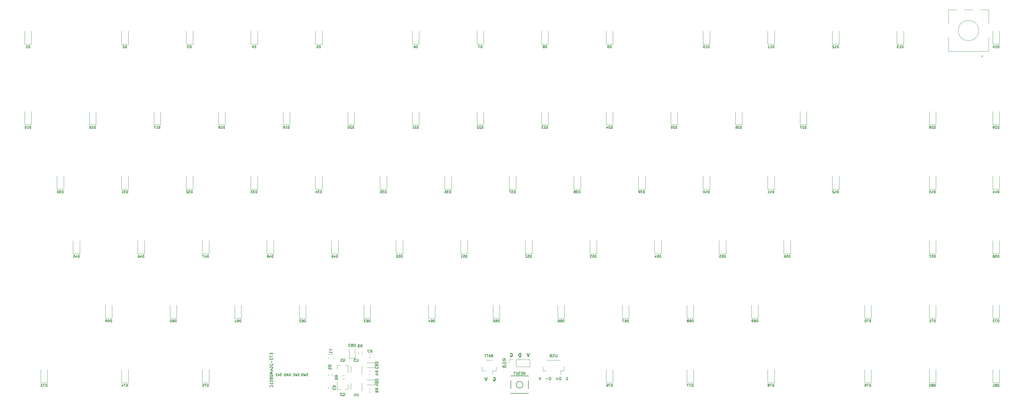
<source format=gbo>
G04 #@! TF.GenerationSoftware,KiCad,Pcbnew,(5.1.9)-1*
G04 #@! TF.CreationDate,2021-03-18T12:12:07+08:00*
G04 #@! TF.ProjectId,ridhaulakbar75,72696468-6175-46c6-916b-62617237352e,rev?*
G04 #@! TF.SameCoordinates,Original*
G04 #@! TF.FileFunction,Legend,Bot*
G04 #@! TF.FilePolarity,Positive*
%FSLAX46Y46*%
G04 Gerber Fmt 4.6, Leading zero omitted, Abs format (unit mm)*
G04 Created by KiCad (PCBNEW (5.1.9)-1) date 2021-03-18 12:12:07*
%MOMM*%
%LPD*%
G01*
G04 APERTURE LIST*
%ADD10C,0.250000*%
%ADD11C,0.200000*%
%ADD12C,0.120000*%
%ADD13C,0.150000*%
%ADD14C,0.175000*%
%ADD15C,2.352000*%
%ADD16C,4.089800*%
%ADD17C,1.852000*%
%ADD18C,3.150000*%
%ADD19O,1.452000X1.452000*%
%ADD20O,1.372000X1.372000*%
%ADD21C,2.102000*%
G04 APERTURE END LIST*
D10*
X209938773Y-192700500D02*
X210034011Y-192652880D01*
X210176869Y-192652880D01*
X210319726Y-192700500D01*
X210414964Y-192795738D01*
X210462583Y-192890976D01*
X210510202Y-193081452D01*
X210510202Y-193224309D01*
X210462583Y-193414785D01*
X210414964Y-193510023D01*
X210319726Y-193605261D01*
X210176869Y-193652880D01*
X210081630Y-193652880D01*
X209938773Y-193605261D01*
X209891154Y-193557642D01*
X209891154Y-193224309D01*
X210081630Y-193224309D01*
X208081630Y-192652880D02*
X207748297Y-193652880D01*
X207414964Y-192652880D01*
D11*
X231431630Y-192644000D02*
X231507821Y-192605904D01*
X231622107Y-192605904D01*
X231736392Y-192644000D01*
X231812583Y-192720190D01*
X231850678Y-192796380D01*
X231888773Y-192948761D01*
X231888773Y-193063047D01*
X231850678Y-193215428D01*
X231812583Y-193291619D01*
X231736392Y-193367809D01*
X231622107Y-193405904D01*
X231545916Y-193405904D01*
X231431630Y-193367809D01*
X231393535Y-193329714D01*
X231393535Y-193063047D01*
X231545916Y-193063047D01*
X229831630Y-193405904D02*
X229831630Y-192605904D01*
X229641154Y-192605904D01*
X229526869Y-192644000D01*
X229450678Y-192720190D01*
X229412583Y-192796380D01*
X229374488Y-192948761D01*
X229374488Y-193063047D01*
X229412583Y-193215428D01*
X229450678Y-193291619D01*
X229526869Y-193367809D01*
X229641154Y-193405904D01*
X229831630Y-193405904D01*
X229031630Y-193101142D02*
X228422107Y-193101142D01*
X228726869Y-193405904D02*
X228726869Y-192796380D01*
X226822107Y-193405904D02*
X226822107Y-192605904D01*
X226631630Y-192605904D01*
X226517345Y-192644000D01*
X226441154Y-192720190D01*
X226403059Y-192796380D01*
X226364964Y-192948761D01*
X226364964Y-193063047D01*
X226403059Y-193215428D01*
X226441154Y-193291619D01*
X226517345Y-193367809D01*
X226631630Y-193405904D01*
X226822107Y-193405904D01*
X226022107Y-193101142D02*
X225412583Y-193101142D01*
X223926869Y-192605904D02*
X223660202Y-193405904D01*
X223393535Y-192605904D01*
D10*
X220511392Y-185524630D02*
X220178059Y-186524630D01*
X219844726Y-185524630D01*
X217987583Y-186524630D02*
X217987583Y-185524630D01*
X217749488Y-185524630D01*
X217606630Y-185572250D01*
X217511392Y-185667488D01*
X217463773Y-185762726D01*
X217416154Y-185953202D01*
X217416154Y-186096059D01*
X217463773Y-186286535D01*
X217511392Y-186381773D01*
X217606630Y-186477011D01*
X217749488Y-186524630D01*
X217987583Y-186524630D01*
X214939964Y-185572250D02*
X215035202Y-185524630D01*
X215178059Y-185524630D01*
X215320916Y-185572250D01*
X215416154Y-185667488D01*
X215463773Y-185762726D01*
X215511392Y-185953202D01*
X215511392Y-186096059D01*
X215463773Y-186286535D01*
X215416154Y-186381773D01*
X215320916Y-186477011D01*
X215178059Y-186524630D01*
X215082821Y-186524630D01*
X214939964Y-186477011D01*
X214892345Y-186429392D01*
X214892345Y-186096059D01*
X215082821Y-186096059D01*
D12*
X220714250Y-187377001D02*
X220714250Y-189497001D01*
X216654250Y-187377001D02*
X220714250Y-187377001D01*
X216654250Y-189497001D02*
X220714250Y-189497001D01*
X216654250Y-187377001D02*
X216654250Y-189497001D01*
X215654250Y-187377001D02*
X214594250Y-187377001D01*
X214594250Y-187377001D02*
X214594250Y-188437001D01*
D13*
X215054250Y-197418000D02*
X220254250Y-197418000D01*
X220254250Y-197418000D02*
X220254250Y-192218000D01*
X220254250Y-192218000D02*
X215054250Y-192218000D01*
X215054250Y-192218000D02*
X215054250Y-197418000D01*
X218654250Y-194818000D02*
G75*
G03*
X218654250Y-194818000I-1000000J0D01*
G01*
D12*
X230789250Y-189547001D02*
X230789250Y-190697001D01*
X230789250Y-190697001D02*
X229739250Y-190697001D01*
X229739250Y-190697001D02*
X229739250Y-191687001D01*
X224569250Y-189547001D02*
X224569250Y-190697001D01*
X224569250Y-190697001D02*
X225619250Y-190697001D01*
X229619250Y-187577001D02*
X225739250Y-187577001D01*
X210739250Y-189547001D02*
X210739250Y-190697001D01*
X210739250Y-190697001D02*
X209689250Y-190697001D01*
X209689250Y-190697001D02*
X209689250Y-191687001D01*
X206519250Y-189547001D02*
X206519250Y-190697001D01*
X206519250Y-190697001D02*
X207569250Y-190697001D01*
X209569250Y-187577001D02*
X207689250Y-187577001D01*
X167061000Y-196214000D02*
X166131000Y-196214000D01*
X163901000Y-196214000D02*
X164831000Y-196214000D01*
X163901000Y-196214000D02*
X163901000Y-194054000D01*
X167061000Y-196214000D02*
X167061000Y-194754000D01*
X163901000Y-189105000D02*
X164831000Y-189105000D01*
X167061000Y-189105000D02*
X166131000Y-189105000D01*
X167061000Y-189105000D02*
X167061000Y-191265000D01*
X163901000Y-189105000D02*
X163901000Y-190565000D01*
X167935000Y-191070001D02*
X167935000Y-189270001D01*
X171155000Y-189270001D02*
X171155000Y-191720001D01*
X167935000Y-196154000D02*
X167935000Y-194354000D01*
X171155000Y-194354000D02*
X171155000Y-196804000D01*
X161268000Y-186830001D02*
X161268000Y-187030001D01*
X162668000Y-186830001D02*
X162668000Y-187030001D01*
X161368000Y-185830001D02*
X162568000Y-185830001D01*
X170092500Y-185328742D02*
X170092500Y-185803258D01*
X171137500Y-185328742D02*
X171137500Y-185803258D01*
X173244742Y-196946500D02*
X173719258Y-196946500D01*
X173244742Y-195901500D02*
X173719258Y-195901500D01*
X173244742Y-186838500D02*
X173719258Y-186838500D01*
X173244742Y-185793500D02*
X173719258Y-185793500D01*
X165972258Y-192136500D02*
X165497742Y-192136500D01*
X165972258Y-193181500D02*
X165497742Y-193181500D01*
X162320500Y-192146258D02*
X162320500Y-191671742D01*
X161275500Y-192146258D02*
X161275500Y-191671742D01*
X173244742Y-191862501D02*
X173719258Y-191862501D01*
X173244742Y-190817501D02*
X173719258Y-190817501D01*
X162320500Y-195911258D02*
X162320500Y-195436742D01*
X161275500Y-195911258D02*
X161275500Y-195436742D01*
X172682000Y-193389000D02*
X174967000Y-193389000D01*
X174967000Y-193389000D02*
X174967000Y-194859000D01*
X174967000Y-194859000D02*
X172682000Y-194859000D01*
X169125000Y-186946000D02*
X167425000Y-186946000D01*
X167425000Y-186946000D02*
X167425000Y-184396000D01*
X169125000Y-186946000D02*
X169125000Y-184396000D01*
X172682000Y-188305001D02*
X174967000Y-188305001D01*
X174967000Y-188305001D02*
X174967000Y-189775001D01*
X174967000Y-189775001D02*
X172682000Y-189775001D01*
X350043750Y-90737500D02*
X350043750Y-89737500D01*
X350543750Y-90237500D02*
X349543750Y-90237500D01*
X346543750Y-84137500D02*
X344143750Y-84137500D01*
X351343750Y-84137500D02*
X348743750Y-84137500D01*
X355943750Y-84137500D02*
X353543750Y-84137500D01*
X354143750Y-97437500D02*
X353843750Y-97737500D01*
X354143750Y-98037500D02*
X354143750Y-97437500D01*
X353843750Y-97737500D02*
X354143750Y-98037500D01*
X355943750Y-96337500D02*
X344143750Y-96337500D01*
X355943750Y-92237500D02*
X355943750Y-96337500D01*
X344143750Y-92237500D02*
X344143750Y-96337500D01*
X344143750Y-84137500D02*
X344143750Y-88237500D01*
X355943750Y-88237500D02*
X355943750Y-84137500D01*
X353043750Y-90237500D02*
G75*
G03*
X353043750Y-90237500I-3000000J0D01*
G01*
X359140000Y-194250001D02*
X359140000Y-190350001D01*
X357140000Y-194250001D02*
X357140000Y-190350001D01*
X359140000Y-194250001D02*
X357140000Y-194250001D01*
X359140000Y-175200001D02*
X359140000Y-171300001D01*
X357140000Y-175200001D02*
X357140000Y-171300001D01*
X359140000Y-175200001D02*
X357140000Y-175200001D01*
X359140000Y-156150001D02*
X357140000Y-156150001D01*
X357140000Y-156150001D02*
X357140000Y-152250001D01*
X359140000Y-156150001D02*
X359140000Y-152250001D01*
X359140000Y-137100001D02*
X357140000Y-137100001D01*
X357140000Y-137100001D02*
X357140000Y-133200001D01*
X359140000Y-137100001D02*
X359140000Y-133200001D01*
X359140000Y-118050001D02*
X357140000Y-118050001D01*
X357140000Y-118050001D02*
X357140000Y-114150001D01*
X359140000Y-118050001D02*
X359140000Y-114150001D01*
X359140000Y-94237501D02*
X357140000Y-94237501D01*
X357140000Y-94237501D02*
X357140000Y-90337501D01*
X359140000Y-94237501D02*
X359140000Y-90337501D01*
X340418750Y-194250001D02*
X340418750Y-190350001D01*
X338418750Y-194250001D02*
X338418750Y-190350001D01*
X340418750Y-194250001D02*
X338418750Y-194250001D01*
X340418750Y-175200001D02*
X340418750Y-171300001D01*
X338418750Y-175200001D02*
X338418750Y-171300001D01*
X340418750Y-175200001D02*
X338418750Y-175200001D01*
X340418750Y-137100001D02*
X338418750Y-137100001D01*
X338418750Y-137100001D02*
X338418750Y-133200001D01*
X340418750Y-137100001D02*
X340418750Y-133200001D01*
X340418750Y-118050001D02*
X338418750Y-118050001D01*
X338418750Y-118050001D02*
X338418750Y-114150001D01*
X340418750Y-118050001D02*
X340418750Y-114150001D01*
X321368750Y-194250001D02*
X321368750Y-190350001D01*
X319368750Y-194250001D02*
X319368750Y-190350001D01*
X321368750Y-194250001D02*
X319368750Y-194250001D01*
X321368750Y-175200001D02*
X321368750Y-171300001D01*
X319368750Y-175200001D02*
X319368750Y-171300001D01*
X321368750Y-175200001D02*
X319368750Y-175200001D01*
X340418750Y-156150001D02*
X338418750Y-156150001D01*
X338418750Y-156150001D02*
X338418750Y-152250001D01*
X340418750Y-156150001D02*
X340418750Y-152250001D01*
X311843750Y-137100001D02*
X309843750Y-137100001D01*
X309843750Y-137100001D02*
X309843750Y-133200001D01*
X311843750Y-137100001D02*
X311843750Y-133200001D01*
X302318750Y-118050001D02*
X300318750Y-118050001D01*
X300318750Y-118050001D02*
X300318750Y-114150001D01*
X302318750Y-118050001D02*
X302318750Y-114150001D01*
X330893750Y-94237501D02*
X328893750Y-94237501D01*
X328893750Y-94237501D02*
X328893750Y-90337501D01*
X330893750Y-94237501D02*
X330893750Y-90337501D01*
X292793750Y-194250001D02*
X292793750Y-190350001D01*
X290793750Y-194250001D02*
X290793750Y-190350001D01*
X292793750Y-194250001D02*
X290793750Y-194250001D01*
X288031250Y-175200001D02*
X288031250Y-171300001D01*
X286031250Y-175200001D02*
X286031250Y-171300001D01*
X288031250Y-175200001D02*
X286031250Y-175200001D01*
X297556250Y-156150001D02*
X295556250Y-156150001D01*
X295556250Y-156150001D02*
X295556250Y-152250001D01*
X297556250Y-156150001D02*
X297556250Y-152250001D01*
X292793750Y-137100001D02*
X290793750Y-137100001D01*
X290793750Y-137100001D02*
X290793750Y-133200001D01*
X292793750Y-137100001D02*
X292793750Y-133200001D01*
X283268750Y-118050001D02*
X281268750Y-118050001D01*
X281268750Y-118050001D02*
X281268750Y-114150001D01*
X283268750Y-118050001D02*
X283268750Y-114150001D01*
X311843750Y-94237501D02*
X309843750Y-94237501D01*
X309843750Y-94237501D02*
X309843750Y-90337501D01*
X311843750Y-94237501D02*
X311843750Y-90337501D01*
X268981250Y-175200001D02*
X268981250Y-171300001D01*
X266981250Y-175200001D02*
X266981250Y-171300001D01*
X268981250Y-175200001D02*
X266981250Y-175200001D01*
X278506250Y-156150001D02*
X276506250Y-156150001D01*
X276506250Y-156150001D02*
X276506250Y-152250001D01*
X278506250Y-156150001D02*
X278506250Y-152250001D01*
X273743750Y-137100001D02*
X271743750Y-137100001D01*
X271743750Y-137100001D02*
X271743750Y-133200001D01*
X273743750Y-137100001D02*
X273743750Y-133200001D01*
X264218750Y-118050001D02*
X262218750Y-118050001D01*
X262218750Y-118050001D02*
X262218750Y-114150001D01*
X264218750Y-118050001D02*
X264218750Y-114150001D01*
X292793750Y-94237501D02*
X290793750Y-94237501D01*
X290793750Y-94237501D02*
X290793750Y-90337501D01*
X292793750Y-94237501D02*
X292793750Y-90337501D01*
X268981250Y-194250001D02*
X268981250Y-190350001D01*
X266981250Y-194250001D02*
X266981250Y-190350001D01*
X268981250Y-194250001D02*
X266981250Y-194250001D01*
X249931250Y-175200001D02*
X249931250Y-171300001D01*
X247931250Y-175200001D02*
X247931250Y-171300001D01*
X249931250Y-175200001D02*
X247931250Y-175200001D01*
X259456250Y-156150001D02*
X257456250Y-156150001D01*
X257456250Y-156150001D02*
X257456250Y-152250001D01*
X259456250Y-156150001D02*
X259456250Y-152250001D01*
X254693750Y-137100001D02*
X252693750Y-137100001D01*
X252693750Y-137100001D02*
X252693750Y-133200001D01*
X254693750Y-137100001D02*
X254693750Y-133200001D01*
X245168750Y-118050001D02*
X243168750Y-118050001D01*
X243168750Y-118050001D02*
X243168750Y-114150001D01*
X245168750Y-118050001D02*
X245168750Y-114150001D01*
X273743750Y-94237501D02*
X271743750Y-94237501D01*
X271743750Y-94237501D02*
X271743750Y-90337501D01*
X273743750Y-94237501D02*
X273743750Y-90337501D01*
X230881250Y-175200001D02*
X230881250Y-171300001D01*
X228881250Y-175200001D02*
X228881250Y-171300001D01*
X230881250Y-175200001D02*
X228881250Y-175200001D01*
X240406250Y-156150001D02*
X238406250Y-156150001D01*
X238406250Y-156150001D02*
X238406250Y-152250001D01*
X240406250Y-156150001D02*
X240406250Y-152250001D01*
X235643750Y-137100001D02*
X233643750Y-137100001D01*
X233643750Y-137100001D02*
X233643750Y-133200001D01*
X235643750Y-137100001D02*
X235643750Y-133200001D01*
X226118750Y-118050001D02*
X224118750Y-118050001D01*
X224118750Y-118050001D02*
X224118750Y-114150001D01*
X226118750Y-118050001D02*
X226118750Y-114150001D01*
X245168750Y-94237501D02*
X243168750Y-94237501D01*
X243168750Y-94237501D02*
X243168750Y-90337501D01*
X245168750Y-94237501D02*
X245168750Y-90337501D01*
X211831250Y-175200001D02*
X211831250Y-171300001D01*
X209831250Y-175200001D02*
X209831250Y-171300001D01*
X211831250Y-175200001D02*
X209831250Y-175200001D01*
X221356250Y-156150001D02*
X219356250Y-156150001D01*
X219356250Y-156150001D02*
X219356250Y-152250001D01*
X221356250Y-156150001D02*
X221356250Y-152250001D01*
X216593750Y-137100001D02*
X214593750Y-137100001D01*
X214593750Y-137100001D02*
X214593750Y-133200001D01*
X216593750Y-137100001D02*
X216593750Y-133200001D01*
X207068750Y-118050001D02*
X205068750Y-118050001D01*
X205068750Y-118050001D02*
X205068750Y-114150001D01*
X207068750Y-118050001D02*
X207068750Y-114150001D01*
X226118750Y-94237501D02*
X224118750Y-94237501D01*
X224118750Y-94237501D02*
X224118750Y-90337501D01*
X226118750Y-94237501D02*
X226118750Y-90337501D01*
X245168750Y-194250001D02*
X245168750Y-190350001D01*
X243168750Y-194250001D02*
X243168750Y-190350001D01*
X245168750Y-194250001D02*
X243168750Y-194250001D01*
X192781250Y-175200001D02*
X192781250Y-171300001D01*
X190781250Y-175200001D02*
X190781250Y-171300001D01*
X192781250Y-175200001D02*
X190781250Y-175200001D01*
X202306250Y-156150001D02*
X200306250Y-156150001D01*
X200306250Y-156150001D02*
X200306250Y-152250001D01*
X202306250Y-156150001D02*
X202306250Y-152250001D01*
X197543750Y-137100001D02*
X195543750Y-137100001D01*
X195543750Y-137100001D02*
X195543750Y-133200001D01*
X197543750Y-137100001D02*
X197543750Y-133200001D01*
X188018750Y-118050001D02*
X186018750Y-118050001D01*
X186018750Y-118050001D02*
X186018750Y-114150001D01*
X188018750Y-118050001D02*
X188018750Y-114150001D01*
X207068750Y-94237501D02*
X205068750Y-94237501D01*
X205068750Y-94237501D02*
X205068750Y-90337501D01*
X207068750Y-94237501D02*
X207068750Y-90337501D01*
X173731250Y-175200001D02*
X173731250Y-171300001D01*
X171731250Y-175200001D02*
X171731250Y-171300001D01*
X173731250Y-175200001D02*
X171731250Y-175200001D01*
X183256250Y-156150001D02*
X181256250Y-156150001D01*
X181256250Y-156150001D02*
X181256250Y-152250001D01*
X183256250Y-156150001D02*
X183256250Y-152250001D01*
X178493750Y-137100001D02*
X176493750Y-137100001D01*
X176493750Y-137100001D02*
X176493750Y-133200001D01*
X178493750Y-137100001D02*
X178493750Y-133200001D01*
X168968750Y-118050001D02*
X166968750Y-118050001D01*
X166968750Y-118050001D02*
X166968750Y-114150001D01*
X168968750Y-118050001D02*
X168968750Y-114150001D01*
X188018750Y-94237501D02*
X186018750Y-94237501D01*
X186018750Y-94237501D02*
X186018750Y-90337501D01*
X188018750Y-94237501D02*
X188018750Y-90337501D01*
X126106250Y-194250001D02*
X126106250Y-190350001D01*
X124106250Y-194250001D02*
X124106250Y-190350001D01*
X126106250Y-194250001D02*
X124106250Y-194250001D01*
X154681250Y-175200001D02*
X154681250Y-171300001D01*
X152681250Y-175200001D02*
X152681250Y-171300001D01*
X154681250Y-175200001D02*
X152681250Y-175200001D01*
X164206250Y-156150001D02*
X162206250Y-156150001D01*
X162206250Y-156150001D02*
X162206250Y-152250001D01*
X164206250Y-156150001D02*
X164206250Y-152250001D01*
X159443750Y-137100001D02*
X157443750Y-137100001D01*
X157443750Y-137100001D02*
X157443750Y-133200001D01*
X159443750Y-137100001D02*
X159443750Y-133200001D01*
X149918750Y-118050001D02*
X147918750Y-118050001D01*
X147918750Y-118050001D02*
X147918750Y-114150001D01*
X149918750Y-118050001D02*
X149918750Y-114150001D01*
X159443750Y-94237501D02*
X157443750Y-94237501D01*
X157443750Y-94237501D02*
X157443750Y-90337501D01*
X159443750Y-94237501D02*
X159443750Y-90337501D01*
X135631250Y-175200001D02*
X135631250Y-171300001D01*
X133631250Y-175200001D02*
X133631250Y-171300001D01*
X135631250Y-175200001D02*
X133631250Y-175200001D01*
X145156250Y-156150001D02*
X143156250Y-156150001D01*
X143156250Y-156150001D02*
X143156250Y-152250001D01*
X145156250Y-156150001D02*
X145156250Y-152250001D01*
X140393750Y-137100001D02*
X138393750Y-137100001D01*
X138393750Y-137100001D02*
X138393750Y-133200001D01*
X140393750Y-137100001D02*
X140393750Y-133200001D01*
X130868750Y-118050001D02*
X128868750Y-118050001D01*
X128868750Y-118050001D02*
X128868750Y-114150001D01*
X130868750Y-118050001D02*
X130868750Y-114150001D01*
X140393750Y-94237501D02*
X138393750Y-94237501D01*
X138393750Y-94237501D02*
X138393750Y-90337501D01*
X140393750Y-94237501D02*
X140393750Y-90337501D01*
X102293750Y-194250001D02*
X102293750Y-190350001D01*
X100293750Y-194250001D02*
X100293750Y-190350001D01*
X102293750Y-194250001D02*
X100293750Y-194250001D01*
X116581250Y-175200001D02*
X116581250Y-171300001D01*
X114581250Y-175200001D02*
X114581250Y-171300001D01*
X116581250Y-175200001D02*
X114581250Y-175200001D01*
X126106250Y-156150001D02*
X124106250Y-156150001D01*
X124106250Y-156150001D02*
X124106250Y-152250001D01*
X126106250Y-156150001D02*
X126106250Y-152250001D01*
X121343750Y-137100001D02*
X119343750Y-137100001D01*
X119343750Y-137100001D02*
X119343750Y-133200001D01*
X121343750Y-137100001D02*
X121343750Y-133200001D01*
X111818750Y-118050001D02*
X109818750Y-118050001D01*
X109818750Y-118050001D02*
X109818750Y-114150001D01*
X111818750Y-118050001D02*
X111818750Y-114150001D01*
X121343750Y-94237501D02*
X119343750Y-94237501D01*
X119343750Y-94237501D02*
X119343750Y-90337501D01*
X121343750Y-94237501D02*
X121343750Y-90337501D01*
X107056250Y-156150001D02*
X105056250Y-156150001D01*
X105056250Y-156150001D02*
X105056250Y-152250001D01*
X107056250Y-156150001D02*
X107056250Y-152250001D01*
X102293750Y-137100001D02*
X100293750Y-137100001D01*
X100293750Y-137100001D02*
X100293750Y-133200001D01*
X102293750Y-137100001D02*
X102293750Y-133200001D01*
X92768750Y-118050001D02*
X90768750Y-118050001D01*
X90768750Y-118050001D02*
X90768750Y-114150001D01*
X92768750Y-118050001D02*
X92768750Y-114150001D01*
X102293750Y-94237501D02*
X100293750Y-94237501D01*
X100293750Y-94237501D02*
X100293750Y-90337501D01*
X102293750Y-94237501D02*
X102293750Y-90337501D01*
X78481250Y-194250001D02*
X78481250Y-190350001D01*
X76481250Y-194250001D02*
X76481250Y-190350001D01*
X78481250Y-194250001D02*
X76481250Y-194250001D01*
X97531250Y-175200001D02*
X97531250Y-171300001D01*
X95531250Y-175200001D02*
X95531250Y-171300001D01*
X97531250Y-175200001D02*
X95531250Y-175200001D01*
X88006250Y-156150001D02*
X86006250Y-156150001D01*
X86006250Y-156150001D02*
X86006250Y-152250001D01*
X88006250Y-156150001D02*
X88006250Y-152250001D01*
X83243750Y-137100001D02*
X81243750Y-137100001D01*
X81243750Y-137100001D02*
X81243750Y-133200001D01*
X83243750Y-137100001D02*
X83243750Y-133200001D01*
X73718750Y-118050001D02*
X71718750Y-118050001D01*
X71718750Y-118050001D02*
X71718750Y-114150001D01*
X73718750Y-118050001D02*
X73718750Y-114150001D01*
X73718750Y-94237501D02*
X71718750Y-94237501D01*
X71718750Y-94237501D02*
X71718750Y-90337501D01*
X73718750Y-94237501D02*
X73718750Y-90337501D01*
D13*
X213685380Y-187746524D02*
X213209190Y-187413191D01*
X213685380Y-187175096D02*
X212685380Y-187175096D01*
X212685380Y-187556048D01*
X212733000Y-187651286D01*
X212780619Y-187698905D01*
X212875857Y-187746524D01*
X213018714Y-187746524D01*
X213113952Y-187698905D01*
X213161571Y-187651286D01*
X213209190Y-187556048D01*
X213209190Y-187175096D01*
X212733000Y-188698905D02*
X212685380Y-188603667D01*
X212685380Y-188460810D01*
X212733000Y-188317953D01*
X212828238Y-188222715D01*
X212923476Y-188175096D01*
X213113952Y-188127477D01*
X213256809Y-188127477D01*
X213447285Y-188175096D01*
X213542523Y-188222715D01*
X213637761Y-188317953D01*
X213685380Y-188460810D01*
X213685380Y-188556048D01*
X213637761Y-188698905D01*
X213590142Y-188746524D01*
X213256809Y-188746524D01*
X213256809Y-188556048D01*
X213161571Y-189508429D02*
X213209190Y-189651286D01*
X213256809Y-189698905D01*
X213352047Y-189746524D01*
X213494904Y-189746524D01*
X213590142Y-189698905D01*
X213637761Y-189651286D01*
X213685380Y-189556048D01*
X213685380Y-189175096D01*
X212685380Y-189175096D01*
X212685380Y-189508429D01*
X212733000Y-189603667D01*
X212780619Y-189651286D01*
X212875857Y-189698905D01*
X212971095Y-189698905D01*
X213066333Y-189651286D01*
X213113952Y-189603667D01*
X213161571Y-189508429D01*
X213161571Y-189175096D01*
X218816154Y-191877904D02*
X219082821Y-191496952D01*
X219273297Y-191877904D02*
X219273297Y-191077904D01*
X218968535Y-191077904D01*
X218892345Y-191116000D01*
X218854250Y-191154095D01*
X218816154Y-191230285D01*
X218816154Y-191344571D01*
X218854250Y-191420761D01*
X218892345Y-191458857D01*
X218968535Y-191496952D01*
X219273297Y-191496952D01*
X218473297Y-191458857D02*
X218206630Y-191458857D01*
X218092345Y-191877904D02*
X218473297Y-191877904D01*
X218473297Y-191077904D01*
X218092345Y-191077904D01*
X217787583Y-191839809D02*
X217673297Y-191877904D01*
X217482821Y-191877904D01*
X217406630Y-191839809D01*
X217368535Y-191801714D01*
X217330440Y-191725523D01*
X217330440Y-191649333D01*
X217368535Y-191573142D01*
X217406630Y-191535047D01*
X217482821Y-191496952D01*
X217635202Y-191458857D01*
X217711392Y-191420761D01*
X217749488Y-191382666D01*
X217787583Y-191306476D01*
X217787583Y-191230285D01*
X217749488Y-191154095D01*
X217711392Y-191116000D01*
X217635202Y-191077904D01*
X217444726Y-191077904D01*
X217330440Y-191116000D01*
X216987583Y-191458857D02*
X216720916Y-191458857D01*
X216606630Y-191877904D02*
X216987583Y-191877904D01*
X216987583Y-191077904D01*
X216606630Y-191077904D01*
X216378059Y-191077904D02*
X215920916Y-191077904D01*
X216149488Y-191877904D02*
X216149488Y-191077904D01*
X228688773Y-185848905D02*
X228688773Y-186496524D01*
X228650678Y-186572715D01*
X228612583Y-186610810D01*
X228536392Y-186648905D01*
X228384011Y-186648905D01*
X228307821Y-186610810D01*
X228269726Y-186572715D01*
X228231630Y-186496524D01*
X228231630Y-185848905D01*
X227888773Y-186610810D02*
X227774488Y-186648905D01*
X227584011Y-186648905D01*
X227507821Y-186610810D01*
X227469726Y-186572715D01*
X227431630Y-186496524D01*
X227431630Y-186420334D01*
X227469726Y-186344143D01*
X227507821Y-186306048D01*
X227584011Y-186267953D01*
X227736392Y-186229858D01*
X227812583Y-186191762D01*
X227850678Y-186153667D01*
X227888773Y-186077477D01*
X227888773Y-186001286D01*
X227850678Y-185925096D01*
X227812583Y-185887001D01*
X227736392Y-185848905D01*
X227545916Y-185848905D01*
X227431630Y-185887001D01*
X226822107Y-186229858D02*
X226707821Y-186267953D01*
X226669726Y-186306048D01*
X226631630Y-186382239D01*
X226631630Y-186496524D01*
X226669726Y-186572715D01*
X226707821Y-186610810D01*
X226784011Y-186648905D01*
X227088773Y-186648905D01*
X227088773Y-185848905D01*
X226822107Y-185848905D01*
X226745916Y-185887001D01*
X226707821Y-185925096D01*
X226669726Y-186001286D01*
X226669726Y-186077477D01*
X226707821Y-186153667D01*
X226745916Y-186191762D01*
X226822107Y-186229858D01*
X227088773Y-186229858D01*
X209524488Y-186229858D02*
X209410202Y-186267953D01*
X209372107Y-186306048D01*
X209334011Y-186382239D01*
X209334011Y-186496524D01*
X209372107Y-186572715D01*
X209410202Y-186610810D01*
X209486392Y-186648905D01*
X209791154Y-186648905D01*
X209791154Y-185848905D01*
X209524488Y-185848905D01*
X209448297Y-185887001D01*
X209410202Y-185925096D01*
X209372107Y-186001286D01*
X209372107Y-186077477D01*
X209410202Y-186153667D01*
X209448297Y-186191762D01*
X209524488Y-186229858D01*
X209791154Y-186229858D01*
X209029250Y-186420334D02*
X208648297Y-186420334D01*
X209105440Y-186648905D02*
X208838773Y-185848905D01*
X208572107Y-186648905D01*
X208419726Y-185848905D02*
X207962583Y-185848905D01*
X208191154Y-186648905D02*
X208191154Y-185848905D01*
X207810202Y-185848905D02*
X207353059Y-185848905D01*
X207581630Y-186648905D02*
X207581630Y-185848905D01*
X165557190Y-198178095D02*
X165633380Y-198140000D01*
X165709571Y-198063809D01*
X165823857Y-197949523D01*
X165900047Y-197911428D01*
X165976238Y-197911428D01*
X165938142Y-198101904D02*
X166014333Y-198063809D01*
X166090523Y-197987619D01*
X166128619Y-197835238D01*
X166128619Y-197568571D01*
X166090523Y-197416190D01*
X166014333Y-197340000D01*
X165938142Y-197301904D01*
X165785761Y-197301904D01*
X165709571Y-197340000D01*
X165633380Y-197416190D01*
X165595285Y-197568571D01*
X165595285Y-197835238D01*
X165633380Y-197987619D01*
X165709571Y-198063809D01*
X165785761Y-198101904D01*
X165938142Y-198101904D01*
X165290523Y-197378095D02*
X165252428Y-197340000D01*
X165176238Y-197301904D01*
X164985761Y-197301904D01*
X164909571Y-197340000D01*
X164871476Y-197378095D01*
X164833380Y-197454285D01*
X164833380Y-197530476D01*
X164871476Y-197644761D01*
X165328619Y-198101904D01*
X164833380Y-198101904D01*
X165557190Y-188017095D02*
X165633380Y-187979000D01*
X165709571Y-187902809D01*
X165823857Y-187788523D01*
X165900047Y-187750428D01*
X165976238Y-187750428D01*
X165938142Y-187940904D02*
X166014333Y-187902809D01*
X166090523Y-187826619D01*
X166128619Y-187674238D01*
X166128619Y-187407571D01*
X166090523Y-187255190D01*
X166014333Y-187179000D01*
X165938142Y-187140904D01*
X165785761Y-187140904D01*
X165709571Y-187179000D01*
X165633380Y-187255190D01*
X165595285Y-187407571D01*
X165595285Y-187674238D01*
X165633380Y-187826619D01*
X165709571Y-187902809D01*
X165785761Y-187940904D01*
X165938142Y-187940904D01*
X164833380Y-187940904D02*
X165290523Y-187940904D01*
X165061952Y-187940904D02*
X165061952Y-187140904D01*
X165138142Y-187255190D01*
X165214333Y-187331380D01*
X165290523Y-187369476D01*
X170154523Y-187191905D02*
X170154523Y-187839524D01*
X170116428Y-187915715D01*
X170078333Y-187953810D01*
X170002142Y-187991905D01*
X169849761Y-187991905D01*
X169773571Y-187953810D01*
X169735476Y-187915715D01*
X169697380Y-187839524D01*
X169697380Y-187191905D01*
X169392619Y-187191905D02*
X168897380Y-187191905D01*
X169164047Y-187496667D01*
X169049761Y-187496667D01*
X168973571Y-187534762D01*
X168935476Y-187572858D01*
X168897380Y-187649048D01*
X168897380Y-187839524D01*
X168935476Y-187915715D01*
X168973571Y-187953810D01*
X169049761Y-187991905D01*
X169278333Y-187991905D01*
X169354523Y-187953810D01*
X169392619Y-187915715D01*
X170154523Y-197355904D02*
X170154523Y-198003523D01*
X170116428Y-198079714D01*
X170078333Y-198117809D01*
X170002142Y-198155904D01*
X169849761Y-198155904D01*
X169773571Y-198117809D01*
X169735476Y-198079714D01*
X169697380Y-198003523D01*
X169697380Y-197355904D01*
X168973571Y-197622571D02*
X168973571Y-198155904D01*
X169164047Y-197317809D02*
X169354523Y-197889238D01*
X168859285Y-197889238D01*
D14*
X147518333Y-191513666D02*
X147085000Y-191513666D01*
X147318333Y-191780333D01*
X147218333Y-191780333D01*
X147151666Y-191813666D01*
X147118333Y-191847000D01*
X147085000Y-191913666D01*
X147085000Y-192080333D01*
X147118333Y-192147000D01*
X147151666Y-192180333D01*
X147218333Y-192213666D01*
X147418333Y-192213666D01*
X147485000Y-192180333D01*
X147518333Y-192147000D01*
X146851666Y-191747000D02*
X146685000Y-192213666D01*
X146518333Y-191747000D01*
X146318333Y-191513666D02*
X145885000Y-191513666D01*
X146118333Y-191780333D01*
X146018333Y-191780333D01*
X145951666Y-191813666D01*
X145918333Y-191847000D01*
X145885000Y-191913666D01*
X145885000Y-192080333D01*
X145918333Y-192147000D01*
X145951666Y-192180333D01*
X146018333Y-192213666D01*
X146218333Y-192213666D01*
X146285000Y-192180333D01*
X146318333Y-192147000D01*
X149758333Y-191547000D02*
X149825000Y-191513666D01*
X149925000Y-191513666D01*
X150025000Y-191547000D01*
X150091666Y-191613666D01*
X150125000Y-191680333D01*
X150158333Y-191813666D01*
X150158333Y-191913666D01*
X150125000Y-192047000D01*
X150091666Y-192113666D01*
X150025000Y-192180333D01*
X149925000Y-192213666D01*
X149858333Y-192213666D01*
X149758333Y-192180333D01*
X149725000Y-192147000D01*
X149725000Y-191913666D01*
X149858333Y-191913666D01*
X149425000Y-192213666D02*
X149425000Y-191513666D01*
X149025000Y-192213666D01*
X149025000Y-191513666D01*
X148691666Y-192213666D02*
X148691666Y-191513666D01*
X148525000Y-191513666D01*
X148425000Y-191547000D01*
X148358333Y-191613666D01*
X148325000Y-191680333D01*
X148291666Y-191813666D01*
X148291666Y-191913666D01*
X148325000Y-192047000D01*
X148358333Y-192113666D01*
X148425000Y-192180333D01*
X148525000Y-192213666D01*
X148691666Y-192213666D01*
X152715000Y-192180333D02*
X152615000Y-192213666D01*
X152448333Y-192213666D01*
X152381666Y-192180333D01*
X152348333Y-192147000D01*
X152315000Y-192080333D01*
X152315000Y-192013666D01*
X152348333Y-191947000D01*
X152381666Y-191913666D01*
X152448333Y-191880333D01*
X152581666Y-191847000D01*
X152648333Y-191813666D01*
X152681666Y-191780333D01*
X152715000Y-191713666D01*
X152715000Y-191647000D01*
X152681666Y-191580333D01*
X152648333Y-191547000D01*
X152581666Y-191513666D01*
X152415000Y-191513666D01*
X152315000Y-191547000D01*
X152081666Y-191513666D02*
X151915000Y-192213666D01*
X151781666Y-191713666D01*
X151648333Y-192213666D01*
X151481666Y-191513666D01*
X150815000Y-192147000D02*
X150848333Y-192180333D01*
X150948333Y-192213666D01*
X151015000Y-192213666D01*
X151115000Y-192180333D01*
X151181666Y-192113666D01*
X151215000Y-192047000D01*
X151248333Y-191913666D01*
X151248333Y-191813666D01*
X151215000Y-191680333D01*
X151181666Y-191613666D01*
X151115000Y-191547000D01*
X151015000Y-191513666D01*
X150948333Y-191513666D01*
X150848333Y-191547000D01*
X150815000Y-191580333D01*
X155255000Y-192180333D02*
X155155000Y-192213666D01*
X154988333Y-192213666D01*
X154921666Y-192180333D01*
X154888333Y-192147000D01*
X154855000Y-192080333D01*
X154855000Y-192013666D01*
X154888333Y-191947000D01*
X154921666Y-191913666D01*
X154988333Y-191880333D01*
X155121666Y-191847000D01*
X155188333Y-191813666D01*
X155221666Y-191780333D01*
X155255000Y-191713666D01*
X155255000Y-191647000D01*
X155221666Y-191580333D01*
X155188333Y-191547000D01*
X155121666Y-191513666D01*
X154955000Y-191513666D01*
X154855000Y-191547000D01*
X154621666Y-191513666D02*
X154455000Y-192213666D01*
X154321666Y-191713666D01*
X154188333Y-192213666D01*
X154021666Y-191513666D01*
X153755000Y-192213666D02*
X153755000Y-191513666D01*
X153588333Y-191513666D01*
X153488333Y-191547000D01*
X153421666Y-191613666D01*
X153388333Y-191680333D01*
X153355000Y-191813666D01*
X153355000Y-191913666D01*
X153388333Y-192047000D01*
X153421666Y-192113666D01*
X153488333Y-192180333D01*
X153588333Y-192213666D01*
X153755000Y-192213666D01*
D13*
X162010452Y-184510048D02*
X162391404Y-184510048D01*
X161591404Y-184243381D02*
X162010452Y-184510048D01*
X161591404Y-184776715D01*
X162391404Y-185462429D02*
X162391404Y-185005286D01*
X162391404Y-185233858D02*
X161591404Y-185233858D01*
X161705690Y-185157667D01*
X161781880Y-185081477D01*
X161819976Y-185005286D01*
X144468857Y-185528571D02*
X144468857Y-185795238D01*
X144887904Y-185909523D02*
X144887904Y-185528571D01*
X144087904Y-185528571D01*
X144087904Y-185909523D01*
X144087904Y-186176190D02*
X144087904Y-186709523D01*
X144887904Y-186366666D01*
X144087904Y-186938095D02*
X144087904Y-187433333D01*
X144392666Y-187166666D01*
X144392666Y-187280952D01*
X144430761Y-187357142D01*
X144468857Y-187395238D01*
X144545047Y-187433333D01*
X144735523Y-187433333D01*
X144811714Y-187395238D01*
X144849809Y-187357142D01*
X144887904Y-187280952D01*
X144887904Y-187052380D01*
X144849809Y-186976190D01*
X144811714Y-186938095D01*
X144583142Y-187776190D02*
X144583142Y-188385714D01*
X144164095Y-188728571D02*
X144126000Y-188766666D01*
X144087904Y-188842857D01*
X144087904Y-189033333D01*
X144126000Y-189109523D01*
X144164095Y-189147619D01*
X144240285Y-189185714D01*
X144316476Y-189185714D01*
X144430761Y-189147619D01*
X144887904Y-188690476D01*
X144887904Y-189185714D01*
X144126000Y-189947619D02*
X144087904Y-189871428D01*
X144087904Y-189757142D01*
X144126000Y-189642857D01*
X144202190Y-189566666D01*
X144278380Y-189528571D01*
X144430761Y-189490476D01*
X144545047Y-189490476D01*
X144697428Y-189528571D01*
X144773619Y-189566666D01*
X144849809Y-189642857D01*
X144887904Y-189757142D01*
X144887904Y-189833333D01*
X144849809Y-189947619D01*
X144811714Y-189985714D01*
X144545047Y-189985714D01*
X144545047Y-189833333D01*
X144354571Y-190671428D02*
X144887904Y-190671428D01*
X144049809Y-190480952D02*
X144621238Y-190290476D01*
X144621238Y-190785714D01*
X144887904Y-191090476D02*
X144087904Y-191090476D01*
X144659333Y-191357142D01*
X144087904Y-191623809D01*
X144887904Y-191623809D01*
X144087904Y-192157142D02*
X144087904Y-192233333D01*
X144126000Y-192309523D01*
X144164095Y-192347619D01*
X144240285Y-192385714D01*
X144392666Y-192423809D01*
X144583142Y-192423809D01*
X144735523Y-192385714D01*
X144811714Y-192347619D01*
X144849809Y-192309523D01*
X144887904Y-192233333D01*
X144887904Y-192157142D01*
X144849809Y-192080952D01*
X144811714Y-192042857D01*
X144735523Y-192004761D01*
X144583142Y-191966666D01*
X144392666Y-191966666D01*
X144240285Y-192004761D01*
X144164095Y-192042857D01*
X144126000Y-192080952D01*
X144087904Y-192157142D01*
X144430761Y-192880952D02*
X144392666Y-192804761D01*
X144354571Y-192766666D01*
X144278380Y-192728571D01*
X144240285Y-192728571D01*
X144164095Y-192766666D01*
X144126000Y-192804761D01*
X144087904Y-192880952D01*
X144087904Y-193033333D01*
X144126000Y-193109523D01*
X144164095Y-193147619D01*
X144240285Y-193185714D01*
X144278380Y-193185714D01*
X144354571Y-193147619D01*
X144392666Y-193109523D01*
X144430761Y-193033333D01*
X144430761Y-192880952D01*
X144468857Y-192804761D01*
X144506952Y-192766666D01*
X144583142Y-192728571D01*
X144735523Y-192728571D01*
X144811714Y-192766666D01*
X144849809Y-192804761D01*
X144887904Y-192880952D01*
X144887904Y-193033333D01*
X144849809Y-193109523D01*
X144811714Y-193147619D01*
X144735523Y-193185714D01*
X144583142Y-193185714D01*
X144506952Y-193147619D01*
X144468857Y-193109523D01*
X144430761Y-193033333D01*
X144849809Y-193490476D02*
X144887904Y-193604761D01*
X144887904Y-193795238D01*
X144849809Y-193871428D01*
X144811714Y-193909523D01*
X144735523Y-193947619D01*
X144659333Y-193947619D01*
X144583142Y-193909523D01*
X144545047Y-193871428D01*
X144506952Y-193795238D01*
X144468857Y-193642857D01*
X144430761Y-193566666D01*
X144392666Y-193528571D01*
X144316476Y-193490476D01*
X144240285Y-193490476D01*
X144164095Y-193528571D01*
X144126000Y-193566666D01*
X144087904Y-193642857D01*
X144087904Y-193833333D01*
X144126000Y-193947619D01*
X144887904Y-194709523D02*
X144887904Y-194252380D01*
X144887904Y-194480952D02*
X144087904Y-194480952D01*
X144202190Y-194404761D01*
X144278380Y-194328571D01*
X144316476Y-194252380D01*
X144811714Y-195509523D02*
X144849809Y-195471428D01*
X144887904Y-195357142D01*
X144887904Y-195280952D01*
X144849809Y-195166666D01*
X144773619Y-195090476D01*
X144697428Y-195052380D01*
X144545047Y-195014285D01*
X144430761Y-195014285D01*
X144278380Y-195052380D01*
X144202190Y-195090476D01*
X144126000Y-195166666D01*
X144087904Y-195280952D01*
X144087904Y-195357142D01*
X144126000Y-195471428D01*
X144164095Y-195509523D01*
X170797332Y-183768904D02*
X171063999Y-183387952D01*
X171254475Y-183768904D02*
X171254475Y-182968904D01*
X170949713Y-182968904D01*
X170873522Y-183007000D01*
X170835427Y-183045095D01*
X170797332Y-183121285D01*
X170797332Y-183235571D01*
X170835427Y-183311761D01*
X170873522Y-183349857D01*
X170949713Y-183387952D01*
X171254475Y-183387952D01*
X170416379Y-183768904D02*
X170263999Y-183768904D01*
X170187808Y-183730809D01*
X170149713Y-183692714D01*
X170073522Y-183578428D01*
X170035427Y-183426047D01*
X170035427Y-183121285D01*
X170073522Y-183045095D01*
X170111618Y-183007000D01*
X170187808Y-182968904D01*
X170340189Y-182968904D01*
X170416379Y-183007000D01*
X170454475Y-183045095D01*
X170492570Y-183121285D01*
X170492570Y-183311761D01*
X170454475Y-183387952D01*
X170416379Y-183426047D01*
X170340189Y-183464142D01*
X170187808Y-183464142D01*
X170111618Y-183426047D01*
X170073522Y-183387952D01*
X170035427Y-183311761D01*
X176002904Y-196290666D02*
X175621952Y-196024000D01*
X176002904Y-195833523D02*
X175202904Y-195833523D01*
X175202904Y-196138285D01*
X175241000Y-196214476D01*
X175279095Y-196252571D01*
X175355285Y-196290666D01*
X175469571Y-196290666D01*
X175545761Y-196252571D01*
X175583857Y-196214476D01*
X175621952Y-196138285D01*
X175621952Y-195833523D01*
X175545761Y-196747809D02*
X175507666Y-196671619D01*
X175469571Y-196633523D01*
X175393380Y-196595428D01*
X175355285Y-196595428D01*
X175279095Y-196633523D01*
X175241000Y-196671619D01*
X175202904Y-196747809D01*
X175202904Y-196900190D01*
X175241000Y-196976380D01*
X175279095Y-197014476D01*
X175355285Y-197052571D01*
X175393380Y-197052571D01*
X175469571Y-197014476D01*
X175507666Y-196976380D01*
X175545761Y-196900190D01*
X175545761Y-196747809D01*
X175583857Y-196671619D01*
X175621952Y-196633523D01*
X175698142Y-196595428D01*
X175850523Y-196595428D01*
X175926714Y-196633523D01*
X175964809Y-196671619D01*
X176002904Y-196747809D01*
X176002904Y-196900190D01*
X175964809Y-196976380D01*
X175926714Y-197014476D01*
X175850523Y-197052571D01*
X175698142Y-197052571D01*
X175621952Y-197014476D01*
X175583857Y-196976380D01*
X175545761Y-196900190D01*
X173615333Y-185361904D02*
X173882000Y-184980952D01*
X174072476Y-185361904D02*
X174072476Y-184561904D01*
X173767714Y-184561904D01*
X173691523Y-184600000D01*
X173653428Y-184638095D01*
X173615333Y-184714285D01*
X173615333Y-184828571D01*
X173653428Y-184904761D01*
X173691523Y-184942857D01*
X173767714Y-184980952D01*
X174072476Y-184980952D01*
X173348666Y-184561904D02*
X172815333Y-184561904D01*
X173158190Y-185361904D01*
X164064904Y-192525666D02*
X163683952Y-192259000D01*
X164064904Y-192068523D02*
X163264904Y-192068523D01*
X163264904Y-192373285D01*
X163303000Y-192449476D01*
X163341095Y-192487571D01*
X163417285Y-192525666D01*
X163531571Y-192525666D01*
X163607761Y-192487571D01*
X163645857Y-192449476D01*
X163683952Y-192373285D01*
X163683952Y-192068523D01*
X163264904Y-193211380D02*
X163264904Y-193059000D01*
X163303000Y-192982809D01*
X163341095Y-192944714D01*
X163455380Y-192868523D01*
X163607761Y-192830428D01*
X163912523Y-192830428D01*
X163988714Y-192868523D01*
X164026809Y-192906619D01*
X164064904Y-192982809D01*
X164064904Y-193135190D01*
X164026809Y-193211380D01*
X163988714Y-193249476D01*
X163912523Y-193287571D01*
X163722047Y-193287571D01*
X163645857Y-193249476D01*
X163607761Y-193211380D01*
X163569666Y-193135190D01*
X163569666Y-192982809D01*
X163607761Y-192906619D01*
X163645857Y-192868523D01*
X163722047Y-192830428D01*
X162159904Y-189477666D02*
X161778952Y-189211000D01*
X162159904Y-189020523D02*
X161359904Y-189020523D01*
X161359904Y-189325285D01*
X161398000Y-189401476D01*
X161436095Y-189439571D01*
X161512285Y-189477666D01*
X161626571Y-189477666D01*
X161702761Y-189439571D01*
X161740857Y-189401476D01*
X161778952Y-189325285D01*
X161778952Y-189020523D01*
X161359904Y-190201476D02*
X161359904Y-189820523D01*
X161740857Y-189782428D01*
X161702761Y-189820523D01*
X161664666Y-189896714D01*
X161664666Y-190087190D01*
X161702761Y-190163380D01*
X161740857Y-190201476D01*
X161817047Y-190239571D01*
X162007523Y-190239571D01*
X162083714Y-190201476D01*
X162121809Y-190163380D01*
X162159904Y-190087190D01*
X162159904Y-189896714D01*
X162121809Y-189820523D01*
X162083714Y-189782428D01*
X176002904Y-191206667D02*
X175621952Y-190940001D01*
X176002904Y-190749524D02*
X175202904Y-190749524D01*
X175202904Y-191054286D01*
X175241000Y-191130477D01*
X175279095Y-191168572D01*
X175355285Y-191206667D01*
X175469571Y-191206667D01*
X175545761Y-191168572D01*
X175583857Y-191130477D01*
X175621952Y-191054286D01*
X175621952Y-190749524D01*
X175469571Y-191892381D02*
X176002904Y-191892381D01*
X175164809Y-191701905D02*
X175736238Y-191511429D01*
X175736238Y-192006667D01*
X163462904Y-195540666D02*
X163081952Y-195274000D01*
X163462904Y-195083523D02*
X162662904Y-195083523D01*
X162662904Y-195388285D01*
X162701000Y-195464476D01*
X162739095Y-195502571D01*
X162815285Y-195540666D01*
X162929571Y-195540666D01*
X163005761Y-195502571D01*
X163043857Y-195464476D01*
X163081952Y-195388285D01*
X163081952Y-195083523D01*
X162662904Y-195807333D02*
X162662904Y-196302571D01*
X162967666Y-196035904D01*
X162967666Y-196150190D01*
X163005761Y-196226380D01*
X163043857Y-196264476D01*
X163120047Y-196302571D01*
X163310523Y-196302571D01*
X163386714Y-196264476D01*
X163424809Y-196226380D01*
X163462904Y-196150190D01*
X163462904Y-195921619D01*
X163424809Y-195845428D01*
X163386714Y-195807333D01*
X176002904Y-193152571D02*
X175202904Y-193152571D01*
X175202904Y-193343047D01*
X175241000Y-193457333D01*
X175317190Y-193533523D01*
X175393380Y-193571619D01*
X175545761Y-193609714D01*
X175660047Y-193609714D01*
X175812428Y-193571619D01*
X175888619Y-193533523D01*
X175964809Y-193457333D01*
X176002904Y-193343047D01*
X176002904Y-193152571D01*
X175545761Y-194066857D02*
X175507666Y-193990666D01*
X175469571Y-193952571D01*
X175393380Y-193914476D01*
X175355285Y-193914476D01*
X175279095Y-193952571D01*
X175241000Y-193990666D01*
X175202904Y-194066857D01*
X175202904Y-194219238D01*
X175241000Y-194295428D01*
X175279095Y-194333523D01*
X175355285Y-194371619D01*
X175393380Y-194371619D01*
X175469571Y-194333523D01*
X175507666Y-194295428D01*
X175545761Y-194219238D01*
X175545761Y-194066857D01*
X175583857Y-193990666D01*
X175621952Y-193952571D01*
X175698142Y-193914476D01*
X175850523Y-193914476D01*
X175926714Y-193952571D01*
X175964809Y-193990666D01*
X176002904Y-194066857D01*
X176002904Y-194219238D01*
X175964809Y-194295428D01*
X175926714Y-194333523D01*
X175850523Y-194371619D01*
X175698142Y-194371619D01*
X175621952Y-194333523D01*
X175583857Y-194295428D01*
X175545761Y-194219238D01*
X175469571Y-195057333D02*
X176002904Y-195057333D01*
X175164809Y-194866857D02*
X175736238Y-194676380D01*
X175736238Y-195171619D01*
X169246428Y-183621904D02*
X169246428Y-182821904D01*
X169055952Y-182821904D01*
X168941666Y-182860000D01*
X168865476Y-182936190D01*
X168827380Y-183012380D01*
X168789285Y-183164761D01*
X168789285Y-183279047D01*
X168827380Y-183431428D01*
X168865476Y-183507619D01*
X168941666Y-183583809D01*
X169055952Y-183621904D01*
X169246428Y-183621904D01*
X168332142Y-183164761D02*
X168408333Y-183126666D01*
X168446428Y-183088571D01*
X168484523Y-183012380D01*
X168484523Y-182974285D01*
X168446428Y-182898095D01*
X168408333Y-182860000D01*
X168332142Y-182821904D01*
X168179761Y-182821904D01*
X168103571Y-182860000D01*
X168065476Y-182898095D01*
X168027380Y-182974285D01*
X168027380Y-183012380D01*
X168065476Y-183088571D01*
X168103571Y-183126666D01*
X168179761Y-183164761D01*
X168332142Y-183164761D01*
X168408333Y-183202857D01*
X168446428Y-183240952D01*
X168484523Y-183317142D01*
X168484523Y-183469523D01*
X168446428Y-183545714D01*
X168408333Y-183583809D01*
X168332142Y-183621904D01*
X168179761Y-183621904D01*
X168103571Y-183583809D01*
X168065476Y-183545714D01*
X168027380Y-183469523D01*
X168027380Y-183317142D01*
X168065476Y-183240952D01*
X168103571Y-183202857D01*
X168179761Y-183164761D01*
X167760714Y-182821904D02*
X167265476Y-182821904D01*
X167532142Y-183126666D01*
X167417857Y-183126666D01*
X167341666Y-183164761D01*
X167303571Y-183202857D01*
X167265476Y-183279047D01*
X167265476Y-183469523D01*
X167303571Y-183545714D01*
X167341666Y-183583809D01*
X167417857Y-183621904D01*
X167646428Y-183621904D01*
X167722619Y-183583809D01*
X167760714Y-183545714D01*
X176002904Y-188068572D02*
X175202904Y-188068572D01*
X175202904Y-188259048D01*
X175241000Y-188373334D01*
X175317190Y-188449524D01*
X175393380Y-188487620D01*
X175545761Y-188525715D01*
X175660047Y-188525715D01*
X175812428Y-188487620D01*
X175888619Y-188449524D01*
X175964809Y-188373334D01*
X176002904Y-188259048D01*
X176002904Y-188068572D01*
X175545761Y-188982858D02*
X175507666Y-188906667D01*
X175469571Y-188868572D01*
X175393380Y-188830477D01*
X175355285Y-188830477D01*
X175279095Y-188868572D01*
X175241000Y-188906667D01*
X175202904Y-188982858D01*
X175202904Y-189135239D01*
X175241000Y-189211429D01*
X175279095Y-189249524D01*
X175355285Y-189287620D01*
X175393380Y-189287620D01*
X175469571Y-189249524D01*
X175507666Y-189211429D01*
X175545761Y-189135239D01*
X175545761Y-188982858D01*
X175583857Y-188906667D01*
X175621952Y-188868572D01*
X175698142Y-188830477D01*
X175850523Y-188830477D01*
X175926714Y-188868572D01*
X175964809Y-188906667D01*
X176002904Y-188982858D01*
X176002904Y-189135239D01*
X175964809Y-189211429D01*
X175926714Y-189249524D01*
X175850523Y-189287620D01*
X175698142Y-189287620D01*
X175621952Y-189249524D01*
X175583857Y-189211429D01*
X175545761Y-189135239D01*
X175279095Y-189592381D02*
X175241000Y-189630477D01*
X175202904Y-189706667D01*
X175202904Y-189897143D01*
X175241000Y-189973334D01*
X175279095Y-190011429D01*
X175355285Y-190049524D01*
X175431476Y-190049524D01*
X175545761Y-190011429D01*
X176002904Y-189554286D01*
X176002904Y-190049524D01*
X358990000Y-195364667D02*
X358990000Y-194664667D01*
X358823333Y-194664667D01*
X358723333Y-194698001D01*
X358656666Y-194764667D01*
X358623333Y-194831334D01*
X358590000Y-194964667D01*
X358590000Y-195064667D01*
X358623333Y-195198001D01*
X358656666Y-195264667D01*
X358723333Y-195331334D01*
X358823333Y-195364667D01*
X358990000Y-195364667D01*
X358190000Y-194964667D02*
X358256666Y-194931334D01*
X358290000Y-194898001D01*
X358323333Y-194831334D01*
X358323333Y-194798001D01*
X358290000Y-194731334D01*
X358256666Y-194698001D01*
X358190000Y-194664667D01*
X358056666Y-194664667D01*
X357990000Y-194698001D01*
X357956666Y-194731334D01*
X357923333Y-194798001D01*
X357923333Y-194831334D01*
X357956666Y-194898001D01*
X357990000Y-194931334D01*
X358056666Y-194964667D01*
X358190000Y-194964667D01*
X358256666Y-194998001D01*
X358290000Y-195031334D01*
X358323333Y-195098001D01*
X358323333Y-195231334D01*
X358290000Y-195298001D01*
X358256666Y-195331334D01*
X358190000Y-195364667D01*
X358056666Y-195364667D01*
X357990000Y-195331334D01*
X357956666Y-195298001D01*
X357923333Y-195231334D01*
X357923333Y-195098001D01*
X357956666Y-195031334D01*
X357990000Y-194998001D01*
X358056666Y-194964667D01*
X357256666Y-195364667D02*
X357656666Y-195364667D01*
X357456666Y-195364667D02*
X357456666Y-194664667D01*
X357523333Y-194764667D01*
X357590000Y-194831334D01*
X357656666Y-194864667D01*
X358990000Y-176314667D02*
X358990000Y-175614667D01*
X358823333Y-175614667D01*
X358723333Y-175648001D01*
X358656666Y-175714667D01*
X358623333Y-175781334D01*
X358590000Y-175914667D01*
X358590000Y-176014667D01*
X358623333Y-176148001D01*
X358656666Y-176214667D01*
X358723333Y-176281334D01*
X358823333Y-176314667D01*
X358990000Y-176314667D01*
X358356666Y-175614667D02*
X357890000Y-175614667D01*
X358190000Y-176314667D01*
X357656666Y-175681334D02*
X357623333Y-175648001D01*
X357556666Y-175614667D01*
X357390000Y-175614667D01*
X357323333Y-175648001D01*
X357290000Y-175681334D01*
X357256666Y-175748001D01*
X357256666Y-175814667D01*
X357290000Y-175914667D01*
X357690000Y-176314667D01*
X357256666Y-176314667D01*
X358990000Y-157264667D02*
X358990000Y-156564667D01*
X358823333Y-156564667D01*
X358723333Y-156598001D01*
X358656666Y-156664667D01*
X358623333Y-156731334D01*
X358590000Y-156864667D01*
X358590000Y-156964667D01*
X358623333Y-157098001D01*
X358656666Y-157164667D01*
X358723333Y-157231334D01*
X358823333Y-157264667D01*
X358990000Y-157264667D01*
X357956666Y-156564667D02*
X358290000Y-156564667D01*
X358323333Y-156898001D01*
X358290000Y-156864667D01*
X358223333Y-156831334D01*
X358056666Y-156831334D01*
X357990000Y-156864667D01*
X357956666Y-156898001D01*
X357923333Y-156964667D01*
X357923333Y-157131334D01*
X357956666Y-157198001D01*
X357990000Y-157231334D01*
X358056666Y-157264667D01*
X358223333Y-157264667D01*
X358290000Y-157231334D01*
X358323333Y-157198001D01*
X357523333Y-156864667D02*
X357590000Y-156831334D01*
X357623333Y-156798001D01*
X357656666Y-156731334D01*
X357656666Y-156698001D01*
X357623333Y-156631334D01*
X357590000Y-156598001D01*
X357523333Y-156564667D01*
X357390000Y-156564667D01*
X357323333Y-156598001D01*
X357290000Y-156631334D01*
X357256666Y-156698001D01*
X357256666Y-156731334D01*
X357290000Y-156798001D01*
X357323333Y-156831334D01*
X357390000Y-156864667D01*
X357523333Y-156864667D01*
X357590000Y-156898001D01*
X357623333Y-156931334D01*
X357656666Y-156998001D01*
X357656666Y-157131334D01*
X357623333Y-157198001D01*
X357590000Y-157231334D01*
X357523333Y-157264667D01*
X357390000Y-157264667D01*
X357323333Y-157231334D01*
X357290000Y-157198001D01*
X357256666Y-157131334D01*
X357256666Y-156998001D01*
X357290000Y-156931334D01*
X357323333Y-156898001D01*
X357390000Y-156864667D01*
X358990000Y-138214667D02*
X358990000Y-137514667D01*
X358823333Y-137514667D01*
X358723333Y-137548001D01*
X358656666Y-137614667D01*
X358623333Y-137681334D01*
X358590000Y-137814667D01*
X358590000Y-137914667D01*
X358623333Y-138048001D01*
X358656666Y-138114667D01*
X358723333Y-138181334D01*
X358823333Y-138214667D01*
X358990000Y-138214667D01*
X357990000Y-137748001D02*
X357990000Y-138214667D01*
X358156666Y-137481334D02*
X358323333Y-137981334D01*
X357890000Y-137981334D01*
X357323333Y-137748001D02*
X357323333Y-138214667D01*
X357490000Y-137481334D02*
X357656666Y-137981334D01*
X357223333Y-137981334D01*
X358990000Y-119164667D02*
X358990000Y-118464667D01*
X358823333Y-118464667D01*
X358723333Y-118498001D01*
X358656666Y-118564667D01*
X358623333Y-118631334D01*
X358590000Y-118764667D01*
X358590000Y-118864667D01*
X358623333Y-118998001D01*
X358656666Y-119064667D01*
X358723333Y-119131334D01*
X358823333Y-119164667D01*
X358990000Y-119164667D01*
X358323333Y-118531334D02*
X358290000Y-118498001D01*
X358223333Y-118464667D01*
X358056666Y-118464667D01*
X357990000Y-118498001D01*
X357956666Y-118531334D01*
X357923333Y-118598001D01*
X357923333Y-118664667D01*
X357956666Y-118764667D01*
X358356666Y-119164667D01*
X357923333Y-119164667D01*
X357590000Y-119164667D02*
X357456666Y-119164667D01*
X357390000Y-119131334D01*
X357356666Y-119098001D01*
X357290000Y-118998001D01*
X357256666Y-118864667D01*
X357256666Y-118598001D01*
X357290000Y-118531334D01*
X357323333Y-118498001D01*
X357390000Y-118464667D01*
X357523333Y-118464667D01*
X357590000Y-118498001D01*
X357623333Y-118531334D01*
X357656666Y-118598001D01*
X357656666Y-118764667D01*
X357623333Y-118831334D01*
X357590000Y-118864667D01*
X357523333Y-118898001D01*
X357390000Y-118898001D01*
X357323333Y-118864667D01*
X357290000Y-118831334D01*
X357256666Y-118764667D01*
X358990000Y-95352167D02*
X358990000Y-94652167D01*
X358823333Y-94652167D01*
X358723333Y-94685501D01*
X358656666Y-94752167D01*
X358623333Y-94818834D01*
X358590000Y-94952167D01*
X358590000Y-95052167D01*
X358623333Y-95185501D01*
X358656666Y-95252167D01*
X358723333Y-95318834D01*
X358823333Y-95352167D01*
X358990000Y-95352167D01*
X357923333Y-95352167D02*
X358323333Y-95352167D01*
X358123333Y-95352167D02*
X358123333Y-94652167D01*
X358190000Y-94752167D01*
X358256666Y-94818834D01*
X358323333Y-94852167D01*
X357323333Y-94885501D02*
X357323333Y-95352167D01*
X357490000Y-94618834D02*
X357656666Y-95118834D01*
X357223333Y-95118834D01*
X340268750Y-195364667D02*
X340268750Y-194664667D01*
X340102083Y-194664667D01*
X340002083Y-194698001D01*
X339935416Y-194764667D01*
X339902083Y-194831334D01*
X339868750Y-194964667D01*
X339868750Y-195064667D01*
X339902083Y-195198001D01*
X339935416Y-195264667D01*
X340002083Y-195331334D01*
X340102083Y-195364667D01*
X340268750Y-195364667D01*
X339468750Y-194964667D02*
X339535416Y-194931334D01*
X339568750Y-194898001D01*
X339602083Y-194831334D01*
X339602083Y-194798001D01*
X339568750Y-194731334D01*
X339535416Y-194698001D01*
X339468750Y-194664667D01*
X339335416Y-194664667D01*
X339268750Y-194698001D01*
X339235416Y-194731334D01*
X339202083Y-194798001D01*
X339202083Y-194831334D01*
X339235416Y-194898001D01*
X339268750Y-194931334D01*
X339335416Y-194964667D01*
X339468750Y-194964667D01*
X339535416Y-194998001D01*
X339568750Y-195031334D01*
X339602083Y-195098001D01*
X339602083Y-195231334D01*
X339568750Y-195298001D01*
X339535416Y-195331334D01*
X339468750Y-195364667D01*
X339335416Y-195364667D01*
X339268750Y-195331334D01*
X339235416Y-195298001D01*
X339202083Y-195231334D01*
X339202083Y-195098001D01*
X339235416Y-195031334D01*
X339268750Y-194998001D01*
X339335416Y-194964667D01*
X338768750Y-194664667D02*
X338702083Y-194664667D01*
X338635416Y-194698001D01*
X338602083Y-194731334D01*
X338568750Y-194798001D01*
X338535416Y-194931334D01*
X338535416Y-195098001D01*
X338568750Y-195231334D01*
X338602083Y-195298001D01*
X338635416Y-195331334D01*
X338702083Y-195364667D01*
X338768750Y-195364667D01*
X338835416Y-195331334D01*
X338868750Y-195298001D01*
X338902083Y-195231334D01*
X338935416Y-195098001D01*
X338935416Y-194931334D01*
X338902083Y-194798001D01*
X338868750Y-194731334D01*
X338835416Y-194698001D01*
X338768750Y-194664667D01*
X340268750Y-176314667D02*
X340268750Y-175614667D01*
X340102083Y-175614667D01*
X340002083Y-175648001D01*
X339935416Y-175714667D01*
X339902083Y-175781334D01*
X339868750Y-175914667D01*
X339868750Y-176014667D01*
X339902083Y-176148001D01*
X339935416Y-176214667D01*
X340002083Y-176281334D01*
X340102083Y-176314667D01*
X340268750Y-176314667D01*
X339635416Y-175614667D02*
X339168750Y-175614667D01*
X339468750Y-176314667D01*
X338535416Y-176314667D02*
X338935416Y-176314667D01*
X338735416Y-176314667D02*
X338735416Y-175614667D01*
X338802083Y-175714667D01*
X338868750Y-175781334D01*
X338935416Y-175814667D01*
X340268750Y-138214667D02*
X340268750Y-137514667D01*
X340102083Y-137514667D01*
X340002083Y-137548001D01*
X339935416Y-137614667D01*
X339902083Y-137681334D01*
X339868750Y-137814667D01*
X339868750Y-137914667D01*
X339902083Y-138048001D01*
X339935416Y-138114667D01*
X340002083Y-138181334D01*
X340102083Y-138214667D01*
X340268750Y-138214667D01*
X339268750Y-137748001D02*
X339268750Y-138214667D01*
X339435416Y-137481334D02*
X339602083Y-137981334D01*
X339168750Y-137981334D01*
X338968750Y-137514667D02*
X338535416Y-137514667D01*
X338768750Y-137781334D01*
X338668750Y-137781334D01*
X338602083Y-137814667D01*
X338568750Y-137848001D01*
X338535416Y-137914667D01*
X338535416Y-138081334D01*
X338568750Y-138148001D01*
X338602083Y-138181334D01*
X338668750Y-138214667D01*
X338868750Y-138214667D01*
X338935416Y-138181334D01*
X338968750Y-138148001D01*
X340268750Y-119164667D02*
X340268750Y-118464667D01*
X340102083Y-118464667D01*
X340002083Y-118498001D01*
X339935416Y-118564667D01*
X339902083Y-118631334D01*
X339868750Y-118764667D01*
X339868750Y-118864667D01*
X339902083Y-118998001D01*
X339935416Y-119064667D01*
X340002083Y-119131334D01*
X340102083Y-119164667D01*
X340268750Y-119164667D01*
X339602083Y-118531334D02*
X339568750Y-118498001D01*
X339502083Y-118464667D01*
X339335416Y-118464667D01*
X339268750Y-118498001D01*
X339235416Y-118531334D01*
X339202083Y-118598001D01*
X339202083Y-118664667D01*
X339235416Y-118764667D01*
X339635416Y-119164667D01*
X339202083Y-119164667D01*
X338802083Y-118764667D02*
X338868750Y-118731334D01*
X338902083Y-118698001D01*
X338935416Y-118631334D01*
X338935416Y-118598001D01*
X338902083Y-118531334D01*
X338868750Y-118498001D01*
X338802083Y-118464667D01*
X338668750Y-118464667D01*
X338602083Y-118498001D01*
X338568750Y-118531334D01*
X338535416Y-118598001D01*
X338535416Y-118631334D01*
X338568750Y-118698001D01*
X338602083Y-118731334D01*
X338668750Y-118764667D01*
X338802083Y-118764667D01*
X338868750Y-118798001D01*
X338902083Y-118831334D01*
X338935416Y-118898001D01*
X338935416Y-119031334D01*
X338902083Y-119098001D01*
X338868750Y-119131334D01*
X338802083Y-119164667D01*
X338668750Y-119164667D01*
X338602083Y-119131334D01*
X338568750Y-119098001D01*
X338535416Y-119031334D01*
X338535416Y-118898001D01*
X338568750Y-118831334D01*
X338602083Y-118798001D01*
X338668750Y-118764667D01*
X321218750Y-195364667D02*
X321218750Y-194664667D01*
X321052083Y-194664667D01*
X320952083Y-194698001D01*
X320885416Y-194764667D01*
X320852083Y-194831334D01*
X320818750Y-194964667D01*
X320818750Y-195064667D01*
X320852083Y-195198001D01*
X320885416Y-195264667D01*
X320952083Y-195331334D01*
X321052083Y-195364667D01*
X321218750Y-195364667D01*
X320585416Y-194664667D02*
X320118750Y-194664667D01*
X320418750Y-195364667D01*
X319818750Y-195364667D02*
X319685416Y-195364667D01*
X319618750Y-195331334D01*
X319585416Y-195298001D01*
X319518750Y-195198001D01*
X319485416Y-195064667D01*
X319485416Y-194798001D01*
X319518750Y-194731334D01*
X319552083Y-194698001D01*
X319618750Y-194664667D01*
X319752083Y-194664667D01*
X319818750Y-194698001D01*
X319852083Y-194731334D01*
X319885416Y-194798001D01*
X319885416Y-194964667D01*
X319852083Y-195031334D01*
X319818750Y-195064667D01*
X319752083Y-195098001D01*
X319618750Y-195098001D01*
X319552083Y-195064667D01*
X319518750Y-195031334D01*
X319485416Y-194964667D01*
X321218750Y-176314667D02*
X321218750Y-175614667D01*
X321052083Y-175614667D01*
X320952083Y-175648001D01*
X320885416Y-175714667D01*
X320852083Y-175781334D01*
X320818750Y-175914667D01*
X320818750Y-176014667D01*
X320852083Y-176148001D01*
X320885416Y-176214667D01*
X320952083Y-176281334D01*
X321052083Y-176314667D01*
X321218750Y-176314667D01*
X320585416Y-175614667D02*
X320118750Y-175614667D01*
X320418750Y-176314667D01*
X319718750Y-175614667D02*
X319652083Y-175614667D01*
X319585416Y-175648001D01*
X319552083Y-175681334D01*
X319518750Y-175748001D01*
X319485416Y-175881334D01*
X319485416Y-176048001D01*
X319518750Y-176181334D01*
X319552083Y-176248001D01*
X319585416Y-176281334D01*
X319652083Y-176314667D01*
X319718750Y-176314667D01*
X319785416Y-176281334D01*
X319818750Y-176248001D01*
X319852083Y-176181334D01*
X319885416Y-176048001D01*
X319885416Y-175881334D01*
X319852083Y-175748001D01*
X319818750Y-175681334D01*
X319785416Y-175648001D01*
X319718750Y-175614667D01*
X340268750Y-157264667D02*
X340268750Y-156564667D01*
X340102083Y-156564667D01*
X340002083Y-156598001D01*
X339935416Y-156664667D01*
X339902083Y-156731334D01*
X339868750Y-156864667D01*
X339868750Y-156964667D01*
X339902083Y-157098001D01*
X339935416Y-157164667D01*
X340002083Y-157231334D01*
X340102083Y-157264667D01*
X340268750Y-157264667D01*
X339235416Y-156564667D02*
X339568750Y-156564667D01*
X339602083Y-156898001D01*
X339568750Y-156864667D01*
X339502083Y-156831334D01*
X339335416Y-156831334D01*
X339268750Y-156864667D01*
X339235416Y-156898001D01*
X339202083Y-156964667D01*
X339202083Y-157131334D01*
X339235416Y-157198001D01*
X339268750Y-157231334D01*
X339335416Y-157264667D01*
X339502083Y-157264667D01*
X339568750Y-157231334D01*
X339602083Y-157198001D01*
X338968750Y-156564667D02*
X338502083Y-156564667D01*
X338802083Y-157264667D01*
X311693750Y-138214667D02*
X311693750Y-137514667D01*
X311527083Y-137514667D01*
X311427083Y-137548001D01*
X311360416Y-137614667D01*
X311327083Y-137681334D01*
X311293750Y-137814667D01*
X311293750Y-137914667D01*
X311327083Y-138048001D01*
X311360416Y-138114667D01*
X311427083Y-138181334D01*
X311527083Y-138214667D01*
X311693750Y-138214667D01*
X310693750Y-137748001D02*
X310693750Y-138214667D01*
X310860416Y-137481334D02*
X311027083Y-137981334D01*
X310593750Y-137981334D01*
X310360416Y-137581334D02*
X310327083Y-137548001D01*
X310260416Y-137514667D01*
X310093750Y-137514667D01*
X310027083Y-137548001D01*
X309993750Y-137581334D01*
X309960416Y-137648001D01*
X309960416Y-137714667D01*
X309993750Y-137814667D01*
X310393750Y-138214667D01*
X309960416Y-138214667D01*
X302168750Y-119164667D02*
X302168750Y-118464667D01*
X302002083Y-118464667D01*
X301902083Y-118498001D01*
X301835416Y-118564667D01*
X301802083Y-118631334D01*
X301768750Y-118764667D01*
X301768750Y-118864667D01*
X301802083Y-118998001D01*
X301835416Y-119064667D01*
X301902083Y-119131334D01*
X302002083Y-119164667D01*
X302168750Y-119164667D01*
X301502083Y-118531334D02*
X301468750Y-118498001D01*
X301402083Y-118464667D01*
X301235416Y-118464667D01*
X301168750Y-118498001D01*
X301135416Y-118531334D01*
X301102083Y-118598001D01*
X301102083Y-118664667D01*
X301135416Y-118764667D01*
X301535416Y-119164667D01*
X301102083Y-119164667D01*
X300868750Y-118464667D02*
X300402083Y-118464667D01*
X300702083Y-119164667D01*
X330743750Y-95352167D02*
X330743750Y-94652167D01*
X330577083Y-94652167D01*
X330477083Y-94685501D01*
X330410416Y-94752167D01*
X330377083Y-94818834D01*
X330343750Y-94952167D01*
X330343750Y-95052167D01*
X330377083Y-95185501D01*
X330410416Y-95252167D01*
X330477083Y-95318834D01*
X330577083Y-95352167D01*
X330743750Y-95352167D01*
X329677083Y-95352167D02*
X330077083Y-95352167D01*
X329877083Y-95352167D02*
X329877083Y-94652167D01*
X329943750Y-94752167D01*
X330010416Y-94818834D01*
X330077083Y-94852167D01*
X329443750Y-94652167D02*
X329010416Y-94652167D01*
X329243750Y-94918834D01*
X329143750Y-94918834D01*
X329077083Y-94952167D01*
X329043750Y-94985501D01*
X329010416Y-95052167D01*
X329010416Y-95218834D01*
X329043750Y-95285501D01*
X329077083Y-95318834D01*
X329143750Y-95352167D01*
X329343750Y-95352167D01*
X329410416Y-95318834D01*
X329443750Y-95285501D01*
X292643750Y-195364667D02*
X292643750Y-194664667D01*
X292477083Y-194664667D01*
X292377083Y-194698001D01*
X292310416Y-194764667D01*
X292277083Y-194831334D01*
X292243750Y-194964667D01*
X292243750Y-195064667D01*
X292277083Y-195198001D01*
X292310416Y-195264667D01*
X292377083Y-195331334D01*
X292477083Y-195364667D01*
X292643750Y-195364667D01*
X292010416Y-194664667D02*
X291543750Y-194664667D01*
X291843750Y-195364667D01*
X291177083Y-194964667D02*
X291243750Y-194931334D01*
X291277083Y-194898001D01*
X291310416Y-194831334D01*
X291310416Y-194798001D01*
X291277083Y-194731334D01*
X291243750Y-194698001D01*
X291177083Y-194664667D01*
X291043750Y-194664667D01*
X290977083Y-194698001D01*
X290943750Y-194731334D01*
X290910416Y-194798001D01*
X290910416Y-194831334D01*
X290943750Y-194898001D01*
X290977083Y-194931334D01*
X291043750Y-194964667D01*
X291177083Y-194964667D01*
X291243750Y-194998001D01*
X291277083Y-195031334D01*
X291310416Y-195098001D01*
X291310416Y-195231334D01*
X291277083Y-195298001D01*
X291243750Y-195331334D01*
X291177083Y-195364667D01*
X291043750Y-195364667D01*
X290977083Y-195331334D01*
X290943750Y-195298001D01*
X290910416Y-195231334D01*
X290910416Y-195098001D01*
X290943750Y-195031334D01*
X290977083Y-194998001D01*
X291043750Y-194964667D01*
X287881250Y-176314667D02*
X287881250Y-175614667D01*
X287714583Y-175614667D01*
X287614583Y-175648001D01*
X287547916Y-175714667D01*
X287514583Y-175781334D01*
X287481250Y-175914667D01*
X287481250Y-176014667D01*
X287514583Y-176148001D01*
X287547916Y-176214667D01*
X287614583Y-176281334D01*
X287714583Y-176314667D01*
X287881250Y-176314667D01*
X286881250Y-175614667D02*
X287014583Y-175614667D01*
X287081250Y-175648001D01*
X287114583Y-175681334D01*
X287181250Y-175781334D01*
X287214583Y-175914667D01*
X287214583Y-176181334D01*
X287181250Y-176248001D01*
X287147916Y-176281334D01*
X287081250Y-176314667D01*
X286947916Y-176314667D01*
X286881250Y-176281334D01*
X286847916Y-176248001D01*
X286814583Y-176181334D01*
X286814583Y-176014667D01*
X286847916Y-175948001D01*
X286881250Y-175914667D01*
X286947916Y-175881334D01*
X287081250Y-175881334D01*
X287147916Y-175914667D01*
X287181250Y-175948001D01*
X287214583Y-176014667D01*
X286481250Y-176314667D02*
X286347916Y-176314667D01*
X286281250Y-176281334D01*
X286247916Y-176248001D01*
X286181250Y-176148001D01*
X286147916Y-176014667D01*
X286147916Y-175748001D01*
X286181250Y-175681334D01*
X286214583Y-175648001D01*
X286281250Y-175614667D01*
X286414583Y-175614667D01*
X286481250Y-175648001D01*
X286514583Y-175681334D01*
X286547916Y-175748001D01*
X286547916Y-175914667D01*
X286514583Y-175981334D01*
X286481250Y-176014667D01*
X286414583Y-176048001D01*
X286281250Y-176048001D01*
X286214583Y-176014667D01*
X286181250Y-175981334D01*
X286147916Y-175914667D01*
X297406250Y-157264667D02*
X297406250Y-156564667D01*
X297239583Y-156564667D01*
X297139583Y-156598001D01*
X297072916Y-156664667D01*
X297039583Y-156731334D01*
X297006250Y-156864667D01*
X297006250Y-156964667D01*
X297039583Y-157098001D01*
X297072916Y-157164667D01*
X297139583Y-157231334D01*
X297239583Y-157264667D01*
X297406250Y-157264667D01*
X296372916Y-156564667D02*
X296706250Y-156564667D01*
X296739583Y-156898001D01*
X296706250Y-156864667D01*
X296639583Y-156831334D01*
X296472916Y-156831334D01*
X296406250Y-156864667D01*
X296372916Y-156898001D01*
X296339583Y-156964667D01*
X296339583Y-157131334D01*
X296372916Y-157198001D01*
X296406250Y-157231334D01*
X296472916Y-157264667D01*
X296639583Y-157264667D01*
X296706250Y-157231334D01*
X296739583Y-157198001D01*
X295739583Y-156564667D02*
X295872916Y-156564667D01*
X295939583Y-156598001D01*
X295972916Y-156631334D01*
X296039583Y-156731334D01*
X296072916Y-156864667D01*
X296072916Y-157131334D01*
X296039583Y-157198001D01*
X296006250Y-157231334D01*
X295939583Y-157264667D01*
X295806250Y-157264667D01*
X295739583Y-157231334D01*
X295706250Y-157198001D01*
X295672916Y-157131334D01*
X295672916Y-156964667D01*
X295706250Y-156898001D01*
X295739583Y-156864667D01*
X295806250Y-156831334D01*
X295939583Y-156831334D01*
X296006250Y-156864667D01*
X296039583Y-156898001D01*
X296072916Y-156964667D01*
X292643750Y-138214667D02*
X292643750Y-137514667D01*
X292477083Y-137514667D01*
X292377083Y-137548001D01*
X292310416Y-137614667D01*
X292277083Y-137681334D01*
X292243750Y-137814667D01*
X292243750Y-137914667D01*
X292277083Y-138048001D01*
X292310416Y-138114667D01*
X292377083Y-138181334D01*
X292477083Y-138214667D01*
X292643750Y-138214667D01*
X291643750Y-137748001D02*
X291643750Y-138214667D01*
X291810416Y-137481334D02*
X291977083Y-137981334D01*
X291543750Y-137981334D01*
X290910416Y-138214667D02*
X291310416Y-138214667D01*
X291110416Y-138214667D02*
X291110416Y-137514667D01*
X291177083Y-137614667D01*
X291243750Y-137681334D01*
X291310416Y-137714667D01*
X283118750Y-119164667D02*
X283118750Y-118464667D01*
X282952083Y-118464667D01*
X282852083Y-118498001D01*
X282785416Y-118564667D01*
X282752083Y-118631334D01*
X282718750Y-118764667D01*
X282718750Y-118864667D01*
X282752083Y-118998001D01*
X282785416Y-119064667D01*
X282852083Y-119131334D01*
X282952083Y-119164667D01*
X283118750Y-119164667D01*
X282452083Y-118531334D02*
X282418750Y-118498001D01*
X282352083Y-118464667D01*
X282185416Y-118464667D01*
X282118750Y-118498001D01*
X282085416Y-118531334D01*
X282052083Y-118598001D01*
X282052083Y-118664667D01*
X282085416Y-118764667D01*
X282485416Y-119164667D01*
X282052083Y-119164667D01*
X281452083Y-118464667D02*
X281585416Y-118464667D01*
X281652083Y-118498001D01*
X281685416Y-118531334D01*
X281752083Y-118631334D01*
X281785416Y-118764667D01*
X281785416Y-119031334D01*
X281752083Y-119098001D01*
X281718750Y-119131334D01*
X281652083Y-119164667D01*
X281518750Y-119164667D01*
X281452083Y-119131334D01*
X281418750Y-119098001D01*
X281385416Y-119031334D01*
X281385416Y-118864667D01*
X281418750Y-118798001D01*
X281452083Y-118764667D01*
X281518750Y-118731334D01*
X281652083Y-118731334D01*
X281718750Y-118764667D01*
X281752083Y-118798001D01*
X281785416Y-118864667D01*
X311693750Y-95352167D02*
X311693750Y-94652167D01*
X311527083Y-94652167D01*
X311427083Y-94685501D01*
X311360416Y-94752167D01*
X311327083Y-94818834D01*
X311293750Y-94952167D01*
X311293750Y-95052167D01*
X311327083Y-95185501D01*
X311360416Y-95252167D01*
X311427083Y-95318834D01*
X311527083Y-95352167D01*
X311693750Y-95352167D01*
X310627083Y-95352167D02*
X311027083Y-95352167D01*
X310827083Y-95352167D02*
X310827083Y-94652167D01*
X310893750Y-94752167D01*
X310960416Y-94818834D01*
X311027083Y-94852167D01*
X310360416Y-94718834D02*
X310327083Y-94685501D01*
X310260416Y-94652167D01*
X310093750Y-94652167D01*
X310027083Y-94685501D01*
X309993750Y-94718834D01*
X309960416Y-94785501D01*
X309960416Y-94852167D01*
X309993750Y-94952167D01*
X310393750Y-95352167D01*
X309960416Y-95352167D01*
X268831250Y-176314667D02*
X268831250Y-175614667D01*
X268664583Y-175614667D01*
X268564583Y-175648001D01*
X268497916Y-175714667D01*
X268464583Y-175781334D01*
X268431250Y-175914667D01*
X268431250Y-176014667D01*
X268464583Y-176148001D01*
X268497916Y-176214667D01*
X268564583Y-176281334D01*
X268664583Y-176314667D01*
X268831250Y-176314667D01*
X267831250Y-175614667D02*
X267964583Y-175614667D01*
X268031250Y-175648001D01*
X268064583Y-175681334D01*
X268131250Y-175781334D01*
X268164583Y-175914667D01*
X268164583Y-176181334D01*
X268131250Y-176248001D01*
X268097916Y-176281334D01*
X268031250Y-176314667D01*
X267897916Y-176314667D01*
X267831250Y-176281334D01*
X267797916Y-176248001D01*
X267764583Y-176181334D01*
X267764583Y-176014667D01*
X267797916Y-175948001D01*
X267831250Y-175914667D01*
X267897916Y-175881334D01*
X268031250Y-175881334D01*
X268097916Y-175914667D01*
X268131250Y-175948001D01*
X268164583Y-176014667D01*
X267364583Y-175914667D02*
X267431250Y-175881334D01*
X267464583Y-175848001D01*
X267497916Y-175781334D01*
X267497916Y-175748001D01*
X267464583Y-175681334D01*
X267431250Y-175648001D01*
X267364583Y-175614667D01*
X267231250Y-175614667D01*
X267164583Y-175648001D01*
X267131250Y-175681334D01*
X267097916Y-175748001D01*
X267097916Y-175781334D01*
X267131250Y-175848001D01*
X267164583Y-175881334D01*
X267231250Y-175914667D01*
X267364583Y-175914667D01*
X267431250Y-175948001D01*
X267464583Y-175981334D01*
X267497916Y-176048001D01*
X267497916Y-176181334D01*
X267464583Y-176248001D01*
X267431250Y-176281334D01*
X267364583Y-176314667D01*
X267231250Y-176314667D01*
X267164583Y-176281334D01*
X267131250Y-176248001D01*
X267097916Y-176181334D01*
X267097916Y-176048001D01*
X267131250Y-175981334D01*
X267164583Y-175948001D01*
X267231250Y-175914667D01*
X278356250Y-157264667D02*
X278356250Y-156564667D01*
X278189583Y-156564667D01*
X278089583Y-156598001D01*
X278022916Y-156664667D01*
X277989583Y-156731334D01*
X277956250Y-156864667D01*
X277956250Y-156964667D01*
X277989583Y-157098001D01*
X278022916Y-157164667D01*
X278089583Y-157231334D01*
X278189583Y-157264667D01*
X278356250Y-157264667D01*
X277322916Y-156564667D02*
X277656250Y-156564667D01*
X277689583Y-156898001D01*
X277656250Y-156864667D01*
X277589583Y-156831334D01*
X277422916Y-156831334D01*
X277356250Y-156864667D01*
X277322916Y-156898001D01*
X277289583Y-156964667D01*
X277289583Y-157131334D01*
X277322916Y-157198001D01*
X277356250Y-157231334D01*
X277422916Y-157264667D01*
X277589583Y-157264667D01*
X277656250Y-157231334D01*
X277689583Y-157198001D01*
X276656250Y-156564667D02*
X276989583Y-156564667D01*
X277022916Y-156898001D01*
X276989583Y-156864667D01*
X276922916Y-156831334D01*
X276756250Y-156831334D01*
X276689583Y-156864667D01*
X276656250Y-156898001D01*
X276622916Y-156964667D01*
X276622916Y-157131334D01*
X276656250Y-157198001D01*
X276689583Y-157231334D01*
X276756250Y-157264667D01*
X276922916Y-157264667D01*
X276989583Y-157231334D01*
X277022916Y-157198001D01*
X273593750Y-138214667D02*
X273593750Y-137514667D01*
X273427083Y-137514667D01*
X273327083Y-137548001D01*
X273260416Y-137614667D01*
X273227083Y-137681334D01*
X273193750Y-137814667D01*
X273193750Y-137914667D01*
X273227083Y-138048001D01*
X273260416Y-138114667D01*
X273327083Y-138181334D01*
X273427083Y-138214667D01*
X273593750Y-138214667D01*
X272593750Y-137748001D02*
X272593750Y-138214667D01*
X272760416Y-137481334D02*
X272927083Y-137981334D01*
X272493750Y-137981334D01*
X272093750Y-137514667D02*
X272027083Y-137514667D01*
X271960416Y-137548001D01*
X271927083Y-137581334D01*
X271893750Y-137648001D01*
X271860416Y-137781334D01*
X271860416Y-137948001D01*
X271893750Y-138081334D01*
X271927083Y-138148001D01*
X271960416Y-138181334D01*
X272027083Y-138214667D01*
X272093750Y-138214667D01*
X272160416Y-138181334D01*
X272193750Y-138148001D01*
X272227083Y-138081334D01*
X272260416Y-137948001D01*
X272260416Y-137781334D01*
X272227083Y-137648001D01*
X272193750Y-137581334D01*
X272160416Y-137548001D01*
X272093750Y-137514667D01*
X264068750Y-119164667D02*
X264068750Y-118464667D01*
X263902083Y-118464667D01*
X263802083Y-118498001D01*
X263735416Y-118564667D01*
X263702083Y-118631334D01*
X263668750Y-118764667D01*
X263668750Y-118864667D01*
X263702083Y-118998001D01*
X263735416Y-119064667D01*
X263802083Y-119131334D01*
X263902083Y-119164667D01*
X264068750Y-119164667D01*
X263402083Y-118531334D02*
X263368750Y-118498001D01*
X263302083Y-118464667D01*
X263135416Y-118464667D01*
X263068750Y-118498001D01*
X263035416Y-118531334D01*
X263002083Y-118598001D01*
X263002083Y-118664667D01*
X263035416Y-118764667D01*
X263435416Y-119164667D01*
X263002083Y-119164667D01*
X262368750Y-118464667D02*
X262702083Y-118464667D01*
X262735416Y-118798001D01*
X262702083Y-118764667D01*
X262635416Y-118731334D01*
X262468750Y-118731334D01*
X262402083Y-118764667D01*
X262368750Y-118798001D01*
X262335416Y-118864667D01*
X262335416Y-119031334D01*
X262368750Y-119098001D01*
X262402083Y-119131334D01*
X262468750Y-119164667D01*
X262635416Y-119164667D01*
X262702083Y-119131334D01*
X262735416Y-119098001D01*
X292643750Y-95352167D02*
X292643750Y-94652167D01*
X292477083Y-94652167D01*
X292377083Y-94685501D01*
X292310416Y-94752167D01*
X292277083Y-94818834D01*
X292243750Y-94952167D01*
X292243750Y-95052167D01*
X292277083Y-95185501D01*
X292310416Y-95252167D01*
X292377083Y-95318834D01*
X292477083Y-95352167D01*
X292643750Y-95352167D01*
X291577083Y-95352167D02*
X291977083Y-95352167D01*
X291777083Y-95352167D02*
X291777083Y-94652167D01*
X291843750Y-94752167D01*
X291910416Y-94818834D01*
X291977083Y-94852167D01*
X290910416Y-95352167D02*
X291310416Y-95352167D01*
X291110416Y-95352167D02*
X291110416Y-94652167D01*
X291177083Y-94752167D01*
X291243750Y-94818834D01*
X291310416Y-94852167D01*
X268831250Y-195364667D02*
X268831250Y-194664667D01*
X268664583Y-194664667D01*
X268564583Y-194698001D01*
X268497916Y-194764667D01*
X268464583Y-194831334D01*
X268431250Y-194964667D01*
X268431250Y-195064667D01*
X268464583Y-195198001D01*
X268497916Y-195264667D01*
X268564583Y-195331334D01*
X268664583Y-195364667D01*
X268831250Y-195364667D01*
X268197916Y-194664667D02*
X267731250Y-194664667D01*
X268031250Y-195364667D01*
X267531250Y-194664667D02*
X267064583Y-194664667D01*
X267364583Y-195364667D01*
X249781250Y-176314667D02*
X249781250Y-175614667D01*
X249614583Y-175614667D01*
X249514583Y-175648001D01*
X249447916Y-175714667D01*
X249414583Y-175781334D01*
X249381250Y-175914667D01*
X249381250Y-176014667D01*
X249414583Y-176148001D01*
X249447916Y-176214667D01*
X249514583Y-176281334D01*
X249614583Y-176314667D01*
X249781250Y-176314667D01*
X248781250Y-175614667D02*
X248914583Y-175614667D01*
X248981250Y-175648001D01*
X249014583Y-175681334D01*
X249081250Y-175781334D01*
X249114583Y-175914667D01*
X249114583Y-176181334D01*
X249081250Y-176248001D01*
X249047916Y-176281334D01*
X248981250Y-176314667D01*
X248847916Y-176314667D01*
X248781250Y-176281334D01*
X248747916Y-176248001D01*
X248714583Y-176181334D01*
X248714583Y-176014667D01*
X248747916Y-175948001D01*
X248781250Y-175914667D01*
X248847916Y-175881334D01*
X248981250Y-175881334D01*
X249047916Y-175914667D01*
X249081250Y-175948001D01*
X249114583Y-176014667D01*
X248481250Y-175614667D02*
X248014583Y-175614667D01*
X248314583Y-176314667D01*
X259306250Y-157264667D02*
X259306250Y-156564667D01*
X259139583Y-156564667D01*
X259039583Y-156598001D01*
X258972916Y-156664667D01*
X258939583Y-156731334D01*
X258906250Y-156864667D01*
X258906250Y-156964667D01*
X258939583Y-157098001D01*
X258972916Y-157164667D01*
X259039583Y-157231334D01*
X259139583Y-157264667D01*
X259306250Y-157264667D01*
X258272916Y-156564667D02*
X258606250Y-156564667D01*
X258639583Y-156898001D01*
X258606250Y-156864667D01*
X258539583Y-156831334D01*
X258372916Y-156831334D01*
X258306250Y-156864667D01*
X258272916Y-156898001D01*
X258239583Y-156964667D01*
X258239583Y-157131334D01*
X258272916Y-157198001D01*
X258306250Y-157231334D01*
X258372916Y-157264667D01*
X258539583Y-157264667D01*
X258606250Y-157231334D01*
X258639583Y-157198001D01*
X257639583Y-156798001D02*
X257639583Y-157264667D01*
X257806250Y-156531334D02*
X257972916Y-157031334D01*
X257539583Y-157031334D01*
X254543750Y-138214667D02*
X254543750Y-137514667D01*
X254377083Y-137514667D01*
X254277083Y-137548001D01*
X254210416Y-137614667D01*
X254177083Y-137681334D01*
X254143750Y-137814667D01*
X254143750Y-137914667D01*
X254177083Y-138048001D01*
X254210416Y-138114667D01*
X254277083Y-138181334D01*
X254377083Y-138214667D01*
X254543750Y-138214667D01*
X253910416Y-137514667D02*
X253477083Y-137514667D01*
X253710416Y-137781334D01*
X253610416Y-137781334D01*
X253543750Y-137814667D01*
X253510416Y-137848001D01*
X253477083Y-137914667D01*
X253477083Y-138081334D01*
X253510416Y-138148001D01*
X253543750Y-138181334D01*
X253610416Y-138214667D01*
X253810416Y-138214667D01*
X253877083Y-138181334D01*
X253910416Y-138148001D01*
X253143750Y-138214667D02*
X253010416Y-138214667D01*
X252943750Y-138181334D01*
X252910416Y-138148001D01*
X252843750Y-138048001D01*
X252810416Y-137914667D01*
X252810416Y-137648001D01*
X252843750Y-137581334D01*
X252877083Y-137548001D01*
X252943750Y-137514667D01*
X253077083Y-137514667D01*
X253143750Y-137548001D01*
X253177083Y-137581334D01*
X253210416Y-137648001D01*
X253210416Y-137814667D01*
X253177083Y-137881334D01*
X253143750Y-137914667D01*
X253077083Y-137948001D01*
X252943750Y-137948001D01*
X252877083Y-137914667D01*
X252843750Y-137881334D01*
X252810416Y-137814667D01*
X245018750Y-119164667D02*
X245018750Y-118464667D01*
X244852083Y-118464667D01*
X244752083Y-118498001D01*
X244685416Y-118564667D01*
X244652083Y-118631334D01*
X244618750Y-118764667D01*
X244618750Y-118864667D01*
X244652083Y-118998001D01*
X244685416Y-119064667D01*
X244752083Y-119131334D01*
X244852083Y-119164667D01*
X245018750Y-119164667D01*
X244352083Y-118531334D02*
X244318750Y-118498001D01*
X244252083Y-118464667D01*
X244085416Y-118464667D01*
X244018750Y-118498001D01*
X243985416Y-118531334D01*
X243952083Y-118598001D01*
X243952083Y-118664667D01*
X243985416Y-118764667D01*
X244385416Y-119164667D01*
X243952083Y-119164667D01*
X243352083Y-118698001D02*
X243352083Y-119164667D01*
X243518750Y-118431334D02*
X243685416Y-118931334D01*
X243252083Y-118931334D01*
X273593750Y-95352167D02*
X273593750Y-94652167D01*
X273427083Y-94652167D01*
X273327083Y-94685501D01*
X273260416Y-94752167D01*
X273227083Y-94818834D01*
X273193750Y-94952167D01*
X273193750Y-95052167D01*
X273227083Y-95185501D01*
X273260416Y-95252167D01*
X273327083Y-95318834D01*
X273427083Y-95352167D01*
X273593750Y-95352167D01*
X272527083Y-95352167D02*
X272927083Y-95352167D01*
X272727083Y-95352167D02*
X272727083Y-94652167D01*
X272793750Y-94752167D01*
X272860416Y-94818834D01*
X272927083Y-94852167D01*
X272093750Y-94652167D02*
X272027083Y-94652167D01*
X271960416Y-94685501D01*
X271927083Y-94718834D01*
X271893750Y-94785501D01*
X271860416Y-94918834D01*
X271860416Y-95085501D01*
X271893750Y-95218834D01*
X271927083Y-95285501D01*
X271960416Y-95318834D01*
X272027083Y-95352167D01*
X272093750Y-95352167D01*
X272160416Y-95318834D01*
X272193750Y-95285501D01*
X272227083Y-95218834D01*
X272260416Y-95085501D01*
X272260416Y-94918834D01*
X272227083Y-94785501D01*
X272193750Y-94718834D01*
X272160416Y-94685501D01*
X272093750Y-94652167D01*
X230731250Y-176314667D02*
X230731250Y-175614667D01*
X230564583Y-175614667D01*
X230464583Y-175648001D01*
X230397916Y-175714667D01*
X230364583Y-175781334D01*
X230331250Y-175914667D01*
X230331250Y-176014667D01*
X230364583Y-176148001D01*
X230397916Y-176214667D01*
X230464583Y-176281334D01*
X230564583Y-176314667D01*
X230731250Y-176314667D01*
X229731250Y-175614667D02*
X229864583Y-175614667D01*
X229931250Y-175648001D01*
X229964583Y-175681334D01*
X230031250Y-175781334D01*
X230064583Y-175914667D01*
X230064583Y-176181334D01*
X230031250Y-176248001D01*
X229997916Y-176281334D01*
X229931250Y-176314667D01*
X229797916Y-176314667D01*
X229731250Y-176281334D01*
X229697916Y-176248001D01*
X229664583Y-176181334D01*
X229664583Y-176014667D01*
X229697916Y-175948001D01*
X229731250Y-175914667D01*
X229797916Y-175881334D01*
X229931250Y-175881334D01*
X229997916Y-175914667D01*
X230031250Y-175948001D01*
X230064583Y-176014667D01*
X229064583Y-175614667D02*
X229197916Y-175614667D01*
X229264583Y-175648001D01*
X229297916Y-175681334D01*
X229364583Y-175781334D01*
X229397916Y-175914667D01*
X229397916Y-176181334D01*
X229364583Y-176248001D01*
X229331250Y-176281334D01*
X229264583Y-176314667D01*
X229131250Y-176314667D01*
X229064583Y-176281334D01*
X229031250Y-176248001D01*
X228997916Y-176181334D01*
X228997916Y-176014667D01*
X229031250Y-175948001D01*
X229064583Y-175914667D01*
X229131250Y-175881334D01*
X229264583Y-175881334D01*
X229331250Y-175914667D01*
X229364583Y-175948001D01*
X229397916Y-176014667D01*
X240256250Y-157264667D02*
X240256250Y-156564667D01*
X240089583Y-156564667D01*
X239989583Y-156598001D01*
X239922916Y-156664667D01*
X239889583Y-156731334D01*
X239856250Y-156864667D01*
X239856250Y-156964667D01*
X239889583Y-157098001D01*
X239922916Y-157164667D01*
X239989583Y-157231334D01*
X240089583Y-157264667D01*
X240256250Y-157264667D01*
X239222916Y-156564667D02*
X239556250Y-156564667D01*
X239589583Y-156898001D01*
X239556250Y-156864667D01*
X239489583Y-156831334D01*
X239322916Y-156831334D01*
X239256250Y-156864667D01*
X239222916Y-156898001D01*
X239189583Y-156964667D01*
X239189583Y-157131334D01*
X239222916Y-157198001D01*
X239256250Y-157231334D01*
X239322916Y-157264667D01*
X239489583Y-157264667D01*
X239556250Y-157231334D01*
X239589583Y-157198001D01*
X238956250Y-156564667D02*
X238522916Y-156564667D01*
X238756250Y-156831334D01*
X238656250Y-156831334D01*
X238589583Y-156864667D01*
X238556250Y-156898001D01*
X238522916Y-156964667D01*
X238522916Y-157131334D01*
X238556250Y-157198001D01*
X238589583Y-157231334D01*
X238656250Y-157264667D01*
X238856250Y-157264667D01*
X238922916Y-157231334D01*
X238956250Y-157198001D01*
X235493750Y-138214667D02*
X235493750Y-137514667D01*
X235327083Y-137514667D01*
X235227083Y-137548001D01*
X235160416Y-137614667D01*
X235127083Y-137681334D01*
X235093750Y-137814667D01*
X235093750Y-137914667D01*
X235127083Y-138048001D01*
X235160416Y-138114667D01*
X235227083Y-138181334D01*
X235327083Y-138214667D01*
X235493750Y-138214667D01*
X234860416Y-137514667D02*
X234427083Y-137514667D01*
X234660416Y-137781334D01*
X234560416Y-137781334D01*
X234493750Y-137814667D01*
X234460416Y-137848001D01*
X234427083Y-137914667D01*
X234427083Y-138081334D01*
X234460416Y-138148001D01*
X234493750Y-138181334D01*
X234560416Y-138214667D01*
X234760416Y-138214667D01*
X234827083Y-138181334D01*
X234860416Y-138148001D01*
X234027083Y-137814667D02*
X234093750Y-137781334D01*
X234127083Y-137748001D01*
X234160416Y-137681334D01*
X234160416Y-137648001D01*
X234127083Y-137581334D01*
X234093750Y-137548001D01*
X234027083Y-137514667D01*
X233893750Y-137514667D01*
X233827083Y-137548001D01*
X233793750Y-137581334D01*
X233760416Y-137648001D01*
X233760416Y-137681334D01*
X233793750Y-137748001D01*
X233827083Y-137781334D01*
X233893750Y-137814667D01*
X234027083Y-137814667D01*
X234093750Y-137848001D01*
X234127083Y-137881334D01*
X234160416Y-137948001D01*
X234160416Y-138081334D01*
X234127083Y-138148001D01*
X234093750Y-138181334D01*
X234027083Y-138214667D01*
X233893750Y-138214667D01*
X233827083Y-138181334D01*
X233793750Y-138148001D01*
X233760416Y-138081334D01*
X233760416Y-137948001D01*
X233793750Y-137881334D01*
X233827083Y-137848001D01*
X233893750Y-137814667D01*
X225968750Y-119164667D02*
X225968750Y-118464667D01*
X225802083Y-118464667D01*
X225702083Y-118498001D01*
X225635416Y-118564667D01*
X225602083Y-118631334D01*
X225568750Y-118764667D01*
X225568750Y-118864667D01*
X225602083Y-118998001D01*
X225635416Y-119064667D01*
X225702083Y-119131334D01*
X225802083Y-119164667D01*
X225968750Y-119164667D01*
X225302083Y-118531334D02*
X225268750Y-118498001D01*
X225202083Y-118464667D01*
X225035416Y-118464667D01*
X224968750Y-118498001D01*
X224935416Y-118531334D01*
X224902083Y-118598001D01*
X224902083Y-118664667D01*
X224935416Y-118764667D01*
X225335416Y-119164667D01*
X224902083Y-119164667D01*
X224668750Y-118464667D02*
X224235416Y-118464667D01*
X224468750Y-118731334D01*
X224368750Y-118731334D01*
X224302083Y-118764667D01*
X224268750Y-118798001D01*
X224235416Y-118864667D01*
X224235416Y-119031334D01*
X224268750Y-119098001D01*
X224302083Y-119131334D01*
X224368750Y-119164667D01*
X224568750Y-119164667D01*
X224635416Y-119131334D01*
X224668750Y-119098001D01*
X244685416Y-95352167D02*
X244685416Y-94652167D01*
X244518750Y-94652167D01*
X244418750Y-94685501D01*
X244352083Y-94752167D01*
X244318750Y-94818834D01*
X244285416Y-94952167D01*
X244285416Y-95052167D01*
X244318750Y-95185501D01*
X244352083Y-95252167D01*
X244418750Y-95318834D01*
X244518750Y-95352167D01*
X244685416Y-95352167D01*
X243952083Y-95352167D02*
X243818750Y-95352167D01*
X243752083Y-95318834D01*
X243718750Y-95285501D01*
X243652083Y-95185501D01*
X243618750Y-95052167D01*
X243618750Y-94785501D01*
X243652083Y-94718834D01*
X243685416Y-94685501D01*
X243752083Y-94652167D01*
X243885416Y-94652167D01*
X243952083Y-94685501D01*
X243985416Y-94718834D01*
X244018750Y-94785501D01*
X244018750Y-94952167D01*
X243985416Y-95018834D01*
X243952083Y-95052167D01*
X243885416Y-95085501D01*
X243752083Y-95085501D01*
X243685416Y-95052167D01*
X243652083Y-95018834D01*
X243618750Y-94952167D01*
X211681250Y-176314667D02*
X211681250Y-175614667D01*
X211514583Y-175614667D01*
X211414583Y-175648001D01*
X211347916Y-175714667D01*
X211314583Y-175781334D01*
X211281250Y-175914667D01*
X211281250Y-176014667D01*
X211314583Y-176148001D01*
X211347916Y-176214667D01*
X211414583Y-176281334D01*
X211514583Y-176314667D01*
X211681250Y-176314667D01*
X210681250Y-175614667D02*
X210814583Y-175614667D01*
X210881250Y-175648001D01*
X210914583Y-175681334D01*
X210981250Y-175781334D01*
X211014583Y-175914667D01*
X211014583Y-176181334D01*
X210981250Y-176248001D01*
X210947916Y-176281334D01*
X210881250Y-176314667D01*
X210747916Y-176314667D01*
X210681250Y-176281334D01*
X210647916Y-176248001D01*
X210614583Y-176181334D01*
X210614583Y-176014667D01*
X210647916Y-175948001D01*
X210681250Y-175914667D01*
X210747916Y-175881334D01*
X210881250Y-175881334D01*
X210947916Y-175914667D01*
X210981250Y-175948001D01*
X211014583Y-176014667D01*
X209981250Y-175614667D02*
X210314583Y-175614667D01*
X210347916Y-175948001D01*
X210314583Y-175914667D01*
X210247916Y-175881334D01*
X210081250Y-175881334D01*
X210014583Y-175914667D01*
X209981250Y-175948001D01*
X209947916Y-176014667D01*
X209947916Y-176181334D01*
X209981250Y-176248001D01*
X210014583Y-176281334D01*
X210081250Y-176314667D01*
X210247916Y-176314667D01*
X210314583Y-176281334D01*
X210347916Y-176248001D01*
X221206250Y-157264667D02*
X221206250Y-156564667D01*
X221039583Y-156564667D01*
X220939583Y-156598001D01*
X220872916Y-156664667D01*
X220839583Y-156731334D01*
X220806250Y-156864667D01*
X220806250Y-156964667D01*
X220839583Y-157098001D01*
X220872916Y-157164667D01*
X220939583Y-157231334D01*
X221039583Y-157264667D01*
X221206250Y-157264667D01*
X220172916Y-156564667D02*
X220506250Y-156564667D01*
X220539583Y-156898001D01*
X220506250Y-156864667D01*
X220439583Y-156831334D01*
X220272916Y-156831334D01*
X220206250Y-156864667D01*
X220172916Y-156898001D01*
X220139583Y-156964667D01*
X220139583Y-157131334D01*
X220172916Y-157198001D01*
X220206250Y-157231334D01*
X220272916Y-157264667D01*
X220439583Y-157264667D01*
X220506250Y-157231334D01*
X220539583Y-157198001D01*
X219872916Y-156631334D02*
X219839583Y-156598001D01*
X219772916Y-156564667D01*
X219606250Y-156564667D01*
X219539583Y-156598001D01*
X219506250Y-156631334D01*
X219472916Y-156698001D01*
X219472916Y-156764667D01*
X219506250Y-156864667D01*
X219906250Y-157264667D01*
X219472916Y-157264667D01*
X216443750Y-138214667D02*
X216443750Y-137514667D01*
X216277083Y-137514667D01*
X216177083Y-137548001D01*
X216110416Y-137614667D01*
X216077083Y-137681334D01*
X216043750Y-137814667D01*
X216043750Y-137914667D01*
X216077083Y-138048001D01*
X216110416Y-138114667D01*
X216177083Y-138181334D01*
X216277083Y-138214667D01*
X216443750Y-138214667D01*
X215810416Y-137514667D02*
X215377083Y-137514667D01*
X215610416Y-137781334D01*
X215510416Y-137781334D01*
X215443750Y-137814667D01*
X215410416Y-137848001D01*
X215377083Y-137914667D01*
X215377083Y-138081334D01*
X215410416Y-138148001D01*
X215443750Y-138181334D01*
X215510416Y-138214667D01*
X215710416Y-138214667D01*
X215777083Y-138181334D01*
X215810416Y-138148001D01*
X215143750Y-137514667D02*
X214677083Y-137514667D01*
X214977083Y-138214667D01*
X206918750Y-119164667D02*
X206918750Y-118464667D01*
X206752083Y-118464667D01*
X206652083Y-118498001D01*
X206585416Y-118564667D01*
X206552083Y-118631334D01*
X206518750Y-118764667D01*
X206518750Y-118864667D01*
X206552083Y-118998001D01*
X206585416Y-119064667D01*
X206652083Y-119131334D01*
X206752083Y-119164667D01*
X206918750Y-119164667D01*
X206252083Y-118531334D02*
X206218750Y-118498001D01*
X206152083Y-118464667D01*
X205985416Y-118464667D01*
X205918750Y-118498001D01*
X205885416Y-118531334D01*
X205852083Y-118598001D01*
X205852083Y-118664667D01*
X205885416Y-118764667D01*
X206285416Y-119164667D01*
X205852083Y-119164667D01*
X205585416Y-118531334D02*
X205552083Y-118498001D01*
X205485416Y-118464667D01*
X205318750Y-118464667D01*
X205252083Y-118498001D01*
X205218750Y-118531334D01*
X205185416Y-118598001D01*
X205185416Y-118664667D01*
X205218750Y-118764667D01*
X205618750Y-119164667D01*
X205185416Y-119164667D01*
X225635416Y-95352167D02*
X225635416Y-94652167D01*
X225468750Y-94652167D01*
X225368750Y-94685501D01*
X225302083Y-94752167D01*
X225268750Y-94818834D01*
X225235416Y-94952167D01*
X225235416Y-95052167D01*
X225268750Y-95185501D01*
X225302083Y-95252167D01*
X225368750Y-95318834D01*
X225468750Y-95352167D01*
X225635416Y-95352167D01*
X224835416Y-94952167D02*
X224902083Y-94918834D01*
X224935416Y-94885501D01*
X224968750Y-94818834D01*
X224968750Y-94785501D01*
X224935416Y-94718834D01*
X224902083Y-94685501D01*
X224835416Y-94652167D01*
X224702083Y-94652167D01*
X224635416Y-94685501D01*
X224602083Y-94718834D01*
X224568750Y-94785501D01*
X224568750Y-94818834D01*
X224602083Y-94885501D01*
X224635416Y-94918834D01*
X224702083Y-94952167D01*
X224835416Y-94952167D01*
X224902083Y-94985501D01*
X224935416Y-95018834D01*
X224968750Y-95085501D01*
X224968750Y-95218834D01*
X224935416Y-95285501D01*
X224902083Y-95318834D01*
X224835416Y-95352167D01*
X224702083Y-95352167D01*
X224635416Y-95318834D01*
X224602083Y-95285501D01*
X224568750Y-95218834D01*
X224568750Y-95085501D01*
X224602083Y-95018834D01*
X224635416Y-94985501D01*
X224702083Y-94952167D01*
X245018750Y-195364667D02*
X245018750Y-194664667D01*
X244852083Y-194664667D01*
X244752083Y-194698001D01*
X244685416Y-194764667D01*
X244652083Y-194831334D01*
X244618750Y-194964667D01*
X244618750Y-195064667D01*
X244652083Y-195198001D01*
X244685416Y-195264667D01*
X244752083Y-195331334D01*
X244852083Y-195364667D01*
X245018750Y-195364667D01*
X244385416Y-194664667D02*
X243918750Y-194664667D01*
X244218750Y-195364667D01*
X243352083Y-194664667D02*
X243485416Y-194664667D01*
X243552083Y-194698001D01*
X243585416Y-194731334D01*
X243652083Y-194831334D01*
X243685416Y-194964667D01*
X243685416Y-195231334D01*
X243652083Y-195298001D01*
X243618750Y-195331334D01*
X243552083Y-195364667D01*
X243418750Y-195364667D01*
X243352083Y-195331334D01*
X243318750Y-195298001D01*
X243285416Y-195231334D01*
X243285416Y-195064667D01*
X243318750Y-194998001D01*
X243352083Y-194964667D01*
X243418750Y-194931334D01*
X243552083Y-194931334D01*
X243618750Y-194964667D01*
X243652083Y-194998001D01*
X243685416Y-195064667D01*
X192631250Y-176314667D02*
X192631250Y-175614667D01*
X192464583Y-175614667D01*
X192364583Y-175648001D01*
X192297916Y-175714667D01*
X192264583Y-175781334D01*
X192231250Y-175914667D01*
X192231250Y-176014667D01*
X192264583Y-176148001D01*
X192297916Y-176214667D01*
X192364583Y-176281334D01*
X192464583Y-176314667D01*
X192631250Y-176314667D01*
X191631250Y-175614667D02*
X191764583Y-175614667D01*
X191831250Y-175648001D01*
X191864583Y-175681334D01*
X191931250Y-175781334D01*
X191964583Y-175914667D01*
X191964583Y-176181334D01*
X191931250Y-176248001D01*
X191897916Y-176281334D01*
X191831250Y-176314667D01*
X191697916Y-176314667D01*
X191631250Y-176281334D01*
X191597916Y-176248001D01*
X191564583Y-176181334D01*
X191564583Y-176014667D01*
X191597916Y-175948001D01*
X191631250Y-175914667D01*
X191697916Y-175881334D01*
X191831250Y-175881334D01*
X191897916Y-175914667D01*
X191931250Y-175948001D01*
X191964583Y-176014667D01*
X190964583Y-175848001D02*
X190964583Y-176314667D01*
X191131250Y-175581334D02*
X191297916Y-176081334D01*
X190864583Y-176081334D01*
X202156250Y-157264667D02*
X202156250Y-156564667D01*
X201989583Y-156564667D01*
X201889583Y-156598001D01*
X201822916Y-156664667D01*
X201789583Y-156731334D01*
X201756250Y-156864667D01*
X201756250Y-156964667D01*
X201789583Y-157098001D01*
X201822916Y-157164667D01*
X201889583Y-157231334D01*
X201989583Y-157264667D01*
X202156250Y-157264667D01*
X201122916Y-156564667D02*
X201456250Y-156564667D01*
X201489583Y-156898001D01*
X201456250Y-156864667D01*
X201389583Y-156831334D01*
X201222916Y-156831334D01*
X201156250Y-156864667D01*
X201122916Y-156898001D01*
X201089583Y-156964667D01*
X201089583Y-157131334D01*
X201122916Y-157198001D01*
X201156250Y-157231334D01*
X201222916Y-157264667D01*
X201389583Y-157264667D01*
X201456250Y-157231334D01*
X201489583Y-157198001D01*
X200422916Y-157264667D02*
X200822916Y-157264667D01*
X200622916Y-157264667D02*
X200622916Y-156564667D01*
X200689583Y-156664667D01*
X200756250Y-156731334D01*
X200822916Y-156764667D01*
X197393750Y-138214667D02*
X197393750Y-137514667D01*
X197227083Y-137514667D01*
X197127083Y-137548001D01*
X197060416Y-137614667D01*
X197027083Y-137681334D01*
X196993750Y-137814667D01*
X196993750Y-137914667D01*
X197027083Y-138048001D01*
X197060416Y-138114667D01*
X197127083Y-138181334D01*
X197227083Y-138214667D01*
X197393750Y-138214667D01*
X196760416Y-137514667D02*
X196327083Y-137514667D01*
X196560416Y-137781334D01*
X196460416Y-137781334D01*
X196393750Y-137814667D01*
X196360416Y-137848001D01*
X196327083Y-137914667D01*
X196327083Y-138081334D01*
X196360416Y-138148001D01*
X196393750Y-138181334D01*
X196460416Y-138214667D01*
X196660416Y-138214667D01*
X196727083Y-138181334D01*
X196760416Y-138148001D01*
X195727083Y-137514667D02*
X195860416Y-137514667D01*
X195927083Y-137548001D01*
X195960416Y-137581334D01*
X196027083Y-137681334D01*
X196060416Y-137814667D01*
X196060416Y-138081334D01*
X196027083Y-138148001D01*
X195993750Y-138181334D01*
X195927083Y-138214667D01*
X195793750Y-138214667D01*
X195727083Y-138181334D01*
X195693750Y-138148001D01*
X195660416Y-138081334D01*
X195660416Y-137914667D01*
X195693750Y-137848001D01*
X195727083Y-137814667D01*
X195793750Y-137781334D01*
X195927083Y-137781334D01*
X195993750Y-137814667D01*
X196027083Y-137848001D01*
X196060416Y-137914667D01*
X187868750Y-119164667D02*
X187868750Y-118464667D01*
X187702083Y-118464667D01*
X187602083Y-118498001D01*
X187535416Y-118564667D01*
X187502083Y-118631334D01*
X187468750Y-118764667D01*
X187468750Y-118864667D01*
X187502083Y-118998001D01*
X187535416Y-119064667D01*
X187602083Y-119131334D01*
X187702083Y-119164667D01*
X187868750Y-119164667D01*
X187202083Y-118531334D02*
X187168750Y-118498001D01*
X187102083Y-118464667D01*
X186935416Y-118464667D01*
X186868750Y-118498001D01*
X186835416Y-118531334D01*
X186802083Y-118598001D01*
X186802083Y-118664667D01*
X186835416Y-118764667D01*
X187235416Y-119164667D01*
X186802083Y-119164667D01*
X186135416Y-119164667D02*
X186535416Y-119164667D01*
X186335416Y-119164667D02*
X186335416Y-118464667D01*
X186402083Y-118564667D01*
X186468750Y-118631334D01*
X186535416Y-118664667D01*
X206585416Y-95352167D02*
X206585416Y-94652167D01*
X206418750Y-94652167D01*
X206318750Y-94685501D01*
X206252083Y-94752167D01*
X206218750Y-94818834D01*
X206185416Y-94952167D01*
X206185416Y-95052167D01*
X206218750Y-95185501D01*
X206252083Y-95252167D01*
X206318750Y-95318834D01*
X206418750Y-95352167D01*
X206585416Y-95352167D01*
X205952083Y-94652167D02*
X205485416Y-94652167D01*
X205785416Y-95352167D01*
X173581250Y-176314667D02*
X173581250Y-175614667D01*
X173414583Y-175614667D01*
X173314583Y-175648001D01*
X173247916Y-175714667D01*
X173214583Y-175781334D01*
X173181250Y-175914667D01*
X173181250Y-176014667D01*
X173214583Y-176148001D01*
X173247916Y-176214667D01*
X173314583Y-176281334D01*
X173414583Y-176314667D01*
X173581250Y-176314667D01*
X172581250Y-175614667D02*
X172714583Y-175614667D01*
X172781250Y-175648001D01*
X172814583Y-175681334D01*
X172881250Y-175781334D01*
X172914583Y-175914667D01*
X172914583Y-176181334D01*
X172881250Y-176248001D01*
X172847916Y-176281334D01*
X172781250Y-176314667D01*
X172647916Y-176314667D01*
X172581250Y-176281334D01*
X172547916Y-176248001D01*
X172514583Y-176181334D01*
X172514583Y-176014667D01*
X172547916Y-175948001D01*
X172581250Y-175914667D01*
X172647916Y-175881334D01*
X172781250Y-175881334D01*
X172847916Y-175914667D01*
X172881250Y-175948001D01*
X172914583Y-176014667D01*
X172281250Y-175614667D02*
X171847916Y-175614667D01*
X172081250Y-175881334D01*
X171981250Y-175881334D01*
X171914583Y-175914667D01*
X171881250Y-175948001D01*
X171847916Y-176014667D01*
X171847916Y-176181334D01*
X171881250Y-176248001D01*
X171914583Y-176281334D01*
X171981250Y-176314667D01*
X172181250Y-176314667D01*
X172247916Y-176281334D01*
X172281250Y-176248001D01*
X183106250Y-157264667D02*
X183106250Y-156564667D01*
X182939583Y-156564667D01*
X182839583Y-156598001D01*
X182772916Y-156664667D01*
X182739583Y-156731334D01*
X182706250Y-156864667D01*
X182706250Y-156964667D01*
X182739583Y-157098001D01*
X182772916Y-157164667D01*
X182839583Y-157231334D01*
X182939583Y-157264667D01*
X183106250Y-157264667D01*
X182072916Y-156564667D02*
X182406250Y-156564667D01*
X182439583Y-156898001D01*
X182406250Y-156864667D01*
X182339583Y-156831334D01*
X182172916Y-156831334D01*
X182106250Y-156864667D01*
X182072916Y-156898001D01*
X182039583Y-156964667D01*
X182039583Y-157131334D01*
X182072916Y-157198001D01*
X182106250Y-157231334D01*
X182172916Y-157264667D01*
X182339583Y-157264667D01*
X182406250Y-157231334D01*
X182439583Y-157198001D01*
X181606250Y-156564667D02*
X181539583Y-156564667D01*
X181472916Y-156598001D01*
X181439583Y-156631334D01*
X181406250Y-156698001D01*
X181372916Y-156831334D01*
X181372916Y-156998001D01*
X181406250Y-157131334D01*
X181439583Y-157198001D01*
X181472916Y-157231334D01*
X181539583Y-157264667D01*
X181606250Y-157264667D01*
X181672916Y-157231334D01*
X181706250Y-157198001D01*
X181739583Y-157131334D01*
X181772916Y-156998001D01*
X181772916Y-156831334D01*
X181739583Y-156698001D01*
X181706250Y-156631334D01*
X181672916Y-156598001D01*
X181606250Y-156564667D01*
X178343750Y-138214667D02*
X178343750Y-137514667D01*
X178177083Y-137514667D01*
X178077083Y-137548001D01*
X178010416Y-137614667D01*
X177977083Y-137681334D01*
X177943750Y-137814667D01*
X177943750Y-137914667D01*
X177977083Y-138048001D01*
X178010416Y-138114667D01*
X178077083Y-138181334D01*
X178177083Y-138214667D01*
X178343750Y-138214667D01*
X177710416Y-137514667D02*
X177277083Y-137514667D01*
X177510416Y-137781334D01*
X177410416Y-137781334D01*
X177343750Y-137814667D01*
X177310416Y-137848001D01*
X177277083Y-137914667D01*
X177277083Y-138081334D01*
X177310416Y-138148001D01*
X177343750Y-138181334D01*
X177410416Y-138214667D01*
X177610416Y-138214667D01*
X177677083Y-138181334D01*
X177710416Y-138148001D01*
X176643750Y-137514667D02*
X176977083Y-137514667D01*
X177010416Y-137848001D01*
X176977083Y-137814667D01*
X176910416Y-137781334D01*
X176743750Y-137781334D01*
X176677083Y-137814667D01*
X176643750Y-137848001D01*
X176610416Y-137914667D01*
X176610416Y-138081334D01*
X176643750Y-138148001D01*
X176677083Y-138181334D01*
X176743750Y-138214667D01*
X176910416Y-138214667D01*
X176977083Y-138181334D01*
X177010416Y-138148001D01*
X168818750Y-119164667D02*
X168818750Y-118464667D01*
X168652083Y-118464667D01*
X168552083Y-118498001D01*
X168485416Y-118564667D01*
X168452083Y-118631334D01*
X168418750Y-118764667D01*
X168418750Y-118864667D01*
X168452083Y-118998001D01*
X168485416Y-119064667D01*
X168552083Y-119131334D01*
X168652083Y-119164667D01*
X168818750Y-119164667D01*
X168152083Y-118531334D02*
X168118750Y-118498001D01*
X168052083Y-118464667D01*
X167885416Y-118464667D01*
X167818750Y-118498001D01*
X167785416Y-118531334D01*
X167752083Y-118598001D01*
X167752083Y-118664667D01*
X167785416Y-118764667D01*
X168185416Y-119164667D01*
X167752083Y-119164667D01*
X167318750Y-118464667D02*
X167252083Y-118464667D01*
X167185416Y-118498001D01*
X167152083Y-118531334D01*
X167118750Y-118598001D01*
X167085416Y-118731334D01*
X167085416Y-118898001D01*
X167118750Y-119031334D01*
X167152083Y-119098001D01*
X167185416Y-119131334D01*
X167252083Y-119164667D01*
X167318750Y-119164667D01*
X167385416Y-119131334D01*
X167418750Y-119098001D01*
X167452083Y-119031334D01*
X167485416Y-118898001D01*
X167485416Y-118731334D01*
X167452083Y-118598001D01*
X167418750Y-118531334D01*
X167385416Y-118498001D01*
X167318750Y-118464667D01*
X187535416Y-95352167D02*
X187535416Y-94652167D01*
X187368750Y-94652167D01*
X187268750Y-94685501D01*
X187202083Y-94752167D01*
X187168750Y-94818834D01*
X187135416Y-94952167D01*
X187135416Y-95052167D01*
X187168750Y-95185501D01*
X187202083Y-95252167D01*
X187268750Y-95318834D01*
X187368750Y-95352167D01*
X187535416Y-95352167D01*
X186535416Y-94652167D02*
X186668750Y-94652167D01*
X186735416Y-94685501D01*
X186768750Y-94718834D01*
X186835416Y-94818834D01*
X186868750Y-94952167D01*
X186868750Y-95218834D01*
X186835416Y-95285501D01*
X186802083Y-95318834D01*
X186735416Y-95352167D01*
X186602083Y-95352167D01*
X186535416Y-95318834D01*
X186502083Y-95285501D01*
X186468750Y-95218834D01*
X186468750Y-95052167D01*
X186502083Y-94985501D01*
X186535416Y-94952167D01*
X186602083Y-94918834D01*
X186735416Y-94918834D01*
X186802083Y-94952167D01*
X186835416Y-94985501D01*
X186868750Y-95052167D01*
X125956250Y-195364667D02*
X125956250Y-194664667D01*
X125789583Y-194664667D01*
X125689583Y-194698001D01*
X125622916Y-194764667D01*
X125589583Y-194831334D01*
X125556250Y-194964667D01*
X125556250Y-195064667D01*
X125589583Y-195198001D01*
X125622916Y-195264667D01*
X125689583Y-195331334D01*
X125789583Y-195364667D01*
X125956250Y-195364667D01*
X125322916Y-194664667D02*
X124856250Y-194664667D01*
X125156250Y-195364667D01*
X124256250Y-194664667D02*
X124589583Y-194664667D01*
X124622916Y-194998001D01*
X124589583Y-194964667D01*
X124522916Y-194931334D01*
X124356250Y-194931334D01*
X124289583Y-194964667D01*
X124256250Y-194998001D01*
X124222916Y-195064667D01*
X124222916Y-195231334D01*
X124256250Y-195298001D01*
X124289583Y-195331334D01*
X124356250Y-195364667D01*
X124522916Y-195364667D01*
X124589583Y-195331334D01*
X124622916Y-195298001D01*
X154531250Y-176314667D02*
X154531250Y-175614667D01*
X154364583Y-175614667D01*
X154264583Y-175648001D01*
X154197916Y-175714667D01*
X154164583Y-175781334D01*
X154131250Y-175914667D01*
X154131250Y-176014667D01*
X154164583Y-176148001D01*
X154197916Y-176214667D01*
X154264583Y-176281334D01*
X154364583Y-176314667D01*
X154531250Y-176314667D01*
X153531250Y-175614667D02*
X153664583Y-175614667D01*
X153731250Y-175648001D01*
X153764583Y-175681334D01*
X153831250Y-175781334D01*
X153864583Y-175914667D01*
X153864583Y-176181334D01*
X153831250Y-176248001D01*
X153797916Y-176281334D01*
X153731250Y-176314667D01*
X153597916Y-176314667D01*
X153531250Y-176281334D01*
X153497916Y-176248001D01*
X153464583Y-176181334D01*
X153464583Y-176014667D01*
X153497916Y-175948001D01*
X153531250Y-175914667D01*
X153597916Y-175881334D01*
X153731250Y-175881334D01*
X153797916Y-175914667D01*
X153831250Y-175948001D01*
X153864583Y-176014667D01*
X153197916Y-175681334D02*
X153164583Y-175648001D01*
X153097916Y-175614667D01*
X152931250Y-175614667D01*
X152864583Y-175648001D01*
X152831250Y-175681334D01*
X152797916Y-175748001D01*
X152797916Y-175814667D01*
X152831250Y-175914667D01*
X153231250Y-176314667D01*
X152797916Y-176314667D01*
X164056250Y-157264667D02*
X164056250Y-156564667D01*
X163889583Y-156564667D01*
X163789583Y-156598001D01*
X163722916Y-156664667D01*
X163689583Y-156731334D01*
X163656250Y-156864667D01*
X163656250Y-156964667D01*
X163689583Y-157098001D01*
X163722916Y-157164667D01*
X163789583Y-157231334D01*
X163889583Y-157264667D01*
X164056250Y-157264667D01*
X163056250Y-156798001D02*
X163056250Y-157264667D01*
X163222916Y-156531334D02*
X163389583Y-157031334D01*
X162956250Y-157031334D01*
X162656250Y-157264667D02*
X162522916Y-157264667D01*
X162456250Y-157231334D01*
X162422916Y-157198001D01*
X162356250Y-157098001D01*
X162322916Y-156964667D01*
X162322916Y-156698001D01*
X162356250Y-156631334D01*
X162389583Y-156598001D01*
X162456250Y-156564667D01*
X162589583Y-156564667D01*
X162656250Y-156598001D01*
X162689583Y-156631334D01*
X162722916Y-156698001D01*
X162722916Y-156864667D01*
X162689583Y-156931334D01*
X162656250Y-156964667D01*
X162589583Y-156998001D01*
X162456250Y-156998001D01*
X162389583Y-156964667D01*
X162356250Y-156931334D01*
X162322916Y-156864667D01*
X159293750Y-138214667D02*
X159293750Y-137514667D01*
X159127083Y-137514667D01*
X159027083Y-137548001D01*
X158960416Y-137614667D01*
X158927083Y-137681334D01*
X158893750Y-137814667D01*
X158893750Y-137914667D01*
X158927083Y-138048001D01*
X158960416Y-138114667D01*
X159027083Y-138181334D01*
X159127083Y-138214667D01*
X159293750Y-138214667D01*
X158660416Y-137514667D02*
X158227083Y-137514667D01*
X158460416Y-137781334D01*
X158360416Y-137781334D01*
X158293750Y-137814667D01*
X158260416Y-137848001D01*
X158227083Y-137914667D01*
X158227083Y-138081334D01*
X158260416Y-138148001D01*
X158293750Y-138181334D01*
X158360416Y-138214667D01*
X158560416Y-138214667D01*
X158627083Y-138181334D01*
X158660416Y-138148001D01*
X157627083Y-137748001D02*
X157627083Y-138214667D01*
X157793750Y-137481334D02*
X157960416Y-137981334D01*
X157527083Y-137981334D01*
X149768750Y-119164667D02*
X149768750Y-118464667D01*
X149602083Y-118464667D01*
X149502083Y-118498001D01*
X149435416Y-118564667D01*
X149402083Y-118631334D01*
X149368750Y-118764667D01*
X149368750Y-118864667D01*
X149402083Y-118998001D01*
X149435416Y-119064667D01*
X149502083Y-119131334D01*
X149602083Y-119164667D01*
X149768750Y-119164667D01*
X148702083Y-119164667D02*
X149102083Y-119164667D01*
X148902083Y-119164667D02*
X148902083Y-118464667D01*
X148968750Y-118564667D01*
X149035416Y-118631334D01*
X149102083Y-118664667D01*
X148368750Y-119164667D02*
X148235416Y-119164667D01*
X148168750Y-119131334D01*
X148135416Y-119098001D01*
X148068750Y-118998001D01*
X148035416Y-118864667D01*
X148035416Y-118598001D01*
X148068750Y-118531334D01*
X148102083Y-118498001D01*
X148168750Y-118464667D01*
X148302083Y-118464667D01*
X148368750Y-118498001D01*
X148402083Y-118531334D01*
X148435416Y-118598001D01*
X148435416Y-118764667D01*
X148402083Y-118831334D01*
X148368750Y-118864667D01*
X148302083Y-118898001D01*
X148168750Y-118898001D01*
X148102083Y-118864667D01*
X148068750Y-118831334D01*
X148035416Y-118764667D01*
X158960416Y-95352167D02*
X158960416Y-94652167D01*
X158793750Y-94652167D01*
X158693750Y-94685501D01*
X158627083Y-94752167D01*
X158593750Y-94818834D01*
X158560416Y-94952167D01*
X158560416Y-95052167D01*
X158593750Y-95185501D01*
X158627083Y-95252167D01*
X158693750Y-95318834D01*
X158793750Y-95352167D01*
X158960416Y-95352167D01*
X157927083Y-94652167D02*
X158260416Y-94652167D01*
X158293750Y-94985501D01*
X158260416Y-94952167D01*
X158193750Y-94918834D01*
X158027083Y-94918834D01*
X157960416Y-94952167D01*
X157927083Y-94985501D01*
X157893750Y-95052167D01*
X157893750Y-95218834D01*
X157927083Y-95285501D01*
X157960416Y-95318834D01*
X158027083Y-95352167D01*
X158193750Y-95352167D01*
X158260416Y-95318834D01*
X158293750Y-95285501D01*
X135481250Y-176314667D02*
X135481250Y-175614667D01*
X135314583Y-175614667D01*
X135214583Y-175648001D01*
X135147916Y-175714667D01*
X135114583Y-175781334D01*
X135081250Y-175914667D01*
X135081250Y-176014667D01*
X135114583Y-176148001D01*
X135147916Y-176214667D01*
X135214583Y-176281334D01*
X135314583Y-176314667D01*
X135481250Y-176314667D01*
X134481250Y-175614667D02*
X134614583Y-175614667D01*
X134681250Y-175648001D01*
X134714583Y-175681334D01*
X134781250Y-175781334D01*
X134814583Y-175914667D01*
X134814583Y-176181334D01*
X134781250Y-176248001D01*
X134747916Y-176281334D01*
X134681250Y-176314667D01*
X134547916Y-176314667D01*
X134481250Y-176281334D01*
X134447916Y-176248001D01*
X134414583Y-176181334D01*
X134414583Y-176014667D01*
X134447916Y-175948001D01*
X134481250Y-175914667D01*
X134547916Y-175881334D01*
X134681250Y-175881334D01*
X134747916Y-175914667D01*
X134781250Y-175948001D01*
X134814583Y-176014667D01*
X133747916Y-176314667D02*
X134147916Y-176314667D01*
X133947916Y-176314667D02*
X133947916Y-175614667D01*
X134014583Y-175714667D01*
X134081250Y-175781334D01*
X134147916Y-175814667D01*
X145006250Y-157264667D02*
X145006250Y-156564667D01*
X144839583Y-156564667D01*
X144739583Y-156598001D01*
X144672916Y-156664667D01*
X144639583Y-156731334D01*
X144606250Y-156864667D01*
X144606250Y-156964667D01*
X144639583Y-157098001D01*
X144672916Y-157164667D01*
X144739583Y-157231334D01*
X144839583Y-157264667D01*
X145006250Y-157264667D01*
X144006250Y-156798001D02*
X144006250Y-157264667D01*
X144172916Y-156531334D02*
X144339583Y-157031334D01*
X143906250Y-157031334D01*
X143539583Y-156864667D02*
X143606250Y-156831334D01*
X143639583Y-156798001D01*
X143672916Y-156731334D01*
X143672916Y-156698001D01*
X143639583Y-156631334D01*
X143606250Y-156598001D01*
X143539583Y-156564667D01*
X143406250Y-156564667D01*
X143339583Y-156598001D01*
X143306250Y-156631334D01*
X143272916Y-156698001D01*
X143272916Y-156731334D01*
X143306250Y-156798001D01*
X143339583Y-156831334D01*
X143406250Y-156864667D01*
X143539583Y-156864667D01*
X143606250Y-156898001D01*
X143639583Y-156931334D01*
X143672916Y-156998001D01*
X143672916Y-157131334D01*
X143639583Y-157198001D01*
X143606250Y-157231334D01*
X143539583Y-157264667D01*
X143406250Y-157264667D01*
X143339583Y-157231334D01*
X143306250Y-157198001D01*
X143272916Y-157131334D01*
X143272916Y-156998001D01*
X143306250Y-156931334D01*
X143339583Y-156898001D01*
X143406250Y-156864667D01*
X140243750Y-138214667D02*
X140243750Y-137514667D01*
X140077083Y-137514667D01*
X139977083Y-137548001D01*
X139910416Y-137614667D01*
X139877083Y-137681334D01*
X139843750Y-137814667D01*
X139843750Y-137914667D01*
X139877083Y-138048001D01*
X139910416Y-138114667D01*
X139977083Y-138181334D01*
X140077083Y-138214667D01*
X140243750Y-138214667D01*
X139610416Y-137514667D02*
X139177083Y-137514667D01*
X139410416Y-137781334D01*
X139310416Y-137781334D01*
X139243750Y-137814667D01*
X139210416Y-137848001D01*
X139177083Y-137914667D01*
X139177083Y-138081334D01*
X139210416Y-138148001D01*
X139243750Y-138181334D01*
X139310416Y-138214667D01*
X139510416Y-138214667D01*
X139577083Y-138181334D01*
X139610416Y-138148001D01*
X138943750Y-137514667D02*
X138510416Y-137514667D01*
X138743750Y-137781334D01*
X138643750Y-137781334D01*
X138577083Y-137814667D01*
X138543750Y-137848001D01*
X138510416Y-137914667D01*
X138510416Y-138081334D01*
X138543750Y-138148001D01*
X138577083Y-138181334D01*
X138643750Y-138214667D01*
X138843750Y-138214667D01*
X138910416Y-138181334D01*
X138943750Y-138148001D01*
X130718750Y-119164667D02*
X130718750Y-118464667D01*
X130552083Y-118464667D01*
X130452083Y-118498001D01*
X130385416Y-118564667D01*
X130352083Y-118631334D01*
X130318750Y-118764667D01*
X130318750Y-118864667D01*
X130352083Y-118998001D01*
X130385416Y-119064667D01*
X130452083Y-119131334D01*
X130552083Y-119164667D01*
X130718750Y-119164667D01*
X129652083Y-119164667D02*
X130052083Y-119164667D01*
X129852083Y-119164667D02*
X129852083Y-118464667D01*
X129918750Y-118564667D01*
X129985416Y-118631334D01*
X130052083Y-118664667D01*
X129252083Y-118764667D02*
X129318750Y-118731334D01*
X129352083Y-118698001D01*
X129385416Y-118631334D01*
X129385416Y-118598001D01*
X129352083Y-118531334D01*
X129318750Y-118498001D01*
X129252083Y-118464667D01*
X129118750Y-118464667D01*
X129052083Y-118498001D01*
X129018750Y-118531334D01*
X128985416Y-118598001D01*
X128985416Y-118631334D01*
X129018750Y-118698001D01*
X129052083Y-118731334D01*
X129118750Y-118764667D01*
X129252083Y-118764667D01*
X129318750Y-118798001D01*
X129352083Y-118831334D01*
X129385416Y-118898001D01*
X129385416Y-119031334D01*
X129352083Y-119098001D01*
X129318750Y-119131334D01*
X129252083Y-119164667D01*
X129118750Y-119164667D01*
X129052083Y-119131334D01*
X129018750Y-119098001D01*
X128985416Y-119031334D01*
X128985416Y-118898001D01*
X129018750Y-118831334D01*
X129052083Y-118798001D01*
X129118750Y-118764667D01*
X139910416Y-95352167D02*
X139910416Y-94652167D01*
X139743750Y-94652167D01*
X139643750Y-94685501D01*
X139577083Y-94752167D01*
X139543750Y-94818834D01*
X139510416Y-94952167D01*
X139510416Y-95052167D01*
X139543750Y-95185501D01*
X139577083Y-95252167D01*
X139643750Y-95318834D01*
X139743750Y-95352167D01*
X139910416Y-95352167D01*
X138910416Y-94885501D02*
X138910416Y-95352167D01*
X139077083Y-94618834D02*
X139243750Y-95118834D01*
X138810416Y-95118834D01*
X102143750Y-195364667D02*
X102143750Y-194664667D01*
X101977083Y-194664667D01*
X101877083Y-194698001D01*
X101810416Y-194764667D01*
X101777083Y-194831334D01*
X101743750Y-194964667D01*
X101743750Y-195064667D01*
X101777083Y-195198001D01*
X101810416Y-195264667D01*
X101877083Y-195331334D01*
X101977083Y-195364667D01*
X102143750Y-195364667D01*
X101510416Y-194664667D02*
X101043750Y-194664667D01*
X101343750Y-195364667D01*
X100477083Y-194898001D02*
X100477083Y-195364667D01*
X100643750Y-194631334D02*
X100810416Y-195131334D01*
X100377083Y-195131334D01*
X116431250Y-176314667D02*
X116431250Y-175614667D01*
X116264583Y-175614667D01*
X116164583Y-175648001D01*
X116097916Y-175714667D01*
X116064583Y-175781334D01*
X116031250Y-175914667D01*
X116031250Y-176014667D01*
X116064583Y-176148001D01*
X116097916Y-176214667D01*
X116164583Y-176281334D01*
X116264583Y-176314667D01*
X116431250Y-176314667D01*
X115431250Y-175614667D02*
X115564583Y-175614667D01*
X115631250Y-175648001D01*
X115664583Y-175681334D01*
X115731250Y-175781334D01*
X115764583Y-175914667D01*
X115764583Y-176181334D01*
X115731250Y-176248001D01*
X115697916Y-176281334D01*
X115631250Y-176314667D01*
X115497916Y-176314667D01*
X115431250Y-176281334D01*
X115397916Y-176248001D01*
X115364583Y-176181334D01*
X115364583Y-176014667D01*
X115397916Y-175948001D01*
X115431250Y-175914667D01*
X115497916Y-175881334D01*
X115631250Y-175881334D01*
X115697916Y-175914667D01*
X115731250Y-175948001D01*
X115764583Y-176014667D01*
X114931250Y-175614667D02*
X114864583Y-175614667D01*
X114797916Y-175648001D01*
X114764583Y-175681334D01*
X114731250Y-175748001D01*
X114697916Y-175881334D01*
X114697916Y-176048001D01*
X114731250Y-176181334D01*
X114764583Y-176248001D01*
X114797916Y-176281334D01*
X114864583Y-176314667D01*
X114931250Y-176314667D01*
X114997916Y-176281334D01*
X115031250Y-176248001D01*
X115064583Y-176181334D01*
X115097916Y-176048001D01*
X115097916Y-175881334D01*
X115064583Y-175748001D01*
X115031250Y-175681334D01*
X114997916Y-175648001D01*
X114931250Y-175614667D01*
X125956250Y-157264667D02*
X125956250Y-156564667D01*
X125789583Y-156564667D01*
X125689583Y-156598001D01*
X125622916Y-156664667D01*
X125589583Y-156731334D01*
X125556250Y-156864667D01*
X125556250Y-156964667D01*
X125589583Y-157098001D01*
X125622916Y-157164667D01*
X125689583Y-157231334D01*
X125789583Y-157264667D01*
X125956250Y-157264667D01*
X124956250Y-156798001D02*
X124956250Y-157264667D01*
X125122916Y-156531334D02*
X125289583Y-157031334D01*
X124856250Y-157031334D01*
X124656250Y-156564667D02*
X124189583Y-156564667D01*
X124489583Y-157264667D01*
X121193750Y-138214667D02*
X121193750Y-137514667D01*
X121027083Y-137514667D01*
X120927083Y-137548001D01*
X120860416Y-137614667D01*
X120827083Y-137681334D01*
X120793750Y-137814667D01*
X120793750Y-137914667D01*
X120827083Y-138048001D01*
X120860416Y-138114667D01*
X120927083Y-138181334D01*
X121027083Y-138214667D01*
X121193750Y-138214667D01*
X120560416Y-137514667D02*
X120127083Y-137514667D01*
X120360416Y-137781334D01*
X120260416Y-137781334D01*
X120193750Y-137814667D01*
X120160416Y-137848001D01*
X120127083Y-137914667D01*
X120127083Y-138081334D01*
X120160416Y-138148001D01*
X120193750Y-138181334D01*
X120260416Y-138214667D01*
X120460416Y-138214667D01*
X120527083Y-138181334D01*
X120560416Y-138148001D01*
X119860416Y-137581334D02*
X119827083Y-137548001D01*
X119760416Y-137514667D01*
X119593750Y-137514667D01*
X119527083Y-137548001D01*
X119493750Y-137581334D01*
X119460416Y-137648001D01*
X119460416Y-137714667D01*
X119493750Y-137814667D01*
X119893750Y-138214667D01*
X119460416Y-138214667D01*
X111668750Y-119164667D02*
X111668750Y-118464667D01*
X111502083Y-118464667D01*
X111402083Y-118498001D01*
X111335416Y-118564667D01*
X111302083Y-118631334D01*
X111268750Y-118764667D01*
X111268750Y-118864667D01*
X111302083Y-118998001D01*
X111335416Y-119064667D01*
X111402083Y-119131334D01*
X111502083Y-119164667D01*
X111668750Y-119164667D01*
X110602083Y-119164667D02*
X111002083Y-119164667D01*
X110802083Y-119164667D02*
X110802083Y-118464667D01*
X110868750Y-118564667D01*
X110935416Y-118631334D01*
X111002083Y-118664667D01*
X110368750Y-118464667D02*
X109902083Y-118464667D01*
X110202083Y-119164667D01*
X120860416Y-95352167D02*
X120860416Y-94652167D01*
X120693750Y-94652167D01*
X120593750Y-94685501D01*
X120527083Y-94752167D01*
X120493750Y-94818834D01*
X120460416Y-94952167D01*
X120460416Y-95052167D01*
X120493750Y-95185501D01*
X120527083Y-95252167D01*
X120593750Y-95318834D01*
X120693750Y-95352167D01*
X120860416Y-95352167D01*
X120227083Y-94652167D02*
X119793750Y-94652167D01*
X120027083Y-94918834D01*
X119927083Y-94918834D01*
X119860416Y-94952167D01*
X119827083Y-94985501D01*
X119793750Y-95052167D01*
X119793750Y-95218834D01*
X119827083Y-95285501D01*
X119860416Y-95318834D01*
X119927083Y-95352167D01*
X120127083Y-95352167D01*
X120193750Y-95318834D01*
X120227083Y-95285501D01*
X106906250Y-157264667D02*
X106906250Y-156564667D01*
X106739583Y-156564667D01*
X106639583Y-156598001D01*
X106572916Y-156664667D01*
X106539583Y-156731334D01*
X106506250Y-156864667D01*
X106506250Y-156964667D01*
X106539583Y-157098001D01*
X106572916Y-157164667D01*
X106639583Y-157231334D01*
X106739583Y-157264667D01*
X106906250Y-157264667D01*
X105906250Y-156798001D02*
X105906250Y-157264667D01*
X106072916Y-156531334D02*
X106239583Y-157031334D01*
X105806250Y-157031334D01*
X105239583Y-156564667D02*
X105372916Y-156564667D01*
X105439583Y-156598001D01*
X105472916Y-156631334D01*
X105539583Y-156731334D01*
X105572916Y-156864667D01*
X105572916Y-157131334D01*
X105539583Y-157198001D01*
X105506250Y-157231334D01*
X105439583Y-157264667D01*
X105306250Y-157264667D01*
X105239583Y-157231334D01*
X105206250Y-157198001D01*
X105172916Y-157131334D01*
X105172916Y-156964667D01*
X105206250Y-156898001D01*
X105239583Y-156864667D01*
X105306250Y-156831334D01*
X105439583Y-156831334D01*
X105506250Y-156864667D01*
X105539583Y-156898001D01*
X105572916Y-156964667D01*
X102143750Y-138214667D02*
X102143750Y-137514667D01*
X101977083Y-137514667D01*
X101877083Y-137548001D01*
X101810416Y-137614667D01*
X101777083Y-137681334D01*
X101743750Y-137814667D01*
X101743750Y-137914667D01*
X101777083Y-138048001D01*
X101810416Y-138114667D01*
X101877083Y-138181334D01*
X101977083Y-138214667D01*
X102143750Y-138214667D01*
X101510416Y-137514667D02*
X101077083Y-137514667D01*
X101310416Y-137781334D01*
X101210416Y-137781334D01*
X101143750Y-137814667D01*
X101110416Y-137848001D01*
X101077083Y-137914667D01*
X101077083Y-138081334D01*
X101110416Y-138148001D01*
X101143750Y-138181334D01*
X101210416Y-138214667D01*
X101410416Y-138214667D01*
X101477083Y-138181334D01*
X101510416Y-138148001D01*
X100410416Y-138214667D02*
X100810416Y-138214667D01*
X100610416Y-138214667D02*
X100610416Y-137514667D01*
X100677083Y-137614667D01*
X100743750Y-137681334D01*
X100810416Y-137714667D01*
X92618750Y-119164667D02*
X92618750Y-118464667D01*
X92452083Y-118464667D01*
X92352083Y-118498001D01*
X92285416Y-118564667D01*
X92252083Y-118631334D01*
X92218750Y-118764667D01*
X92218750Y-118864667D01*
X92252083Y-118998001D01*
X92285416Y-119064667D01*
X92352083Y-119131334D01*
X92452083Y-119164667D01*
X92618750Y-119164667D01*
X91552083Y-119164667D02*
X91952083Y-119164667D01*
X91752083Y-119164667D02*
X91752083Y-118464667D01*
X91818750Y-118564667D01*
X91885416Y-118631334D01*
X91952083Y-118664667D01*
X90952083Y-118464667D02*
X91085416Y-118464667D01*
X91152083Y-118498001D01*
X91185416Y-118531334D01*
X91252083Y-118631334D01*
X91285416Y-118764667D01*
X91285416Y-119031334D01*
X91252083Y-119098001D01*
X91218750Y-119131334D01*
X91152083Y-119164667D01*
X91018750Y-119164667D01*
X90952083Y-119131334D01*
X90918750Y-119098001D01*
X90885416Y-119031334D01*
X90885416Y-118864667D01*
X90918750Y-118798001D01*
X90952083Y-118764667D01*
X91018750Y-118731334D01*
X91152083Y-118731334D01*
X91218750Y-118764667D01*
X91252083Y-118798001D01*
X91285416Y-118864667D01*
X101810416Y-95352167D02*
X101810416Y-94652167D01*
X101643750Y-94652167D01*
X101543750Y-94685501D01*
X101477083Y-94752167D01*
X101443750Y-94818834D01*
X101410416Y-94952167D01*
X101410416Y-95052167D01*
X101443750Y-95185501D01*
X101477083Y-95252167D01*
X101543750Y-95318834D01*
X101643750Y-95352167D01*
X101810416Y-95352167D01*
X101143750Y-94718834D02*
X101110416Y-94685501D01*
X101043750Y-94652167D01*
X100877083Y-94652167D01*
X100810416Y-94685501D01*
X100777083Y-94718834D01*
X100743750Y-94785501D01*
X100743750Y-94852167D01*
X100777083Y-94952167D01*
X101177083Y-95352167D01*
X100743750Y-95352167D01*
X78331250Y-195364667D02*
X78331250Y-194664667D01*
X78164583Y-194664667D01*
X78064583Y-194698001D01*
X77997916Y-194764667D01*
X77964583Y-194831334D01*
X77931250Y-194964667D01*
X77931250Y-195064667D01*
X77964583Y-195198001D01*
X77997916Y-195264667D01*
X78064583Y-195331334D01*
X78164583Y-195364667D01*
X78331250Y-195364667D01*
X77697916Y-194664667D02*
X77231250Y-194664667D01*
X77531250Y-195364667D01*
X77031250Y-194664667D02*
X76597916Y-194664667D01*
X76831250Y-194931334D01*
X76731250Y-194931334D01*
X76664583Y-194964667D01*
X76631250Y-194998001D01*
X76597916Y-195064667D01*
X76597916Y-195231334D01*
X76631250Y-195298001D01*
X76664583Y-195331334D01*
X76731250Y-195364667D01*
X76931250Y-195364667D01*
X76997916Y-195331334D01*
X77031250Y-195298001D01*
X97381250Y-176314667D02*
X97381250Y-175614667D01*
X97214583Y-175614667D01*
X97114583Y-175648001D01*
X97047916Y-175714667D01*
X97014583Y-175781334D01*
X96981250Y-175914667D01*
X96981250Y-176014667D01*
X97014583Y-176148001D01*
X97047916Y-176214667D01*
X97114583Y-176281334D01*
X97214583Y-176314667D01*
X97381250Y-176314667D01*
X96347916Y-175614667D02*
X96681250Y-175614667D01*
X96714583Y-175948001D01*
X96681250Y-175914667D01*
X96614583Y-175881334D01*
X96447916Y-175881334D01*
X96381250Y-175914667D01*
X96347916Y-175948001D01*
X96314583Y-176014667D01*
X96314583Y-176181334D01*
X96347916Y-176248001D01*
X96381250Y-176281334D01*
X96447916Y-176314667D01*
X96614583Y-176314667D01*
X96681250Y-176281334D01*
X96714583Y-176248001D01*
X95981250Y-176314667D02*
X95847916Y-176314667D01*
X95781250Y-176281334D01*
X95747916Y-176248001D01*
X95681250Y-176148001D01*
X95647916Y-176014667D01*
X95647916Y-175748001D01*
X95681250Y-175681334D01*
X95714583Y-175648001D01*
X95781250Y-175614667D01*
X95914583Y-175614667D01*
X95981250Y-175648001D01*
X96014583Y-175681334D01*
X96047916Y-175748001D01*
X96047916Y-175914667D01*
X96014583Y-175981334D01*
X95981250Y-176014667D01*
X95914583Y-176048001D01*
X95781250Y-176048001D01*
X95714583Y-176014667D01*
X95681250Y-175981334D01*
X95647916Y-175914667D01*
X87856250Y-157264667D02*
X87856250Y-156564667D01*
X87689583Y-156564667D01*
X87589583Y-156598001D01*
X87522916Y-156664667D01*
X87489583Y-156731334D01*
X87456250Y-156864667D01*
X87456250Y-156964667D01*
X87489583Y-157098001D01*
X87522916Y-157164667D01*
X87589583Y-157231334D01*
X87689583Y-157264667D01*
X87856250Y-157264667D01*
X86856250Y-156798001D02*
X86856250Y-157264667D01*
X87022916Y-156531334D02*
X87189583Y-157031334D01*
X86756250Y-157031334D01*
X86156250Y-156564667D02*
X86489583Y-156564667D01*
X86522916Y-156898001D01*
X86489583Y-156864667D01*
X86422916Y-156831334D01*
X86256250Y-156831334D01*
X86189583Y-156864667D01*
X86156250Y-156898001D01*
X86122916Y-156964667D01*
X86122916Y-157131334D01*
X86156250Y-157198001D01*
X86189583Y-157231334D01*
X86256250Y-157264667D01*
X86422916Y-157264667D01*
X86489583Y-157231334D01*
X86522916Y-157198001D01*
X83093750Y-138214667D02*
X83093750Y-137514667D01*
X82927083Y-137514667D01*
X82827083Y-137548001D01*
X82760416Y-137614667D01*
X82727083Y-137681334D01*
X82693750Y-137814667D01*
X82693750Y-137914667D01*
X82727083Y-138048001D01*
X82760416Y-138114667D01*
X82827083Y-138181334D01*
X82927083Y-138214667D01*
X83093750Y-138214667D01*
X82460416Y-137514667D02*
X82027083Y-137514667D01*
X82260416Y-137781334D01*
X82160416Y-137781334D01*
X82093750Y-137814667D01*
X82060416Y-137848001D01*
X82027083Y-137914667D01*
X82027083Y-138081334D01*
X82060416Y-138148001D01*
X82093750Y-138181334D01*
X82160416Y-138214667D01*
X82360416Y-138214667D01*
X82427083Y-138181334D01*
X82460416Y-138148001D01*
X81593750Y-137514667D02*
X81527083Y-137514667D01*
X81460416Y-137548001D01*
X81427083Y-137581334D01*
X81393750Y-137648001D01*
X81360416Y-137781334D01*
X81360416Y-137948001D01*
X81393750Y-138081334D01*
X81427083Y-138148001D01*
X81460416Y-138181334D01*
X81527083Y-138214667D01*
X81593750Y-138214667D01*
X81660416Y-138181334D01*
X81693750Y-138148001D01*
X81727083Y-138081334D01*
X81760416Y-137948001D01*
X81760416Y-137781334D01*
X81727083Y-137648001D01*
X81693750Y-137581334D01*
X81660416Y-137548001D01*
X81593750Y-137514667D01*
X73568750Y-119164667D02*
X73568750Y-118464667D01*
X73402083Y-118464667D01*
X73302083Y-118498001D01*
X73235416Y-118564667D01*
X73202083Y-118631334D01*
X73168750Y-118764667D01*
X73168750Y-118864667D01*
X73202083Y-118998001D01*
X73235416Y-119064667D01*
X73302083Y-119131334D01*
X73402083Y-119164667D01*
X73568750Y-119164667D01*
X72502083Y-119164667D02*
X72902083Y-119164667D01*
X72702083Y-119164667D02*
X72702083Y-118464667D01*
X72768750Y-118564667D01*
X72835416Y-118631334D01*
X72902083Y-118664667D01*
X71868750Y-118464667D02*
X72202083Y-118464667D01*
X72235416Y-118798001D01*
X72202083Y-118764667D01*
X72135416Y-118731334D01*
X71968750Y-118731334D01*
X71902083Y-118764667D01*
X71868750Y-118798001D01*
X71835416Y-118864667D01*
X71835416Y-119031334D01*
X71868750Y-119098001D01*
X71902083Y-119131334D01*
X71968750Y-119164667D01*
X72135416Y-119164667D01*
X72202083Y-119131334D01*
X72235416Y-119098001D01*
X73235416Y-95352167D02*
X73235416Y-94652167D01*
X73068750Y-94652167D01*
X72968750Y-94685501D01*
X72902083Y-94752167D01*
X72868750Y-94818834D01*
X72835416Y-94952167D01*
X72835416Y-95052167D01*
X72868750Y-95185501D01*
X72902083Y-95252167D01*
X72968750Y-95318834D01*
X73068750Y-95352167D01*
X73235416Y-95352167D01*
X72168750Y-95352167D02*
X72568750Y-95352167D01*
X72368750Y-95352167D02*
X72368750Y-94652167D01*
X72435416Y-94752167D01*
X72502083Y-94818834D01*
X72568750Y-94852167D01*
%LPC*%
D15*
X200183750Y-185420000D03*
D16*
X197643750Y-190500000D03*
D15*
X193833750Y-187960000D03*
D17*
X192563750Y-190500000D03*
X202723750Y-190500000D03*
D18*
X140493750Y-197485000D03*
X254793750Y-197485000D03*
D16*
X140493750Y-182245000D03*
X254793750Y-182245000D03*
D15*
X281146250Y-185420000D03*
D16*
X278606250Y-190500000D03*
D15*
X274796250Y-187960000D03*
D17*
X273526250Y-190500000D03*
X283686250Y-190500000D03*
X121761250Y-190500000D03*
X111601250Y-190500000D03*
D15*
X112871250Y-187960000D03*
D16*
X116681250Y-190500000D03*
D15*
X119221250Y-185420000D03*
X69215000Y-147320000D03*
D16*
X66675000Y-152400000D03*
D15*
X62865000Y-149860000D03*
D17*
X61595000Y-152400000D03*
X71755000Y-152400000D03*
D15*
X95408750Y-185420000D03*
D16*
X92868750Y-190500000D03*
D15*
X89058750Y-187960000D03*
D17*
X87788750Y-190500000D03*
X97948750Y-190500000D03*
D15*
X71596250Y-185420000D03*
D16*
X69056250Y-190500000D03*
D15*
X65246250Y-187960000D03*
D17*
X63976250Y-190500000D03*
X74136250Y-190500000D03*
D19*
X219654250Y-188437001D03*
X217654250Y-188437001D03*
G36*
G01*
X214979250Y-187711001D02*
X216329250Y-187711001D01*
G75*
G02*
X216380250Y-187762001I0J-51000D01*
G01*
X216380250Y-189112001D01*
G75*
G02*
X216329250Y-189163001I-51000J0D01*
G01*
X214979250Y-189163001D01*
G75*
G02*
X214928250Y-189112001I0J51000D01*
G01*
X214928250Y-187762001D01*
G75*
G02*
X214979250Y-187711001I51000J0D01*
G01*
G37*
G36*
G01*
X213603250Y-193518000D02*
X213603250Y-192418000D01*
G75*
G02*
X213654250Y-192367000I51000J0D01*
G01*
X215454250Y-192367000D01*
G75*
G02*
X215505250Y-192418000I0J-51000D01*
G01*
X215505250Y-193518000D01*
G75*
G02*
X215454250Y-193569000I-51000J0D01*
G01*
X213654250Y-193569000D01*
G75*
G02*
X213603250Y-193518000I0J51000D01*
G01*
G37*
G36*
G01*
X219803250Y-197218000D02*
X219803250Y-196118000D01*
G75*
G02*
X219854250Y-196067000I51000J0D01*
G01*
X221654250Y-196067000D01*
G75*
G02*
X221705250Y-196118000I0J-51000D01*
G01*
X221705250Y-197218000D01*
G75*
G02*
X221654250Y-197269000I-51000J0D01*
G01*
X219854250Y-197269000D01*
G75*
G02*
X219803250Y-197218000I0J51000D01*
G01*
G37*
G36*
G01*
X213603250Y-197218000D02*
X213603250Y-196118000D01*
G75*
G02*
X213654250Y-196067000I51000J0D01*
G01*
X215454250Y-196067000D01*
G75*
G02*
X215505250Y-196118000I0J-51000D01*
G01*
X215505250Y-197218000D01*
G75*
G02*
X215454250Y-197269000I-51000J0D01*
G01*
X213654250Y-197269000D01*
G75*
G02*
X213603250Y-197218000I0J51000D01*
G01*
G37*
G36*
G01*
X219803250Y-193518000D02*
X219803250Y-192418000D01*
G75*
G02*
X219854250Y-192367000I51000J0D01*
G01*
X221654250Y-192367000D01*
G75*
G02*
X221705250Y-192418000I0J-51000D01*
G01*
X221705250Y-193518000D01*
G75*
G02*
X221654250Y-193569000I-51000J0D01*
G01*
X219854250Y-193569000D01*
G75*
G02*
X219803250Y-193518000I0J51000D01*
G01*
G37*
D15*
X333533750Y-185420000D03*
D16*
X330993750Y-190500000D03*
D15*
X327183750Y-187960000D03*
D17*
X325913750Y-190500000D03*
X336073750Y-190500000D03*
D15*
X104933750Y-109220000D03*
D16*
X102393750Y-114300000D03*
D15*
X98583750Y-111760000D03*
D17*
X97313750Y-114300000D03*
X107473750Y-114300000D03*
G36*
G01*
X225530250Y-187707249D02*
X225530250Y-189066753D01*
G75*
G02*
X225259002Y-189338001I-271248J0D01*
G01*
X224499498Y-189338001D01*
G75*
G02*
X224228250Y-189066753I0J271248D01*
G01*
X224228250Y-187707249D01*
G75*
G02*
X224499498Y-187436001I271248J0D01*
G01*
X225259002Y-187436001D01*
G75*
G02*
X225530250Y-187707249I0J-271248D01*
G01*
G37*
G36*
G01*
X231130250Y-187707249D02*
X231130250Y-189066753D01*
G75*
G02*
X230859002Y-189338001I-271248J0D01*
G01*
X230099498Y-189338001D01*
G75*
G02*
X229828250Y-189066753I0J271248D01*
G01*
X229828250Y-187707249D01*
G75*
G02*
X230099498Y-187436001I271248J0D01*
G01*
X230859002Y-187436001D01*
G75*
G02*
X231130250Y-187707249I0J-271248D01*
G01*
G37*
G36*
G01*
X226530250Y-190261501D02*
X226530250Y-191562501D01*
G75*
G02*
X226354750Y-191738001I-175500J0D01*
G01*
X226003750Y-191738001D01*
G75*
G02*
X225828250Y-191562501I0J175500D01*
G01*
X225828250Y-190261501D01*
G75*
G02*
X226003750Y-190086001I175500J0D01*
G01*
X226354750Y-190086001D01*
G75*
G02*
X226530250Y-190261501I0J-175500D01*
G01*
G37*
G36*
G01*
X227530250Y-190261501D02*
X227530250Y-191562501D01*
G75*
G02*
X227354750Y-191738001I-175500J0D01*
G01*
X227003750Y-191738001D01*
G75*
G02*
X226828250Y-191562501I0J175500D01*
G01*
X226828250Y-190261501D01*
G75*
G02*
X227003750Y-190086001I175500J0D01*
G01*
X227354750Y-190086001D01*
G75*
G02*
X227530250Y-190261501I0J-175500D01*
G01*
G37*
G36*
G01*
X228530250Y-190261501D02*
X228530250Y-191562501D01*
G75*
G02*
X228354750Y-191738001I-175500J0D01*
G01*
X228003750Y-191738001D01*
G75*
G02*
X227828250Y-191562501I0J175500D01*
G01*
X227828250Y-190261501D01*
G75*
G02*
X228003750Y-190086001I175500J0D01*
G01*
X228354750Y-190086001D01*
G75*
G02*
X228530250Y-190261501I0J-175500D01*
G01*
G37*
G36*
G01*
X229530250Y-190261501D02*
X229530250Y-191562501D01*
G75*
G02*
X229354750Y-191738001I-175500J0D01*
G01*
X229003750Y-191738001D01*
G75*
G02*
X228828250Y-191562501I0J175500D01*
G01*
X228828250Y-190261501D01*
G75*
G02*
X229003750Y-190086001I175500J0D01*
G01*
X229354750Y-190086001D01*
G75*
G02*
X229530250Y-190261501I0J-175500D01*
G01*
G37*
G36*
G01*
X207480250Y-187707249D02*
X207480250Y-189066753D01*
G75*
G02*
X207209002Y-189338001I-271248J0D01*
G01*
X206449498Y-189338001D01*
G75*
G02*
X206178250Y-189066753I0J271248D01*
G01*
X206178250Y-187707249D01*
G75*
G02*
X206449498Y-187436001I271248J0D01*
G01*
X207209002Y-187436001D01*
G75*
G02*
X207480250Y-187707249I0J-271248D01*
G01*
G37*
G36*
G01*
X211080250Y-187707249D02*
X211080250Y-189066753D01*
G75*
G02*
X210809002Y-189338001I-271248J0D01*
G01*
X210049498Y-189338001D01*
G75*
G02*
X209778250Y-189066753I0J271248D01*
G01*
X209778250Y-187707249D01*
G75*
G02*
X210049498Y-187436001I271248J0D01*
G01*
X210809002Y-187436001D01*
G75*
G02*
X211080250Y-187707249I0J-271248D01*
G01*
G37*
G36*
G01*
X208480250Y-190261501D02*
X208480250Y-191562501D01*
G75*
G02*
X208304750Y-191738001I-175500J0D01*
G01*
X207953750Y-191738001D01*
G75*
G02*
X207778250Y-191562501I0J175500D01*
G01*
X207778250Y-190261501D01*
G75*
G02*
X207953750Y-190086001I175500J0D01*
G01*
X208304750Y-190086001D01*
G75*
G02*
X208480250Y-190261501I0J-175500D01*
G01*
G37*
G36*
G01*
X209480250Y-190261501D02*
X209480250Y-191562501D01*
G75*
G02*
X209304750Y-191738001I-175500J0D01*
G01*
X208953750Y-191738001D01*
G75*
G02*
X208778250Y-191562501I0J175500D01*
G01*
X208778250Y-190261501D01*
G75*
G02*
X208953750Y-190086001I175500J0D01*
G01*
X209304750Y-190086001D01*
G75*
G02*
X209480250Y-190261501I0J-175500D01*
G01*
G37*
D15*
X352583750Y-185420000D03*
D16*
X350043750Y-190500000D03*
D15*
X346233750Y-187960000D03*
D17*
X344963750Y-190500000D03*
X355123750Y-190500000D03*
D15*
X314483750Y-185420000D03*
D16*
X311943750Y-190500000D03*
D15*
X308133750Y-187960000D03*
D17*
X306863750Y-190500000D03*
X317023750Y-190500000D03*
D15*
X283527500Y-185420000D03*
D16*
X280987500Y-190500000D03*
D15*
X277177500Y-187960000D03*
D17*
X275907500Y-190500000D03*
X286067500Y-190500000D03*
D15*
X259715000Y-185420000D03*
D16*
X257175000Y-190500000D03*
D15*
X253365000Y-187960000D03*
D17*
X252095000Y-190500000D03*
X262255000Y-190500000D03*
D15*
X188277500Y-185420000D03*
D16*
X185737500Y-190500000D03*
D15*
X181927500Y-187960000D03*
D17*
X180657500Y-190500000D03*
X190817500Y-190500000D03*
D18*
X135737600Y-197485000D03*
X235737400Y-197485000D03*
D16*
X135737600Y-182245000D03*
X235737400Y-182245000D03*
D15*
X116840000Y-185420000D03*
D16*
X114300000Y-190500000D03*
D15*
X110490000Y-187960000D03*
D17*
X109220000Y-190500000D03*
X119380000Y-190500000D03*
D15*
X93027500Y-185420000D03*
D16*
X90487500Y-190500000D03*
D15*
X86677500Y-187960000D03*
D17*
X85407500Y-190500000D03*
X95567500Y-190500000D03*
X71755000Y-190500000D03*
X61595000Y-190500000D03*
D15*
X62865000Y-187960000D03*
D16*
X66675000Y-190500000D03*
D15*
X69215000Y-185420000D03*
X352583750Y-166370000D03*
D16*
X350043750Y-171450000D03*
D15*
X346233750Y-168910000D03*
D17*
X344963750Y-171450000D03*
X355123750Y-171450000D03*
D15*
X333533750Y-166370000D03*
D16*
X330993750Y-171450000D03*
D15*
X327183750Y-168910000D03*
D17*
X325913750Y-171450000D03*
X336073750Y-171450000D03*
D15*
X307340000Y-166370000D03*
D16*
X304800000Y-171450000D03*
D15*
X300990000Y-168910000D03*
D17*
X299720000Y-171450000D03*
X309880000Y-171450000D03*
D15*
X281146250Y-166370000D03*
D16*
X278606250Y-171450000D03*
D15*
X274796250Y-168910000D03*
D17*
X273526250Y-171450000D03*
X283686250Y-171450000D03*
D15*
X262096250Y-166370000D03*
D16*
X259556250Y-171450000D03*
D15*
X255746250Y-168910000D03*
D17*
X254476250Y-171450000D03*
X264636250Y-171450000D03*
D15*
X243046250Y-166370000D03*
D16*
X240506250Y-171450000D03*
D15*
X236696250Y-168910000D03*
D17*
X235426250Y-171450000D03*
X245586250Y-171450000D03*
D15*
X223996250Y-166370000D03*
D16*
X221456250Y-171450000D03*
D15*
X217646250Y-168910000D03*
D17*
X216376250Y-171450000D03*
X226536250Y-171450000D03*
D15*
X204946250Y-166370000D03*
D16*
X202406250Y-171450000D03*
D15*
X198596250Y-168910000D03*
D17*
X197326250Y-171450000D03*
X207486250Y-171450000D03*
D15*
X185896250Y-166370000D03*
D16*
X183356250Y-171450000D03*
D15*
X179546250Y-168910000D03*
D17*
X178276250Y-171450000D03*
X188436250Y-171450000D03*
D15*
X166846250Y-166370000D03*
D16*
X164306250Y-171450000D03*
D15*
X160496250Y-168910000D03*
D17*
X159226250Y-171450000D03*
X169386250Y-171450000D03*
D15*
X147796250Y-166370000D03*
D16*
X145256250Y-171450000D03*
D15*
X141446250Y-168910000D03*
D17*
X140176250Y-171450000D03*
X150336250Y-171450000D03*
X131286250Y-171450000D03*
X121126250Y-171450000D03*
D15*
X122396250Y-168910000D03*
D16*
X126206250Y-171450000D03*
D15*
X128746250Y-166370000D03*
X109696250Y-166370000D03*
D16*
X107156250Y-171450000D03*
D15*
X103346250Y-168910000D03*
D17*
X102076250Y-171450000D03*
X112236250Y-171450000D03*
D16*
X88106250Y-179705000D03*
X64293750Y-179705000D03*
D18*
X88106250Y-164465000D03*
X64293750Y-164465000D03*
D17*
X81280000Y-171450000D03*
X71120000Y-171450000D03*
D15*
X72390000Y-168910000D03*
D16*
X76200000Y-171450000D03*
D15*
X78740000Y-166370000D03*
X352583750Y-147320000D03*
D16*
X350043750Y-152400000D03*
D15*
X346233750Y-149860000D03*
D17*
X344963750Y-152400000D03*
X355123750Y-152400000D03*
D15*
X321627500Y-147320000D03*
D16*
X319087500Y-152400000D03*
D15*
X315277500Y-149860000D03*
D17*
X314007500Y-152400000D03*
X324167500Y-152400000D03*
D18*
X307181250Y-145415000D03*
X330993750Y-145415000D03*
D16*
X307181250Y-160655000D03*
X330993750Y-160655000D03*
D15*
X290671250Y-147320000D03*
D16*
X288131250Y-152400000D03*
D15*
X284321250Y-149860000D03*
D17*
X283051250Y-152400000D03*
X293211250Y-152400000D03*
D15*
X271621250Y-147320000D03*
D16*
X269081250Y-152400000D03*
D15*
X265271250Y-149860000D03*
D17*
X264001250Y-152400000D03*
X274161250Y-152400000D03*
D15*
X252571250Y-147320000D03*
D16*
X250031250Y-152400000D03*
D15*
X246221250Y-149860000D03*
D17*
X244951250Y-152400000D03*
X255111250Y-152400000D03*
D15*
X233521250Y-147320000D03*
D16*
X230981250Y-152400000D03*
D15*
X227171250Y-149860000D03*
D17*
X225901250Y-152400000D03*
X236061250Y-152400000D03*
D15*
X214471250Y-147320000D03*
D16*
X211931250Y-152400000D03*
D15*
X208121250Y-149860000D03*
D17*
X206851250Y-152400000D03*
X217011250Y-152400000D03*
D15*
X195421250Y-147320000D03*
D16*
X192881250Y-152400000D03*
D15*
X189071250Y-149860000D03*
D17*
X187801250Y-152400000D03*
X197961250Y-152400000D03*
D15*
X176371250Y-147320000D03*
D16*
X173831250Y-152400000D03*
D15*
X170021250Y-149860000D03*
D17*
X168751250Y-152400000D03*
X178911250Y-152400000D03*
D15*
X157321250Y-147320000D03*
D16*
X154781250Y-152400000D03*
D15*
X150971250Y-149860000D03*
D17*
X149701250Y-152400000D03*
X159861250Y-152400000D03*
D15*
X138271250Y-147320000D03*
D16*
X135731250Y-152400000D03*
D15*
X131921250Y-149860000D03*
D17*
X130651250Y-152400000D03*
X140811250Y-152400000D03*
D15*
X119221250Y-147320000D03*
D16*
X116681250Y-152400000D03*
D15*
X112871250Y-149860000D03*
D17*
X111601250Y-152400000D03*
X121761250Y-152400000D03*
D15*
X100171250Y-147320000D03*
D16*
X97631250Y-152400000D03*
D15*
X93821250Y-149860000D03*
D17*
X92551250Y-152400000D03*
X102711250Y-152400000D03*
D15*
X73977500Y-147320000D03*
D16*
X71437500Y-152400000D03*
D15*
X67627500Y-149860000D03*
D17*
X66357500Y-152400000D03*
X76517500Y-152400000D03*
D15*
X352583750Y-128270000D03*
D16*
X350043750Y-133350000D03*
D15*
X346233750Y-130810000D03*
D17*
X344963750Y-133350000D03*
X355123750Y-133350000D03*
D15*
X328771250Y-128270000D03*
D16*
X326231250Y-133350000D03*
D15*
X322421250Y-130810000D03*
D17*
X321151250Y-133350000D03*
X331311250Y-133350000D03*
D15*
X304958750Y-128270000D03*
D16*
X302418750Y-133350000D03*
D15*
X298608750Y-130810000D03*
D17*
X297338750Y-133350000D03*
X307498750Y-133350000D03*
D15*
X285908750Y-128270000D03*
D16*
X283368750Y-133350000D03*
D15*
X279558750Y-130810000D03*
D17*
X278288750Y-133350000D03*
X288448750Y-133350000D03*
D15*
X266858750Y-128270000D03*
D16*
X264318750Y-133350000D03*
D15*
X260508750Y-130810000D03*
D17*
X259238750Y-133350000D03*
X269398750Y-133350000D03*
D15*
X247808750Y-128270000D03*
D16*
X245268750Y-133350000D03*
D15*
X241458750Y-130810000D03*
D17*
X240188750Y-133350000D03*
X250348750Y-133350000D03*
D15*
X228758750Y-128270000D03*
D16*
X226218750Y-133350000D03*
D15*
X222408750Y-130810000D03*
D17*
X221138750Y-133350000D03*
X231298750Y-133350000D03*
D15*
X209708750Y-128270000D03*
D16*
X207168750Y-133350000D03*
D15*
X203358750Y-130810000D03*
D17*
X202088750Y-133350000D03*
X212248750Y-133350000D03*
D15*
X190658750Y-128270000D03*
D16*
X188118750Y-133350000D03*
D15*
X184308750Y-130810000D03*
D17*
X183038750Y-133350000D03*
X193198750Y-133350000D03*
D15*
X171608750Y-128270000D03*
D16*
X169068750Y-133350000D03*
D15*
X165258750Y-130810000D03*
D17*
X163988750Y-133350000D03*
X174148750Y-133350000D03*
D15*
X152558750Y-128270000D03*
D16*
X150018750Y-133350000D03*
D15*
X146208750Y-130810000D03*
D17*
X144938750Y-133350000D03*
X155098750Y-133350000D03*
D15*
X133508750Y-128270000D03*
D16*
X130968750Y-133350000D03*
D15*
X127158750Y-130810000D03*
D17*
X125888750Y-133350000D03*
X136048750Y-133350000D03*
D15*
X114458750Y-128270000D03*
D16*
X111918750Y-133350000D03*
D15*
X108108750Y-130810000D03*
D17*
X106838750Y-133350000D03*
X116998750Y-133350000D03*
D15*
X95408750Y-128270000D03*
D16*
X92868750Y-133350000D03*
D15*
X89058750Y-130810000D03*
D17*
X87788750Y-133350000D03*
X97948750Y-133350000D03*
D15*
X71596250Y-128270000D03*
D16*
X69056250Y-133350000D03*
D15*
X65246250Y-130810000D03*
D17*
X63976250Y-133350000D03*
X74136250Y-133350000D03*
D15*
X352583750Y-109220000D03*
D16*
X350043750Y-114300000D03*
D15*
X346233750Y-111760000D03*
D17*
X344963750Y-114300000D03*
X355123750Y-114300000D03*
D15*
X324008750Y-109220000D03*
D16*
X321468750Y-114300000D03*
D15*
X317658750Y-111760000D03*
D17*
X316388750Y-114300000D03*
X326548750Y-114300000D03*
D18*
X309562500Y-107315000D03*
X333375000Y-107315000D03*
D16*
X309562500Y-122555000D03*
X333375000Y-122555000D03*
D15*
X295433750Y-109220000D03*
D16*
X292893750Y-114300000D03*
D15*
X289083750Y-111760000D03*
D17*
X287813750Y-114300000D03*
X297973750Y-114300000D03*
D15*
X276383750Y-109220000D03*
D16*
X273843750Y-114300000D03*
D15*
X270033750Y-111760000D03*
D17*
X268763750Y-114300000D03*
X278923750Y-114300000D03*
D15*
X257333750Y-109220000D03*
D16*
X254793750Y-114300000D03*
D15*
X250983750Y-111760000D03*
D17*
X249713750Y-114300000D03*
X259873750Y-114300000D03*
D15*
X238283750Y-109220000D03*
D16*
X235743750Y-114300000D03*
D15*
X231933750Y-111760000D03*
D17*
X230663750Y-114300000D03*
X240823750Y-114300000D03*
D15*
X219233750Y-109220000D03*
D16*
X216693750Y-114300000D03*
D15*
X212883750Y-111760000D03*
D17*
X211613750Y-114300000D03*
X221773750Y-114300000D03*
D15*
X200183750Y-109220000D03*
D16*
X197643750Y-114300000D03*
D15*
X193833750Y-111760000D03*
D17*
X192563750Y-114300000D03*
X202723750Y-114300000D03*
D15*
X181133750Y-109220000D03*
D16*
X178593750Y-114300000D03*
D15*
X174783750Y-111760000D03*
D17*
X173513750Y-114300000D03*
X183673750Y-114300000D03*
D15*
X162083750Y-109220000D03*
D16*
X159543750Y-114300000D03*
D15*
X155733750Y-111760000D03*
D17*
X154463750Y-114300000D03*
X164623750Y-114300000D03*
D15*
X143033750Y-109220000D03*
D16*
X140493750Y-114300000D03*
D15*
X136683750Y-111760000D03*
D17*
X135413750Y-114300000D03*
X145573750Y-114300000D03*
D15*
X123983750Y-109220000D03*
D16*
X121443750Y-114300000D03*
D15*
X117633750Y-111760000D03*
D17*
X116363750Y-114300000D03*
X126523750Y-114300000D03*
D15*
X85883750Y-109220000D03*
D16*
X83343750Y-114300000D03*
D15*
X79533750Y-111760000D03*
D17*
X78263750Y-114300000D03*
X88423750Y-114300000D03*
D15*
X66833750Y-109220000D03*
D16*
X64293750Y-114300000D03*
D15*
X60483750Y-111760000D03*
D17*
X59213750Y-114300000D03*
X69373750Y-114300000D03*
D15*
X352583750Y-85407500D03*
D16*
X350043750Y-90487500D03*
D15*
X346233750Y-87947500D03*
D17*
X344963750Y-90487500D03*
X355123750Y-90487500D03*
D15*
X324008750Y-85407500D03*
D16*
X321468750Y-90487500D03*
D15*
X317658750Y-87947500D03*
D17*
X316388750Y-90487500D03*
X326548750Y-90487500D03*
D15*
X304958750Y-85407500D03*
D16*
X302418750Y-90487500D03*
D15*
X298608750Y-87947500D03*
D17*
X297338750Y-90487500D03*
X307498750Y-90487500D03*
D15*
X285908750Y-85407500D03*
D16*
X283368750Y-90487500D03*
D15*
X279558750Y-87947500D03*
D17*
X278288750Y-90487500D03*
X288448750Y-90487500D03*
D15*
X266858750Y-85407500D03*
D16*
X264318750Y-90487500D03*
D15*
X260508750Y-87947500D03*
D17*
X259238750Y-90487500D03*
X269398750Y-90487500D03*
D15*
X238283750Y-85407500D03*
D16*
X235743750Y-90487500D03*
D15*
X231933750Y-87947500D03*
D17*
X230663750Y-90487500D03*
X240823750Y-90487500D03*
D15*
X219233750Y-85407500D03*
D16*
X216693750Y-90487500D03*
D15*
X212883750Y-87947500D03*
D17*
X211613750Y-90487500D03*
X221773750Y-90487500D03*
D15*
X200183750Y-85407500D03*
D16*
X197643750Y-90487500D03*
D15*
X193833750Y-87947500D03*
D17*
X192563750Y-90487500D03*
X202723750Y-90487500D03*
D15*
X181133750Y-85407500D03*
D16*
X178593750Y-90487500D03*
D15*
X174783750Y-87947500D03*
D17*
X173513750Y-90487500D03*
X183673750Y-90487500D03*
D15*
X152558750Y-85407500D03*
D16*
X150018750Y-90487500D03*
D15*
X146208750Y-87947500D03*
D17*
X144938750Y-90487500D03*
X155098750Y-90487500D03*
D15*
X133508750Y-85407500D03*
D16*
X130968750Y-90487500D03*
D15*
X127158750Y-87947500D03*
D17*
X125888750Y-90487500D03*
X136048750Y-90487500D03*
D15*
X114458750Y-85407500D03*
D16*
X111918750Y-90487500D03*
D15*
X108108750Y-87947500D03*
D17*
X106838750Y-90487500D03*
X116998750Y-90487500D03*
D15*
X95408750Y-85407500D03*
D16*
X92868750Y-90487500D03*
D15*
X89058750Y-87947500D03*
D17*
X87788750Y-90487500D03*
X97948750Y-90487500D03*
D15*
X66833750Y-85407500D03*
D16*
X64293750Y-90487500D03*
D15*
X60483750Y-87947500D03*
D17*
X59213750Y-90487500D03*
X69373750Y-90487500D03*
G36*
G01*
X165081000Y-195953000D02*
X165881000Y-195953000D01*
G75*
G02*
X165932000Y-196004000I0J-51000D01*
G01*
X165932000Y-196904000D01*
G75*
G02*
X165881000Y-196955000I-51000J0D01*
G01*
X165081000Y-196955000D01*
G75*
G02*
X165030000Y-196904000I0J51000D01*
G01*
X165030000Y-196004000D01*
G75*
G02*
X165081000Y-195953000I51000J0D01*
G01*
G37*
G36*
G01*
X166031000Y-193953000D02*
X166831000Y-193953000D01*
G75*
G02*
X166882000Y-194004000I0J-51000D01*
G01*
X166882000Y-194904000D01*
G75*
G02*
X166831000Y-194955000I-51000J0D01*
G01*
X166031000Y-194955000D01*
G75*
G02*
X165980000Y-194904000I0J51000D01*
G01*
X165980000Y-194004000D01*
G75*
G02*
X166031000Y-193953000I51000J0D01*
G01*
G37*
G36*
G01*
X164131000Y-193953000D02*
X164931000Y-193953000D01*
G75*
G02*
X164982000Y-194004000I0J-51000D01*
G01*
X164982000Y-194904000D01*
G75*
G02*
X164931000Y-194955000I-51000J0D01*
G01*
X164131000Y-194955000D01*
G75*
G02*
X164080000Y-194904000I0J51000D01*
G01*
X164080000Y-194004000D01*
G75*
G02*
X164131000Y-193953000I51000J0D01*
G01*
G37*
G36*
G01*
X165881000Y-189366000D02*
X165081000Y-189366000D01*
G75*
G02*
X165030000Y-189315000I0J51000D01*
G01*
X165030000Y-188415000D01*
G75*
G02*
X165081000Y-188364000I51000J0D01*
G01*
X165881000Y-188364000D01*
G75*
G02*
X165932000Y-188415000I0J-51000D01*
G01*
X165932000Y-189315000D01*
G75*
G02*
X165881000Y-189366000I-51000J0D01*
G01*
G37*
G36*
G01*
X164931000Y-191366000D02*
X164131000Y-191366000D01*
G75*
G02*
X164080000Y-191315000I0J51000D01*
G01*
X164080000Y-190415000D01*
G75*
G02*
X164131000Y-190364000I51000J0D01*
G01*
X164931000Y-190364000D01*
G75*
G02*
X164982000Y-190415000I0J-51000D01*
G01*
X164982000Y-191315000D01*
G75*
G02*
X164931000Y-191366000I-51000J0D01*
G01*
G37*
G36*
G01*
X166831000Y-191366000D02*
X166031000Y-191366000D01*
G75*
G02*
X165980000Y-191315000I0J51000D01*
G01*
X165980000Y-190415000D01*
G75*
G02*
X166031000Y-190364000I51000J0D01*
G01*
X166831000Y-190364000D01*
G75*
G02*
X166882000Y-190415000I0J-51000D01*
G01*
X166882000Y-191315000D01*
G75*
G02*
X166831000Y-191366000I-51000J0D01*
G01*
G37*
G36*
G01*
X170820001Y-189651001D02*
X170169999Y-189651001D01*
G75*
G02*
X170119000Y-189600002I0J50999D01*
G01*
X170119000Y-188540000D01*
G75*
G02*
X170169999Y-188489001I50999J0D01*
G01*
X170820001Y-188489001D01*
G75*
G02*
X170871000Y-188540000I0J-50999D01*
G01*
X170871000Y-189600002D01*
G75*
G02*
X170820001Y-189651001I-50999J0D01*
G01*
G37*
G36*
G01*
X168920001Y-189651001D02*
X168269999Y-189651001D01*
G75*
G02*
X168219000Y-189600002I0J50999D01*
G01*
X168219000Y-188540000D01*
G75*
G02*
X168269999Y-188489001I50999J0D01*
G01*
X168920001Y-188489001D01*
G75*
G02*
X168971000Y-188540000I0J-50999D01*
G01*
X168971000Y-189600002D01*
G75*
G02*
X168920001Y-189651001I-50999J0D01*
G01*
G37*
G36*
G01*
X168920001Y-191851001D02*
X168269999Y-191851001D01*
G75*
G02*
X168219000Y-191800002I0J50999D01*
G01*
X168219000Y-190740000D01*
G75*
G02*
X168269999Y-190689001I50999J0D01*
G01*
X168920001Y-190689001D01*
G75*
G02*
X168971000Y-190740000I0J-50999D01*
G01*
X168971000Y-191800002D01*
G75*
G02*
X168920001Y-191851001I-50999J0D01*
G01*
G37*
G36*
G01*
X169870001Y-191851001D02*
X169219999Y-191851001D01*
G75*
G02*
X169169000Y-191800002I0J50999D01*
G01*
X169169000Y-190740000D01*
G75*
G02*
X169219999Y-190689001I50999J0D01*
G01*
X169870001Y-190689001D01*
G75*
G02*
X169921000Y-190740000I0J-50999D01*
G01*
X169921000Y-191800002D01*
G75*
G02*
X169870001Y-191851001I-50999J0D01*
G01*
G37*
G36*
G01*
X170820001Y-191851001D02*
X170169999Y-191851001D01*
G75*
G02*
X170119000Y-191800002I0J50999D01*
G01*
X170119000Y-190740000D01*
G75*
G02*
X170169999Y-190689001I50999J0D01*
G01*
X170820001Y-190689001D01*
G75*
G02*
X170871000Y-190740000I0J-50999D01*
G01*
X170871000Y-191800002D01*
G75*
G02*
X170820001Y-191851001I-50999J0D01*
G01*
G37*
G36*
G01*
X170820001Y-194735000D02*
X170169999Y-194735000D01*
G75*
G02*
X170119000Y-194684001I0J50999D01*
G01*
X170119000Y-193623999D01*
G75*
G02*
X170169999Y-193573000I50999J0D01*
G01*
X170820001Y-193573000D01*
G75*
G02*
X170871000Y-193623999I0J-50999D01*
G01*
X170871000Y-194684001D01*
G75*
G02*
X170820001Y-194735000I-50999J0D01*
G01*
G37*
G36*
G01*
X168920001Y-194735000D02*
X168269999Y-194735000D01*
G75*
G02*
X168219000Y-194684001I0J50999D01*
G01*
X168219000Y-193623999D01*
G75*
G02*
X168269999Y-193573000I50999J0D01*
G01*
X168920001Y-193573000D01*
G75*
G02*
X168971000Y-193623999I0J-50999D01*
G01*
X168971000Y-194684001D01*
G75*
G02*
X168920001Y-194735000I-50999J0D01*
G01*
G37*
G36*
G01*
X168920001Y-196935000D02*
X168269999Y-196935000D01*
G75*
G02*
X168219000Y-196884001I0J50999D01*
G01*
X168219000Y-195823999D01*
G75*
G02*
X168269999Y-195773000I50999J0D01*
G01*
X168920001Y-195773000D01*
G75*
G02*
X168971000Y-195823999I0J-50999D01*
G01*
X168971000Y-196884001D01*
G75*
G02*
X168920001Y-196935000I-50999J0D01*
G01*
G37*
G36*
G01*
X169870001Y-196935000D02*
X169219999Y-196935000D01*
G75*
G02*
X169169000Y-196884001I0J50999D01*
G01*
X169169000Y-195823999D01*
G75*
G02*
X169219999Y-195773000I50999J0D01*
G01*
X169870001Y-195773000D01*
G75*
G02*
X169921000Y-195823999I0J-50999D01*
G01*
X169921000Y-196884001D01*
G75*
G02*
X169870001Y-196935000I-50999J0D01*
G01*
G37*
G36*
G01*
X170820001Y-196935000D02*
X170169999Y-196935000D01*
G75*
G02*
X170119000Y-196884001I0J50999D01*
G01*
X170119000Y-195823999D01*
G75*
G02*
X170169999Y-195773000I50999J0D01*
G01*
X170820001Y-195773000D01*
G75*
G02*
X170871000Y-195823999I0J-50999D01*
G01*
X170871000Y-196884001D01*
G75*
G02*
X170820001Y-196935000I-50999J0D01*
G01*
G37*
D20*
X154301000Y-190500000D03*
X151761000Y-190500000D03*
G36*
G01*
X149856000Y-191186000D02*
X148586000Y-191186000D01*
G75*
G02*
X148535000Y-191135000I0J51000D01*
G01*
X148535000Y-189865000D01*
G75*
G02*
X148586000Y-189814000I51000J0D01*
G01*
X149856000Y-189814000D01*
G75*
G02*
X149907000Y-189865000I0J-51000D01*
G01*
X149907000Y-191135000D01*
G75*
G02*
X149856000Y-191186000I-51000J0D01*
G01*
G37*
X146681000Y-190500000D03*
G36*
G01*
X161368000Y-187179001D02*
X162568000Y-187179001D01*
G75*
G02*
X162619000Y-187230001I0J-51000D01*
G01*
X162619000Y-187830001D01*
G75*
G02*
X162568000Y-187881001I-51000J0D01*
G01*
X161368000Y-187881001D01*
G75*
G02*
X161317000Y-187830001I0J51000D01*
G01*
X161317000Y-187230001D01*
G75*
G02*
X161368000Y-187179001I51000J0D01*
G01*
G37*
G36*
G01*
X161368000Y-185979001D02*
X162568000Y-185979001D01*
G75*
G02*
X162619000Y-186030001I0J-51000D01*
G01*
X162619000Y-186630001D01*
G75*
G02*
X162568000Y-186681001I-51000J0D01*
G01*
X161368000Y-186681001D01*
G75*
G02*
X161317000Y-186630001I0J51000D01*
G01*
X161317000Y-186030001D01*
G75*
G02*
X161368000Y-185979001I51000J0D01*
G01*
G37*
G36*
G01*
X156145000Y-194040999D02*
X156145000Y-195041001D01*
G75*
G02*
X156094001Y-195092000I-50999J0D01*
G01*
X155443999Y-195092000D01*
G75*
G02*
X155393000Y-195041001I0J50999D01*
G01*
X155393000Y-194040999D01*
G75*
G02*
X155443999Y-193990000I50999J0D01*
G01*
X156094001Y-193990000D01*
G75*
G02*
X156145000Y-194040999I0J-50999D01*
G01*
G37*
G36*
G01*
X158177000Y-183880999D02*
X158177000Y-184881001D01*
G75*
G02*
X158126001Y-184932000I-50999J0D01*
G01*
X157475999Y-184932000D01*
G75*
G02*
X157425000Y-184881001I0J50999D01*
G01*
X157425000Y-183880999D01*
G75*
G02*
X157475999Y-183830000I50999J0D01*
G01*
X158126001Y-183830000D01*
G75*
G02*
X158177000Y-183880999I0J-50999D01*
G01*
G37*
G36*
G01*
X156907000Y-183880999D02*
X156907000Y-184881001D01*
G75*
G02*
X156856001Y-184932000I-50999J0D01*
G01*
X156205999Y-184932000D01*
G75*
G02*
X156155000Y-184881001I0J50999D01*
G01*
X156155000Y-183880999D01*
G75*
G02*
X156205999Y-183830000I50999J0D01*
G01*
X156856001Y-183830000D01*
G75*
G02*
X156907000Y-183880999I0J-50999D01*
G01*
G37*
G36*
G01*
X155637000Y-183880999D02*
X155637000Y-184881001D01*
G75*
G02*
X155586001Y-184932000I-50999J0D01*
G01*
X154935999Y-184932000D01*
G75*
G02*
X154885000Y-184881001I0J50999D01*
G01*
X154885000Y-183880999D01*
G75*
G02*
X154935999Y-183830000I50999J0D01*
G01*
X155586001Y-183830000D01*
G75*
G02*
X155637000Y-183880999I0J-50999D01*
G01*
G37*
G36*
G01*
X154367000Y-183880999D02*
X154367000Y-184881001D01*
G75*
G02*
X154316001Y-184932000I-50999J0D01*
G01*
X153665999Y-184932000D01*
G75*
G02*
X153615000Y-184881001I0J50999D01*
G01*
X153615000Y-183880999D01*
G75*
G02*
X153665999Y-183830000I50999J0D01*
G01*
X154316001Y-183830000D01*
G75*
G02*
X154367000Y-183880999I0J-50999D01*
G01*
G37*
G36*
G01*
X153097000Y-183880999D02*
X153097000Y-184881001D01*
G75*
G02*
X153046001Y-184932000I-50999J0D01*
G01*
X152395999Y-184932000D01*
G75*
G02*
X152345000Y-184881001I0J50999D01*
G01*
X152345000Y-183880999D01*
G75*
G02*
X152395999Y-183830000I50999J0D01*
G01*
X153046001Y-183830000D01*
G75*
G02*
X153097000Y-183880999I0J-50999D01*
G01*
G37*
G36*
G01*
X151827000Y-183880999D02*
X151827000Y-184881001D01*
G75*
G02*
X151776001Y-184932000I-50999J0D01*
G01*
X151125999Y-184932000D01*
G75*
G02*
X151075000Y-184881001I0J50999D01*
G01*
X151075000Y-183880999D01*
G75*
G02*
X151125999Y-183830000I50999J0D01*
G01*
X151776001Y-183830000D01*
G75*
G02*
X151827000Y-183880999I0J-50999D01*
G01*
G37*
G36*
G01*
X150557000Y-183880999D02*
X150557000Y-184881001D01*
G75*
G02*
X150506001Y-184932000I-50999J0D01*
G01*
X149855999Y-184932000D01*
G75*
G02*
X149805000Y-184881001I0J50999D01*
G01*
X149805000Y-183880999D01*
G75*
G02*
X149855999Y-183830000I50999J0D01*
G01*
X150506001Y-183830000D01*
G75*
G02*
X150557000Y-183880999I0J-50999D01*
G01*
G37*
G36*
G01*
X149287000Y-183880999D02*
X149287000Y-184881001D01*
G75*
G02*
X149236001Y-184932000I-50999J0D01*
G01*
X148585999Y-184932000D01*
G75*
G02*
X148535000Y-184881001I0J50999D01*
G01*
X148535000Y-183880999D01*
G75*
G02*
X148585999Y-183830000I50999J0D01*
G01*
X149236001Y-183830000D01*
G75*
G02*
X149287000Y-183880999I0J-50999D01*
G01*
G37*
G36*
G01*
X148017000Y-183880999D02*
X148017000Y-184881001D01*
G75*
G02*
X147966001Y-184932000I-50999J0D01*
G01*
X147315999Y-184932000D01*
G75*
G02*
X147265000Y-184881001I0J50999D01*
G01*
X147265000Y-183880999D01*
G75*
G02*
X147315999Y-183830000I50999J0D01*
G01*
X147966001Y-183830000D01*
G75*
G02*
X148017000Y-183880999I0J-50999D01*
G01*
G37*
G36*
G01*
X146747000Y-183880999D02*
X146747000Y-184881001D01*
G75*
G02*
X146696001Y-184932000I-50999J0D01*
G01*
X146045999Y-184932000D01*
G75*
G02*
X145995000Y-184881001I0J50999D01*
G01*
X145995000Y-183880999D01*
G75*
G02*
X146045999Y-183830000I50999J0D01*
G01*
X146696001Y-183830000D01*
G75*
G02*
X146747000Y-183880999I0J-50999D01*
G01*
G37*
G36*
G01*
X154367000Y-196118999D02*
X154367000Y-197119001D01*
G75*
G02*
X154316001Y-197170000I-50999J0D01*
G01*
X153665999Y-197170000D01*
G75*
G02*
X153615000Y-197119001I0J50999D01*
G01*
X153615000Y-196118999D01*
G75*
G02*
X153665999Y-196068000I50999J0D01*
G01*
X154316001Y-196068000D01*
G75*
G02*
X154367000Y-196118999I0J-50999D01*
G01*
G37*
G36*
G01*
X146747000Y-196118999D02*
X146747000Y-197119001D01*
G75*
G02*
X146696001Y-197170000I-50999J0D01*
G01*
X146045999Y-197170000D01*
G75*
G02*
X145995000Y-197119001I0J50999D01*
G01*
X145995000Y-196118999D01*
G75*
G02*
X146045999Y-196068000I50999J0D01*
G01*
X146696001Y-196068000D01*
G75*
G02*
X146747000Y-196118999I0J-50999D01*
G01*
G37*
G36*
G01*
X153097000Y-196118999D02*
X153097000Y-197119001D01*
G75*
G02*
X153046001Y-197170000I-50999J0D01*
G01*
X152395999Y-197170000D01*
G75*
G02*
X152345000Y-197119001I0J50999D01*
G01*
X152345000Y-196118999D01*
G75*
G02*
X152395999Y-196068000I50999J0D01*
G01*
X153046001Y-196068000D01*
G75*
G02*
X153097000Y-196118999I0J-50999D01*
G01*
G37*
G36*
G01*
X148017000Y-196118999D02*
X148017000Y-197119001D01*
G75*
G02*
X147966001Y-197170000I-50999J0D01*
G01*
X147315999Y-197170000D01*
G75*
G02*
X147265000Y-197119001I0J50999D01*
G01*
X147265000Y-196118999D01*
G75*
G02*
X147315999Y-196068000I50999J0D01*
G01*
X147966001Y-196068000D01*
G75*
G02*
X148017000Y-196118999I0J-50999D01*
G01*
G37*
G36*
G01*
X149287000Y-196118999D02*
X149287000Y-197119001D01*
G75*
G02*
X149236001Y-197170000I-50999J0D01*
G01*
X148585999Y-197170000D01*
G75*
G02*
X148535000Y-197119001I0J50999D01*
G01*
X148535000Y-196118999D01*
G75*
G02*
X148585999Y-196068000I50999J0D01*
G01*
X149236001Y-196068000D01*
G75*
G02*
X149287000Y-196118999I0J-50999D01*
G01*
G37*
G36*
G01*
X150557000Y-196118999D02*
X150557000Y-197119001D01*
G75*
G02*
X150506001Y-197170000I-50999J0D01*
G01*
X149855999Y-197170000D01*
G75*
G02*
X149805000Y-197119001I0J50999D01*
G01*
X149805000Y-196118999D01*
G75*
G02*
X149855999Y-196068000I50999J0D01*
G01*
X150506001Y-196068000D01*
G75*
G02*
X150557000Y-196118999I0J-50999D01*
G01*
G37*
G36*
G01*
X155637000Y-196118999D02*
X155637000Y-197119001D01*
G75*
G02*
X155586001Y-197170000I-50999J0D01*
G01*
X154935999Y-197170000D01*
G75*
G02*
X154885000Y-197119001I0J50999D01*
G01*
X154885000Y-196118999D01*
G75*
G02*
X154935999Y-196068000I50999J0D01*
G01*
X155586001Y-196068000D01*
G75*
G02*
X155637000Y-196118999I0J-50999D01*
G01*
G37*
G36*
G01*
X151827000Y-196118999D02*
X151827000Y-197119001D01*
G75*
G02*
X151776001Y-197170000I-50999J0D01*
G01*
X151125999Y-197170000D01*
G75*
G02*
X151075000Y-197119001I0J50999D01*
G01*
X151075000Y-196118999D01*
G75*
G02*
X151125999Y-196068000I50999J0D01*
G01*
X151776001Y-196068000D01*
G75*
G02*
X151827000Y-196118999I0J-50999D01*
G01*
G37*
G36*
G01*
X156907000Y-196118999D02*
X156907000Y-197119001D01*
G75*
G02*
X156856001Y-197170000I-50999J0D01*
G01*
X156205999Y-197170000D01*
G75*
G02*
X156155000Y-197119001I0J50999D01*
G01*
X156155000Y-196118999D01*
G75*
G02*
X156205999Y-196068000I50999J0D01*
G01*
X156856001Y-196068000D01*
G75*
G02*
X156907000Y-196118999I0J-50999D01*
G01*
G37*
G36*
G01*
X158177000Y-196118999D02*
X158177000Y-197119001D01*
G75*
G02*
X158126001Y-197170000I-50999J0D01*
G01*
X157475999Y-197170000D01*
G75*
G02*
X157425000Y-197119001I0J50999D01*
G01*
X157425000Y-196118999D01*
G75*
G02*
X157475999Y-196068000I50999J0D01*
G01*
X158126001Y-196068000D01*
G75*
G02*
X158177000Y-196118999I0J-50999D01*
G01*
G37*
G36*
G01*
X160520001Y-194026000D02*
X159519999Y-194026000D01*
G75*
G02*
X159469000Y-193975001I0J50999D01*
G01*
X159469000Y-193324999D01*
G75*
G02*
X159519999Y-193274000I50999J0D01*
G01*
X160520001Y-193274000D01*
G75*
G02*
X160571000Y-193324999I0J-50999D01*
G01*
X160571000Y-193975001D01*
G75*
G02*
X160520001Y-194026000I-50999J0D01*
G01*
G37*
G36*
G01*
X160520001Y-186406000D02*
X159519999Y-186406000D01*
G75*
G02*
X159469000Y-186355001I0J50999D01*
G01*
X159469000Y-185704999D01*
G75*
G02*
X159519999Y-185654000I50999J0D01*
G01*
X160520001Y-185654000D01*
G75*
G02*
X160571000Y-185704999I0J-50999D01*
G01*
X160571000Y-186355001D01*
G75*
G02*
X160520001Y-186406000I-50999J0D01*
G01*
G37*
G36*
G01*
X160520001Y-192756000D02*
X159519999Y-192756000D01*
G75*
G02*
X159469000Y-192705001I0J50999D01*
G01*
X159469000Y-192054999D01*
G75*
G02*
X159519999Y-192004000I50999J0D01*
G01*
X160520001Y-192004000D01*
G75*
G02*
X160571000Y-192054999I0J-50999D01*
G01*
X160571000Y-192705001D01*
G75*
G02*
X160520001Y-192756000I-50999J0D01*
G01*
G37*
G36*
G01*
X160520001Y-187676000D02*
X159519999Y-187676000D01*
G75*
G02*
X159469000Y-187625001I0J50999D01*
G01*
X159469000Y-186974999D01*
G75*
G02*
X159519999Y-186924000I50999J0D01*
G01*
X160520001Y-186924000D01*
G75*
G02*
X160571000Y-186974999I0J-50999D01*
G01*
X160571000Y-187625001D01*
G75*
G02*
X160520001Y-187676000I-50999J0D01*
G01*
G37*
G36*
G01*
X160520001Y-188946000D02*
X159519999Y-188946000D01*
G75*
G02*
X159469000Y-188895001I0J50999D01*
G01*
X159469000Y-188244999D01*
G75*
G02*
X159519999Y-188194000I50999J0D01*
G01*
X160520001Y-188194000D01*
G75*
G02*
X160571000Y-188244999I0J-50999D01*
G01*
X160571000Y-188895001D01*
G75*
G02*
X160520001Y-188946000I-50999J0D01*
G01*
G37*
G36*
G01*
X160520001Y-190216000D02*
X159519999Y-190216000D01*
G75*
G02*
X159469000Y-190165001I0J50999D01*
G01*
X159469000Y-189514999D01*
G75*
G02*
X159519999Y-189464000I50999J0D01*
G01*
X160520001Y-189464000D01*
G75*
G02*
X160571000Y-189514999I0J-50999D01*
G01*
X160571000Y-190165001D01*
G75*
G02*
X160520001Y-190216000I-50999J0D01*
G01*
G37*
G36*
G01*
X160520001Y-195296000D02*
X159519999Y-195296000D01*
G75*
G02*
X159469000Y-195245001I0J50999D01*
G01*
X159469000Y-194594999D01*
G75*
G02*
X159519999Y-194544000I50999J0D01*
G01*
X160520001Y-194544000D01*
G75*
G02*
X160571000Y-194594999I0J-50999D01*
G01*
X160571000Y-195245001D01*
G75*
G02*
X160520001Y-195296000I-50999J0D01*
G01*
G37*
G36*
G01*
X160520001Y-191486000D02*
X159519999Y-191486000D01*
G75*
G02*
X159469000Y-191435001I0J50999D01*
G01*
X159469000Y-190784999D01*
G75*
G02*
X159519999Y-190734000I50999J0D01*
G01*
X160520001Y-190734000D01*
G75*
G02*
X160571000Y-190784999I0J-50999D01*
G01*
X160571000Y-191435001D01*
G75*
G02*
X160520001Y-191486000I-50999J0D01*
G01*
G37*
G36*
G01*
X154875000Y-194040999D02*
X154875000Y-195041001D01*
G75*
G02*
X154824001Y-195092000I-50999J0D01*
G01*
X154173999Y-195092000D01*
G75*
G02*
X154123000Y-195041001I0J50999D01*
G01*
X154123000Y-194040999D01*
G75*
G02*
X154173999Y-193990000I50999J0D01*
G01*
X154824001Y-193990000D01*
G75*
G02*
X154875000Y-194040999I0J-50999D01*
G01*
G37*
G36*
G01*
X153605000Y-194040999D02*
X153605000Y-195041001D01*
G75*
G02*
X153554001Y-195092000I-50999J0D01*
G01*
X152903999Y-195092000D01*
G75*
G02*
X152853000Y-195041001I0J50999D01*
G01*
X152853000Y-194040999D01*
G75*
G02*
X152903999Y-193990000I50999J0D01*
G01*
X153554001Y-193990000D01*
G75*
G02*
X153605000Y-194040999I0J-50999D01*
G01*
G37*
G36*
G01*
X152335000Y-194040999D02*
X152335000Y-195041001D01*
G75*
G02*
X152284001Y-195092000I-50999J0D01*
G01*
X151633999Y-195092000D01*
G75*
G02*
X151583000Y-195041001I0J50999D01*
G01*
X151583000Y-194040999D01*
G75*
G02*
X151633999Y-193990000I50999J0D01*
G01*
X152284001Y-193990000D01*
G75*
G02*
X152335000Y-194040999I0J-50999D01*
G01*
G37*
G36*
G01*
X151065000Y-194040999D02*
X151065000Y-195041001D01*
G75*
G02*
X151014001Y-195092000I-50999J0D01*
G01*
X150363999Y-195092000D01*
G75*
G02*
X150313000Y-195041001I0J50999D01*
G01*
X150313000Y-194040999D01*
G75*
G02*
X150363999Y-193990000I50999J0D01*
G01*
X151014001Y-193990000D01*
G75*
G02*
X151065000Y-194040999I0J-50999D01*
G01*
G37*
G36*
G01*
X149795000Y-194040999D02*
X149795000Y-195041001D01*
G75*
G02*
X149744001Y-195092000I-50999J0D01*
G01*
X149093999Y-195092000D01*
G75*
G02*
X149043000Y-195041001I0J50999D01*
G01*
X149043000Y-194040999D01*
G75*
G02*
X149093999Y-193990000I50999J0D01*
G01*
X149744001Y-193990000D01*
G75*
G02*
X149795000Y-194040999I0J-50999D01*
G01*
G37*
G36*
G01*
X148525000Y-194040999D02*
X148525000Y-195041001D01*
G75*
G02*
X148474001Y-195092000I-50999J0D01*
G01*
X147823999Y-195092000D01*
G75*
G02*
X147773000Y-195041001I0J50999D01*
G01*
X147773000Y-194040999D01*
G75*
G02*
X147823999Y-193990000I50999J0D01*
G01*
X148474001Y-193990000D01*
G75*
G02*
X148525000Y-194040999I0J-50999D01*
G01*
G37*
G36*
G01*
X147255000Y-194040999D02*
X147255000Y-195041001D01*
G75*
G02*
X147204001Y-195092000I-50999J0D01*
G01*
X146553999Y-195092000D01*
G75*
G02*
X146503000Y-195041001I0J50999D01*
G01*
X146503000Y-194040999D01*
G75*
G02*
X146553999Y-193990000I50999J0D01*
G01*
X147204001Y-193990000D01*
G75*
G02*
X147255000Y-194040999I0J-50999D01*
G01*
G37*
G36*
G01*
X158809001Y-188313000D02*
X157808999Y-188313000D01*
G75*
G02*
X157758000Y-188262001I0J50999D01*
G01*
X157758000Y-187611999D01*
G75*
G02*
X157808999Y-187561000I50999J0D01*
G01*
X158809001Y-187561000D01*
G75*
G02*
X158860000Y-187611999I0J-50999D01*
G01*
X158860000Y-188262001D01*
G75*
G02*
X158809001Y-188313000I-50999J0D01*
G01*
G37*
G36*
G01*
X158809001Y-187043000D02*
X157808999Y-187043000D01*
G75*
G02*
X157758000Y-186992001I0J50999D01*
G01*
X157758000Y-186341999D01*
G75*
G02*
X157808999Y-186291000I50999J0D01*
G01*
X158809001Y-186291000D01*
G75*
G02*
X158860000Y-186341999I0J-50999D01*
G01*
X158860000Y-186992001D01*
G75*
G02*
X158809001Y-187043000I-50999J0D01*
G01*
G37*
G36*
G01*
X158809001Y-192123000D02*
X157808999Y-192123000D01*
G75*
G02*
X157758000Y-192072001I0J50999D01*
G01*
X157758000Y-191421999D01*
G75*
G02*
X157808999Y-191371000I50999J0D01*
G01*
X158809001Y-191371000D01*
G75*
G02*
X158860000Y-191421999I0J-50999D01*
G01*
X158860000Y-192072001D01*
G75*
G02*
X158809001Y-192123000I-50999J0D01*
G01*
G37*
G36*
G01*
X158809001Y-189583000D02*
X157808999Y-189583000D01*
G75*
G02*
X157758000Y-189532001I0J50999D01*
G01*
X157758000Y-188881999D01*
G75*
G02*
X157808999Y-188831000I50999J0D01*
G01*
X158809001Y-188831000D01*
G75*
G02*
X158860000Y-188881999I0J-50999D01*
G01*
X158860000Y-189532001D01*
G75*
G02*
X158809001Y-189583000I-50999J0D01*
G01*
G37*
G36*
G01*
X158809001Y-193393000D02*
X157808999Y-193393000D01*
G75*
G02*
X157758000Y-193342001I0J50999D01*
G01*
X157758000Y-192691999D01*
G75*
G02*
X157808999Y-192641000I50999J0D01*
G01*
X158809001Y-192641000D01*
G75*
G02*
X158860000Y-192691999I0J-50999D01*
G01*
X158860000Y-193342001D01*
G75*
G02*
X158809001Y-193393000I-50999J0D01*
G01*
G37*
G36*
G01*
X158809001Y-194663000D02*
X157808999Y-194663000D01*
G75*
G02*
X157758000Y-194612001I0J50999D01*
G01*
X157758000Y-193961999D01*
G75*
G02*
X157808999Y-193911000I50999J0D01*
G01*
X158809001Y-193911000D01*
G75*
G02*
X158860000Y-193961999I0J-50999D01*
G01*
X158860000Y-194612001D01*
G75*
G02*
X158809001Y-194663000I-50999J0D01*
G01*
G37*
G36*
G01*
X158809001Y-190853000D02*
X157808999Y-190853000D01*
G75*
G02*
X157758000Y-190802001I0J50999D01*
G01*
X157758000Y-190151999D01*
G75*
G02*
X157808999Y-190101000I50999J0D01*
G01*
X158809001Y-190101000D01*
G75*
G02*
X158860000Y-190151999I0J-50999D01*
G01*
X158860000Y-190802001D01*
G75*
G02*
X158809001Y-190853000I-50999J0D01*
G01*
G37*
G36*
G01*
X170314500Y-185940000D02*
X170915500Y-185940000D01*
G75*
G02*
X171141000Y-186165500I0J-225500D01*
G01*
X171141000Y-186616500D01*
G75*
G02*
X170915500Y-186842000I-225500J0D01*
G01*
X170314500Y-186842000D01*
G75*
G02*
X170089000Y-186616500I0J225500D01*
G01*
X170089000Y-186165500D01*
G75*
G02*
X170314500Y-185940000I225500J0D01*
G01*
G37*
G36*
G01*
X170314500Y-184290000D02*
X170915500Y-184290000D01*
G75*
G02*
X171141000Y-184515500I0J-225500D01*
G01*
X171141000Y-184966500D01*
G75*
G02*
X170915500Y-185192000I-225500J0D01*
G01*
X170314500Y-185192000D01*
G75*
G02*
X170089000Y-184966500I0J225500D01*
G01*
X170089000Y-184515500D01*
G75*
G02*
X170314500Y-184290000I225500J0D01*
G01*
G37*
G36*
G01*
X173856000Y-196724500D02*
X173856000Y-196123500D01*
G75*
G02*
X174081500Y-195898000I225500J0D01*
G01*
X174532500Y-195898000D01*
G75*
G02*
X174758000Y-196123500I0J-225500D01*
G01*
X174758000Y-196724500D01*
G75*
G02*
X174532500Y-196950000I-225500J0D01*
G01*
X174081500Y-196950000D01*
G75*
G02*
X173856000Y-196724500I0J225500D01*
G01*
G37*
G36*
G01*
X172206000Y-196724500D02*
X172206000Y-196123500D01*
G75*
G02*
X172431500Y-195898000I225500J0D01*
G01*
X172882500Y-195898000D01*
G75*
G02*
X173108000Y-196123500I0J-225500D01*
G01*
X173108000Y-196724500D01*
G75*
G02*
X172882500Y-196950000I-225500J0D01*
G01*
X172431500Y-196950000D01*
G75*
G02*
X172206000Y-196724500I0J225500D01*
G01*
G37*
G36*
G01*
X173856000Y-186616500D02*
X173856000Y-186015500D01*
G75*
G02*
X174081500Y-185790000I225500J0D01*
G01*
X174532500Y-185790000D01*
G75*
G02*
X174758000Y-186015500I0J-225500D01*
G01*
X174758000Y-186616500D01*
G75*
G02*
X174532500Y-186842000I-225500J0D01*
G01*
X174081500Y-186842000D01*
G75*
G02*
X173856000Y-186616500I0J225500D01*
G01*
G37*
G36*
G01*
X172206000Y-186616500D02*
X172206000Y-186015500D01*
G75*
G02*
X172431500Y-185790000I225500J0D01*
G01*
X172882500Y-185790000D01*
G75*
G02*
X173108000Y-186015500I0J-225500D01*
G01*
X173108000Y-186616500D01*
G75*
G02*
X172882500Y-186842000I-225500J0D01*
G01*
X172431500Y-186842000D01*
G75*
G02*
X172206000Y-186616500I0J225500D01*
G01*
G37*
G36*
G01*
X165361000Y-192358500D02*
X165361000Y-192959500D01*
G75*
G02*
X165135500Y-193185000I-225500J0D01*
G01*
X164684500Y-193185000D01*
G75*
G02*
X164459000Y-192959500I0J225500D01*
G01*
X164459000Y-192358500D01*
G75*
G02*
X164684500Y-192133000I225500J0D01*
G01*
X165135500Y-192133000D01*
G75*
G02*
X165361000Y-192358500I0J-225500D01*
G01*
G37*
G36*
G01*
X167011000Y-192358500D02*
X167011000Y-192959500D01*
G75*
G02*
X166785500Y-193185000I-225500J0D01*
G01*
X166334500Y-193185000D01*
G75*
G02*
X166109000Y-192959500I0J225500D01*
G01*
X166109000Y-192358500D01*
G75*
G02*
X166334500Y-192133000I225500J0D01*
G01*
X166785500Y-192133000D01*
G75*
G02*
X167011000Y-192358500I0J-225500D01*
G01*
G37*
G36*
G01*
X162098500Y-191535000D02*
X161497500Y-191535000D01*
G75*
G02*
X161272000Y-191309500I0J225500D01*
G01*
X161272000Y-190858500D01*
G75*
G02*
X161497500Y-190633000I225500J0D01*
G01*
X162098500Y-190633000D01*
G75*
G02*
X162324000Y-190858500I0J-225500D01*
G01*
X162324000Y-191309500D01*
G75*
G02*
X162098500Y-191535000I-225500J0D01*
G01*
G37*
G36*
G01*
X162098500Y-193185000D02*
X161497500Y-193185000D01*
G75*
G02*
X161272000Y-192959500I0J225500D01*
G01*
X161272000Y-192508500D01*
G75*
G02*
X161497500Y-192283000I225500J0D01*
G01*
X162098500Y-192283000D01*
G75*
G02*
X162324000Y-192508500I0J-225500D01*
G01*
X162324000Y-192959500D01*
G75*
G02*
X162098500Y-193185000I-225500J0D01*
G01*
G37*
G36*
G01*
X173856000Y-191640501D02*
X173856000Y-191039501D01*
G75*
G02*
X174081500Y-190814001I225500J0D01*
G01*
X174532500Y-190814001D01*
G75*
G02*
X174758000Y-191039501I0J-225500D01*
G01*
X174758000Y-191640501D01*
G75*
G02*
X174532500Y-191866001I-225500J0D01*
G01*
X174081500Y-191866001D01*
G75*
G02*
X173856000Y-191640501I0J225500D01*
G01*
G37*
G36*
G01*
X172206000Y-191640501D02*
X172206000Y-191039501D01*
G75*
G02*
X172431500Y-190814001I225500J0D01*
G01*
X172882500Y-190814001D01*
G75*
G02*
X173108000Y-191039501I0J-225500D01*
G01*
X173108000Y-191640501D01*
G75*
G02*
X172882500Y-191866001I-225500J0D01*
G01*
X172431500Y-191866001D01*
G75*
G02*
X172206000Y-191640501I0J225500D01*
G01*
G37*
G36*
G01*
X162098500Y-195300000D02*
X161497500Y-195300000D01*
G75*
G02*
X161272000Y-195074500I0J225500D01*
G01*
X161272000Y-194623500D01*
G75*
G02*
X161497500Y-194398000I225500J0D01*
G01*
X162098500Y-194398000D01*
G75*
G02*
X162324000Y-194623500I0J-225500D01*
G01*
X162324000Y-195074500D01*
G75*
G02*
X162098500Y-195300000I-225500J0D01*
G01*
G37*
G36*
G01*
X162098500Y-196950000D02*
X161497500Y-196950000D01*
G75*
G02*
X161272000Y-196724500I0J225500D01*
G01*
X161272000Y-196273500D01*
G75*
G02*
X161497500Y-196048000I225500J0D01*
G01*
X162098500Y-196048000D01*
G75*
G02*
X162324000Y-196273500I0J-225500D01*
G01*
X162324000Y-196724500D01*
G75*
G02*
X162098500Y-196950000I-225500J0D01*
G01*
G37*
G36*
G01*
X173183000Y-193842250D02*
X173183000Y-194405750D01*
G75*
G02*
X172938750Y-194650000I-244250J0D01*
G01*
X172450250Y-194650000D01*
G75*
G02*
X172206000Y-194405750I0J244250D01*
G01*
X172206000Y-193842250D01*
G75*
G02*
X172450250Y-193598000I244250J0D01*
G01*
X172938750Y-193598000D01*
G75*
G02*
X173183000Y-193842250I0J-244250D01*
G01*
G37*
G36*
G01*
X174758000Y-193842250D02*
X174758000Y-194405750D01*
G75*
G02*
X174513750Y-194650000I-244250J0D01*
G01*
X174025250Y-194650000D01*
G75*
G02*
X173781000Y-194405750I0J244250D01*
G01*
X173781000Y-193842250D01*
G75*
G02*
X174025250Y-193598000I244250J0D01*
G01*
X174513750Y-193598000D01*
G75*
G02*
X174758000Y-193842250I0J-244250D01*
G01*
G37*
G36*
G01*
X168525000Y-184647000D02*
X168025000Y-184647000D01*
G75*
G02*
X167974000Y-184596000I0J51000D01*
G01*
X167974000Y-184096000D01*
G75*
G02*
X168025000Y-184045000I51000J0D01*
G01*
X168525000Y-184045000D01*
G75*
G02*
X168576000Y-184096000I0J-51000D01*
G01*
X168576000Y-184596000D01*
G75*
G02*
X168525000Y-184647000I-51000J0D01*
G01*
G37*
G36*
G01*
X168525000Y-186847000D02*
X168025000Y-186847000D01*
G75*
G02*
X167974000Y-186796000I0J51000D01*
G01*
X167974000Y-186296000D01*
G75*
G02*
X168025000Y-186245000I51000J0D01*
G01*
X168525000Y-186245000D01*
G75*
G02*
X168576000Y-186296000I0J-51000D01*
G01*
X168576000Y-186796000D01*
G75*
G02*
X168525000Y-186847000I-51000J0D01*
G01*
G37*
G36*
G01*
X173183000Y-188758251D02*
X173183000Y-189321751D01*
G75*
G02*
X172938750Y-189566001I-244250J0D01*
G01*
X172450250Y-189566001D01*
G75*
G02*
X172206000Y-189321751I0J244250D01*
G01*
X172206000Y-188758251D01*
G75*
G02*
X172450250Y-188514001I244250J0D01*
G01*
X172938750Y-188514001D01*
G75*
G02*
X173183000Y-188758251I0J-244250D01*
G01*
G37*
G36*
G01*
X174758000Y-188758251D02*
X174758000Y-189321751D01*
G75*
G02*
X174513750Y-189566001I-244250J0D01*
G01*
X174025250Y-189566001D01*
G75*
G02*
X173781000Y-189321751I0J244250D01*
G01*
X173781000Y-188758251D01*
G75*
G02*
X174025250Y-188514001I244250J0D01*
G01*
X174513750Y-188514001D01*
G75*
G02*
X174758000Y-188758251I0J-244250D01*
G01*
G37*
G36*
G01*
X353543750Y-98788500D02*
X351543750Y-98788500D01*
G75*
G02*
X351492750Y-98737500I0J51000D01*
G01*
X351492750Y-96737500D01*
G75*
G02*
X351543750Y-96686500I51000J0D01*
G01*
X353543750Y-96686500D01*
G75*
G02*
X353594750Y-96737500I0J-51000D01*
G01*
X353594750Y-98737500D01*
G75*
G02*
X353543750Y-98788500I-51000J0D01*
G01*
G37*
D21*
X350043750Y-97737500D03*
X347543750Y-97737500D03*
X352543750Y-83237500D03*
X347543750Y-83237500D03*
G36*
G01*
X358740000Y-194151001D02*
X357540000Y-194151001D01*
G75*
G02*
X357489000Y-194100001I0J51000D01*
G01*
X357489000Y-193200001D01*
G75*
G02*
X357540000Y-193149001I51000J0D01*
G01*
X358740000Y-193149001D01*
G75*
G02*
X358791000Y-193200001I0J-51000D01*
G01*
X358791000Y-194100001D01*
G75*
G02*
X358740000Y-194151001I-51000J0D01*
G01*
G37*
G36*
G01*
X358740000Y-190851001D02*
X357540000Y-190851001D01*
G75*
G02*
X357489000Y-190800001I0J51000D01*
G01*
X357489000Y-189900001D01*
G75*
G02*
X357540000Y-189849001I51000J0D01*
G01*
X358740000Y-189849001D01*
G75*
G02*
X358791000Y-189900001I0J-51000D01*
G01*
X358791000Y-190800001D01*
G75*
G02*
X358740000Y-190851001I-51000J0D01*
G01*
G37*
G36*
G01*
X358740000Y-175101001D02*
X357540000Y-175101001D01*
G75*
G02*
X357489000Y-175050001I0J51000D01*
G01*
X357489000Y-174150001D01*
G75*
G02*
X357540000Y-174099001I51000J0D01*
G01*
X358740000Y-174099001D01*
G75*
G02*
X358791000Y-174150001I0J-51000D01*
G01*
X358791000Y-175050001D01*
G75*
G02*
X358740000Y-175101001I-51000J0D01*
G01*
G37*
G36*
G01*
X358740000Y-171801001D02*
X357540000Y-171801001D01*
G75*
G02*
X357489000Y-171750001I0J51000D01*
G01*
X357489000Y-170850001D01*
G75*
G02*
X357540000Y-170799001I51000J0D01*
G01*
X358740000Y-170799001D01*
G75*
G02*
X358791000Y-170850001I0J-51000D01*
G01*
X358791000Y-171750001D01*
G75*
G02*
X358740000Y-171801001I-51000J0D01*
G01*
G37*
G36*
G01*
X358740000Y-152751001D02*
X357540000Y-152751001D01*
G75*
G02*
X357489000Y-152700001I0J51000D01*
G01*
X357489000Y-151800001D01*
G75*
G02*
X357540000Y-151749001I51000J0D01*
G01*
X358740000Y-151749001D01*
G75*
G02*
X358791000Y-151800001I0J-51000D01*
G01*
X358791000Y-152700001D01*
G75*
G02*
X358740000Y-152751001I-51000J0D01*
G01*
G37*
G36*
G01*
X358740000Y-156051001D02*
X357540000Y-156051001D01*
G75*
G02*
X357489000Y-156000001I0J51000D01*
G01*
X357489000Y-155100001D01*
G75*
G02*
X357540000Y-155049001I51000J0D01*
G01*
X358740000Y-155049001D01*
G75*
G02*
X358791000Y-155100001I0J-51000D01*
G01*
X358791000Y-156000001D01*
G75*
G02*
X358740000Y-156051001I-51000J0D01*
G01*
G37*
G36*
G01*
X358740000Y-133701001D02*
X357540000Y-133701001D01*
G75*
G02*
X357489000Y-133650001I0J51000D01*
G01*
X357489000Y-132750001D01*
G75*
G02*
X357540000Y-132699001I51000J0D01*
G01*
X358740000Y-132699001D01*
G75*
G02*
X358791000Y-132750001I0J-51000D01*
G01*
X358791000Y-133650001D01*
G75*
G02*
X358740000Y-133701001I-51000J0D01*
G01*
G37*
G36*
G01*
X358740000Y-137001001D02*
X357540000Y-137001001D01*
G75*
G02*
X357489000Y-136950001I0J51000D01*
G01*
X357489000Y-136050001D01*
G75*
G02*
X357540000Y-135999001I51000J0D01*
G01*
X358740000Y-135999001D01*
G75*
G02*
X358791000Y-136050001I0J-51000D01*
G01*
X358791000Y-136950001D01*
G75*
G02*
X358740000Y-137001001I-51000J0D01*
G01*
G37*
G36*
G01*
X358740000Y-114651001D02*
X357540000Y-114651001D01*
G75*
G02*
X357489000Y-114600001I0J51000D01*
G01*
X357489000Y-113700001D01*
G75*
G02*
X357540000Y-113649001I51000J0D01*
G01*
X358740000Y-113649001D01*
G75*
G02*
X358791000Y-113700001I0J-51000D01*
G01*
X358791000Y-114600001D01*
G75*
G02*
X358740000Y-114651001I-51000J0D01*
G01*
G37*
G36*
G01*
X358740000Y-117951001D02*
X357540000Y-117951001D01*
G75*
G02*
X357489000Y-117900001I0J51000D01*
G01*
X357489000Y-117000001D01*
G75*
G02*
X357540000Y-116949001I51000J0D01*
G01*
X358740000Y-116949001D01*
G75*
G02*
X358791000Y-117000001I0J-51000D01*
G01*
X358791000Y-117900001D01*
G75*
G02*
X358740000Y-117951001I-51000J0D01*
G01*
G37*
G36*
G01*
X358740000Y-90838501D02*
X357540000Y-90838501D01*
G75*
G02*
X357489000Y-90787501I0J51000D01*
G01*
X357489000Y-89887501D01*
G75*
G02*
X357540000Y-89836501I51000J0D01*
G01*
X358740000Y-89836501D01*
G75*
G02*
X358791000Y-89887501I0J-51000D01*
G01*
X358791000Y-90787501D01*
G75*
G02*
X358740000Y-90838501I-51000J0D01*
G01*
G37*
G36*
G01*
X358740000Y-94138501D02*
X357540000Y-94138501D01*
G75*
G02*
X357489000Y-94087501I0J51000D01*
G01*
X357489000Y-93187501D01*
G75*
G02*
X357540000Y-93136501I51000J0D01*
G01*
X358740000Y-93136501D01*
G75*
G02*
X358791000Y-93187501I0J-51000D01*
G01*
X358791000Y-94087501D01*
G75*
G02*
X358740000Y-94138501I-51000J0D01*
G01*
G37*
G36*
G01*
X340018750Y-194151001D02*
X338818750Y-194151001D01*
G75*
G02*
X338767750Y-194100001I0J51000D01*
G01*
X338767750Y-193200001D01*
G75*
G02*
X338818750Y-193149001I51000J0D01*
G01*
X340018750Y-193149001D01*
G75*
G02*
X340069750Y-193200001I0J-51000D01*
G01*
X340069750Y-194100001D01*
G75*
G02*
X340018750Y-194151001I-51000J0D01*
G01*
G37*
G36*
G01*
X340018750Y-190851001D02*
X338818750Y-190851001D01*
G75*
G02*
X338767750Y-190800001I0J51000D01*
G01*
X338767750Y-189900001D01*
G75*
G02*
X338818750Y-189849001I51000J0D01*
G01*
X340018750Y-189849001D01*
G75*
G02*
X340069750Y-189900001I0J-51000D01*
G01*
X340069750Y-190800001D01*
G75*
G02*
X340018750Y-190851001I-51000J0D01*
G01*
G37*
G36*
G01*
X340018750Y-175101001D02*
X338818750Y-175101001D01*
G75*
G02*
X338767750Y-175050001I0J51000D01*
G01*
X338767750Y-174150001D01*
G75*
G02*
X338818750Y-174099001I51000J0D01*
G01*
X340018750Y-174099001D01*
G75*
G02*
X340069750Y-174150001I0J-51000D01*
G01*
X340069750Y-175050001D01*
G75*
G02*
X340018750Y-175101001I-51000J0D01*
G01*
G37*
G36*
G01*
X340018750Y-171801001D02*
X338818750Y-171801001D01*
G75*
G02*
X338767750Y-171750001I0J51000D01*
G01*
X338767750Y-170850001D01*
G75*
G02*
X338818750Y-170799001I51000J0D01*
G01*
X340018750Y-170799001D01*
G75*
G02*
X340069750Y-170850001I0J-51000D01*
G01*
X340069750Y-171750001D01*
G75*
G02*
X340018750Y-171801001I-51000J0D01*
G01*
G37*
G36*
G01*
X340018750Y-133701001D02*
X338818750Y-133701001D01*
G75*
G02*
X338767750Y-133650001I0J51000D01*
G01*
X338767750Y-132750001D01*
G75*
G02*
X338818750Y-132699001I51000J0D01*
G01*
X340018750Y-132699001D01*
G75*
G02*
X340069750Y-132750001I0J-51000D01*
G01*
X340069750Y-133650001D01*
G75*
G02*
X340018750Y-133701001I-51000J0D01*
G01*
G37*
G36*
G01*
X340018750Y-137001001D02*
X338818750Y-137001001D01*
G75*
G02*
X338767750Y-136950001I0J51000D01*
G01*
X338767750Y-136050001D01*
G75*
G02*
X338818750Y-135999001I51000J0D01*
G01*
X340018750Y-135999001D01*
G75*
G02*
X340069750Y-136050001I0J-51000D01*
G01*
X340069750Y-136950001D01*
G75*
G02*
X340018750Y-137001001I-51000J0D01*
G01*
G37*
G36*
G01*
X340018750Y-114651001D02*
X338818750Y-114651001D01*
G75*
G02*
X338767750Y-114600001I0J51000D01*
G01*
X338767750Y-113700001D01*
G75*
G02*
X338818750Y-113649001I51000J0D01*
G01*
X340018750Y-113649001D01*
G75*
G02*
X340069750Y-113700001I0J-51000D01*
G01*
X340069750Y-114600001D01*
G75*
G02*
X340018750Y-114651001I-51000J0D01*
G01*
G37*
G36*
G01*
X340018750Y-117951001D02*
X338818750Y-117951001D01*
G75*
G02*
X338767750Y-117900001I0J51000D01*
G01*
X338767750Y-117000001D01*
G75*
G02*
X338818750Y-116949001I51000J0D01*
G01*
X340018750Y-116949001D01*
G75*
G02*
X340069750Y-117000001I0J-51000D01*
G01*
X340069750Y-117900001D01*
G75*
G02*
X340018750Y-117951001I-51000J0D01*
G01*
G37*
G36*
G01*
X320968750Y-194151001D02*
X319768750Y-194151001D01*
G75*
G02*
X319717750Y-194100001I0J51000D01*
G01*
X319717750Y-193200001D01*
G75*
G02*
X319768750Y-193149001I51000J0D01*
G01*
X320968750Y-193149001D01*
G75*
G02*
X321019750Y-193200001I0J-51000D01*
G01*
X321019750Y-194100001D01*
G75*
G02*
X320968750Y-194151001I-51000J0D01*
G01*
G37*
G36*
G01*
X320968750Y-190851001D02*
X319768750Y-190851001D01*
G75*
G02*
X319717750Y-190800001I0J51000D01*
G01*
X319717750Y-189900001D01*
G75*
G02*
X319768750Y-189849001I51000J0D01*
G01*
X320968750Y-189849001D01*
G75*
G02*
X321019750Y-189900001I0J-51000D01*
G01*
X321019750Y-190800001D01*
G75*
G02*
X320968750Y-190851001I-51000J0D01*
G01*
G37*
G36*
G01*
X320968750Y-175101001D02*
X319768750Y-175101001D01*
G75*
G02*
X319717750Y-175050001I0J51000D01*
G01*
X319717750Y-174150001D01*
G75*
G02*
X319768750Y-174099001I51000J0D01*
G01*
X320968750Y-174099001D01*
G75*
G02*
X321019750Y-174150001I0J-51000D01*
G01*
X321019750Y-175050001D01*
G75*
G02*
X320968750Y-175101001I-51000J0D01*
G01*
G37*
G36*
G01*
X320968750Y-171801001D02*
X319768750Y-171801001D01*
G75*
G02*
X319717750Y-171750001I0J51000D01*
G01*
X319717750Y-170850001D01*
G75*
G02*
X319768750Y-170799001I51000J0D01*
G01*
X320968750Y-170799001D01*
G75*
G02*
X321019750Y-170850001I0J-51000D01*
G01*
X321019750Y-171750001D01*
G75*
G02*
X320968750Y-171801001I-51000J0D01*
G01*
G37*
G36*
G01*
X340018750Y-152751001D02*
X338818750Y-152751001D01*
G75*
G02*
X338767750Y-152700001I0J51000D01*
G01*
X338767750Y-151800001D01*
G75*
G02*
X338818750Y-151749001I51000J0D01*
G01*
X340018750Y-151749001D01*
G75*
G02*
X340069750Y-151800001I0J-51000D01*
G01*
X340069750Y-152700001D01*
G75*
G02*
X340018750Y-152751001I-51000J0D01*
G01*
G37*
G36*
G01*
X340018750Y-156051001D02*
X338818750Y-156051001D01*
G75*
G02*
X338767750Y-156000001I0J51000D01*
G01*
X338767750Y-155100001D01*
G75*
G02*
X338818750Y-155049001I51000J0D01*
G01*
X340018750Y-155049001D01*
G75*
G02*
X340069750Y-155100001I0J-51000D01*
G01*
X340069750Y-156000001D01*
G75*
G02*
X340018750Y-156051001I-51000J0D01*
G01*
G37*
G36*
G01*
X311443750Y-133701001D02*
X310243750Y-133701001D01*
G75*
G02*
X310192750Y-133650001I0J51000D01*
G01*
X310192750Y-132750001D01*
G75*
G02*
X310243750Y-132699001I51000J0D01*
G01*
X311443750Y-132699001D01*
G75*
G02*
X311494750Y-132750001I0J-51000D01*
G01*
X311494750Y-133650001D01*
G75*
G02*
X311443750Y-133701001I-51000J0D01*
G01*
G37*
G36*
G01*
X311443750Y-137001001D02*
X310243750Y-137001001D01*
G75*
G02*
X310192750Y-136950001I0J51000D01*
G01*
X310192750Y-136050001D01*
G75*
G02*
X310243750Y-135999001I51000J0D01*
G01*
X311443750Y-135999001D01*
G75*
G02*
X311494750Y-136050001I0J-51000D01*
G01*
X311494750Y-136950001D01*
G75*
G02*
X311443750Y-137001001I-51000J0D01*
G01*
G37*
G36*
G01*
X301918750Y-114651001D02*
X300718750Y-114651001D01*
G75*
G02*
X300667750Y-114600001I0J51000D01*
G01*
X300667750Y-113700001D01*
G75*
G02*
X300718750Y-113649001I51000J0D01*
G01*
X301918750Y-113649001D01*
G75*
G02*
X301969750Y-113700001I0J-51000D01*
G01*
X301969750Y-114600001D01*
G75*
G02*
X301918750Y-114651001I-51000J0D01*
G01*
G37*
G36*
G01*
X301918750Y-117951001D02*
X300718750Y-117951001D01*
G75*
G02*
X300667750Y-117900001I0J51000D01*
G01*
X300667750Y-117000001D01*
G75*
G02*
X300718750Y-116949001I51000J0D01*
G01*
X301918750Y-116949001D01*
G75*
G02*
X301969750Y-117000001I0J-51000D01*
G01*
X301969750Y-117900001D01*
G75*
G02*
X301918750Y-117951001I-51000J0D01*
G01*
G37*
G36*
G01*
X330493750Y-90838501D02*
X329293750Y-90838501D01*
G75*
G02*
X329242750Y-90787501I0J51000D01*
G01*
X329242750Y-89887501D01*
G75*
G02*
X329293750Y-89836501I51000J0D01*
G01*
X330493750Y-89836501D01*
G75*
G02*
X330544750Y-89887501I0J-51000D01*
G01*
X330544750Y-90787501D01*
G75*
G02*
X330493750Y-90838501I-51000J0D01*
G01*
G37*
G36*
G01*
X330493750Y-94138501D02*
X329293750Y-94138501D01*
G75*
G02*
X329242750Y-94087501I0J51000D01*
G01*
X329242750Y-93187501D01*
G75*
G02*
X329293750Y-93136501I51000J0D01*
G01*
X330493750Y-93136501D01*
G75*
G02*
X330544750Y-93187501I0J-51000D01*
G01*
X330544750Y-94087501D01*
G75*
G02*
X330493750Y-94138501I-51000J0D01*
G01*
G37*
G36*
G01*
X292393750Y-194151001D02*
X291193750Y-194151001D01*
G75*
G02*
X291142750Y-194100001I0J51000D01*
G01*
X291142750Y-193200001D01*
G75*
G02*
X291193750Y-193149001I51000J0D01*
G01*
X292393750Y-193149001D01*
G75*
G02*
X292444750Y-193200001I0J-51000D01*
G01*
X292444750Y-194100001D01*
G75*
G02*
X292393750Y-194151001I-51000J0D01*
G01*
G37*
G36*
G01*
X292393750Y-190851001D02*
X291193750Y-190851001D01*
G75*
G02*
X291142750Y-190800001I0J51000D01*
G01*
X291142750Y-189900001D01*
G75*
G02*
X291193750Y-189849001I51000J0D01*
G01*
X292393750Y-189849001D01*
G75*
G02*
X292444750Y-189900001I0J-51000D01*
G01*
X292444750Y-190800001D01*
G75*
G02*
X292393750Y-190851001I-51000J0D01*
G01*
G37*
G36*
G01*
X287631250Y-175101001D02*
X286431250Y-175101001D01*
G75*
G02*
X286380250Y-175050001I0J51000D01*
G01*
X286380250Y-174150001D01*
G75*
G02*
X286431250Y-174099001I51000J0D01*
G01*
X287631250Y-174099001D01*
G75*
G02*
X287682250Y-174150001I0J-51000D01*
G01*
X287682250Y-175050001D01*
G75*
G02*
X287631250Y-175101001I-51000J0D01*
G01*
G37*
G36*
G01*
X287631250Y-171801001D02*
X286431250Y-171801001D01*
G75*
G02*
X286380250Y-171750001I0J51000D01*
G01*
X286380250Y-170850001D01*
G75*
G02*
X286431250Y-170799001I51000J0D01*
G01*
X287631250Y-170799001D01*
G75*
G02*
X287682250Y-170850001I0J-51000D01*
G01*
X287682250Y-171750001D01*
G75*
G02*
X287631250Y-171801001I-51000J0D01*
G01*
G37*
G36*
G01*
X297156250Y-152751001D02*
X295956250Y-152751001D01*
G75*
G02*
X295905250Y-152700001I0J51000D01*
G01*
X295905250Y-151800001D01*
G75*
G02*
X295956250Y-151749001I51000J0D01*
G01*
X297156250Y-151749001D01*
G75*
G02*
X297207250Y-151800001I0J-51000D01*
G01*
X297207250Y-152700001D01*
G75*
G02*
X297156250Y-152751001I-51000J0D01*
G01*
G37*
G36*
G01*
X297156250Y-156051001D02*
X295956250Y-156051001D01*
G75*
G02*
X295905250Y-156000001I0J51000D01*
G01*
X295905250Y-155100001D01*
G75*
G02*
X295956250Y-155049001I51000J0D01*
G01*
X297156250Y-155049001D01*
G75*
G02*
X297207250Y-155100001I0J-51000D01*
G01*
X297207250Y-156000001D01*
G75*
G02*
X297156250Y-156051001I-51000J0D01*
G01*
G37*
G36*
G01*
X292393750Y-133701001D02*
X291193750Y-133701001D01*
G75*
G02*
X291142750Y-133650001I0J51000D01*
G01*
X291142750Y-132750001D01*
G75*
G02*
X291193750Y-132699001I51000J0D01*
G01*
X292393750Y-132699001D01*
G75*
G02*
X292444750Y-132750001I0J-51000D01*
G01*
X292444750Y-133650001D01*
G75*
G02*
X292393750Y-133701001I-51000J0D01*
G01*
G37*
G36*
G01*
X292393750Y-137001001D02*
X291193750Y-137001001D01*
G75*
G02*
X291142750Y-136950001I0J51000D01*
G01*
X291142750Y-136050001D01*
G75*
G02*
X291193750Y-135999001I51000J0D01*
G01*
X292393750Y-135999001D01*
G75*
G02*
X292444750Y-136050001I0J-51000D01*
G01*
X292444750Y-136950001D01*
G75*
G02*
X292393750Y-137001001I-51000J0D01*
G01*
G37*
G36*
G01*
X282868750Y-114651001D02*
X281668750Y-114651001D01*
G75*
G02*
X281617750Y-114600001I0J51000D01*
G01*
X281617750Y-113700001D01*
G75*
G02*
X281668750Y-113649001I51000J0D01*
G01*
X282868750Y-113649001D01*
G75*
G02*
X282919750Y-113700001I0J-51000D01*
G01*
X282919750Y-114600001D01*
G75*
G02*
X282868750Y-114651001I-51000J0D01*
G01*
G37*
G36*
G01*
X282868750Y-117951001D02*
X281668750Y-117951001D01*
G75*
G02*
X281617750Y-117900001I0J51000D01*
G01*
X281617750Y-117000001D01*
G75*
G02*
X281668750Y-116949001I51000J0D01*
G01*
X282868750Y-116949001D01*
G75*
G02*
X282919750Y-117000001I0J-51000D01*
G01*
X282919750Y-117900001D01*
G75*
G02*
X282868750Y-117951001I-51000J0D01*
G01*
G37*
G36*
G01*
X311443750Y-90838501D02*
X310243750Y-90838501D01*
G75*
G02*
X310192750Y-90787501I0J51000D01*
G01*
X310192750Y-89887501D01*
G75*
G02*
X310243750Y-89836501I51000J0D01*
G01*
X311443750Y-89836501D01*
G75*
G02*
X311494750Y-89887501I0J-51000D01*
G01*
X311494750Y-90787501D01*
G75*
G02*
X311443750Y-90838501I-51000J0D01*
G01*
G37*
G36*
G01*
X311443750Y-94138501D02*
X310243750Y-94138501D01*
G75*
G02*
X310192750Y-94087501I0J51000D01*
G01*
X310192750Y-93187501D01*
G75*
G02*
X310243750Y-93136501I51000J0D01*
G01*
X311443750Y-93136501D01*
G75*
G02*
X311494750Y-93187501I0J-51000D01*
G01*
X311494750Y-94087501D01*
G75*
G02*
X311443750Y-94138501I-51000J0D01*
G01*
G37*
G36*
G01*
X268581250Y-175101001D02*
X267381250Y-175101001D01*
G75*
G02*
X267330250Y-175050001I0J51000D01*
G01*
X267330250Y-174150001D01*
G75*
G02*
X267381250Y-174099001I51000J0D01*
G01*
X268581250Y-174099001D01*
G75*
G02*
X268632250Y-174150001I0J-51000D01*
G01*
X268632250Y-175050001D01*
G75*
G02*
X268581250Y-175101001I-51000J0D01*
G01*
G37*
G36*
G01*
X268581250Y-171801001D02*
X267381250Y-171801001D01*
G75*
G02*
X267330250Y-171750001I0J51000D01*
G01*
X267330250Y-170850001D01*
G75*
G02*
X267381250Y-170799001I51000J0D01*
G01*
X268581250Y-170799001D01*
G75*
G02*
X268632250Y-170850001I0J-51000D01*
G01*
X268632250Y-171750001D01*
G75*
G02*
X268581250Y-171801001I-51000J0D01*
G01*
G37*
G36*
G01*
X278106250Y-152751001D02*
X276906250Y-152751001D01*
G75*
G02*
X276855250Y-152700001I0J51000D01*
G01*
X276855250Y-151800001D01*
G75*
G02*
X276906250Y-151749001I51000J0D01*
G01*
X278106250Y-151749001D01*
G75*
G02*
X278157250Y-151800001I0J-51000D01*
G01*
X278157250Y-152700001D01*
G75*
G02*
X278106250Y-152751001I-51000J0D01*
G01*
G37*
G36*
G01*
X278106250Y-156051001D02*
X276906250Y-156051001D01*
G75*
G02*
X276855250Y-156000001I0J51000D01*
G01*
X276855250Y-155100001D01*
G75*
G02*
X276906250Y-155049001I51000J0D01*
G01*
X278106250Y-155049001D01*
G75*
G02*
X278157250Y-155100001I0J-51000D01*
G01*
X278157250Y-156000001D01*
G75*
G02*
X278106250Y-156051001I-51000J0D01*
G01*
G37*
G36*
G01*
X273343750Y-133701001D02*
X272143750Y-133701001D01*
G75*
G02*
X272092750Y-133650001I0J51000D01*
G01*
X272092750Y-132750001D01*
G75*
G02*
X272143750Y-132699001I51000J0D01*
G01*
X273343750Y-132699001D01*
G75*
G02*
X273394750Y-132750001I0J-51000D01*
G01*
X273394750Y-133650001D01*
G75*
G02*
X273343750Y-133701001I-51000J0D01*
G01*
G37*
G36*
G01*
X273343750Y-137001001D02*
X272143750Y-137001001D01*
G75*
G02*
X272092750Y-136950001I0J51000D01*
G01*
X272092750Y-136050001D01*
G75*
G02*
X272143750Y-135999001I51000J0D01*
G01*
X273343750Y-135999001D01*
G75*
G02*
X273394750Y-136050001I0J-51000D01*
G01*
X273394750Y-136950001D01*
G75*
G02*
X273343750Y-137001001I-51000J0D01*
G01*
G37*
G36*
G01*
X263818750Y-114651001D02*
X262618750Y-114651001D01*
G75*
G02*
X262567750Y-114600001I0J51000D01*
G01*
X262567750Y-113700001D01*
G75*
G02*
X262618750Y-113649001I51000J0D01*
G01*
X263818750Y-113649001D01*
G75*
G02*
X263869750Y-113700001I0J-51000D01*
G01*
X263869750Y-114600001D01*
G75*
G02*
X263818750Y-114651001I-51000J0D01*
G01*
G37*
G36*
G01*
X263818750Y-117951001D02*
X262618750Y-117951001D01*
G75*
G02*
X262567750Y-117900001I0J51000D01*
G01*
X262567750Y-117000001D01*
G75*
G02*
X262618750Y-116949001I51000J0D01*
G01*
X263818750Y-116949001D01*
G75*
G02*
X263869750Y-117000001I0J-51000D01*
G01*
X263869750Y-117900001D01*
G75*
G02*
X263818750Y-117951001I-51000J0D01*
G01*
G37*
G36*
G01*
X292393750Y-90838501D02*
X291193750Y-90838501D01*
G75*
G02*
X291142750Y-90787501I0J51000D01*
G01*
X291142750Y-89887501D01*
G75*
G02*
X291193750Y-89836501I51000J0D01*
G01*
X292393750Y-89836501D01*
G75*
G02*
X292444750Y-89887501I0J-51000D01*
G01*
X292444750Y-90787501D01*
G75*
G02*
X292393750Y-90838501I-51000J0D01*
G01*
G37*
G36*
G01*
X292393750Y-94138501D02*
X291193750Y-94138501D01*
G75*
G02*
X291142750Y-94087501I0J51000D01*
G01*
X291142750Y-93187501D01*
G75*
G02*
X291193750Y-93136501I51000J0D01*
G01*
X292393750Y-93136501D01*
G75*
G02*
X292444750Y-93187501I0J-51000D01*
G01*
X292444750Y-94087501D01*
G75*
G02*
X292393750Y-94138501I-51000J0D01*
G01*
G37*
G36*
G01*
X268581250Y-194151001D02*
X267381250Y-194151001D01*
G75*
G02*
X267330250Y-194100001I0J51000D01*
G01*
X267330250Y-193200001D01*
G75*
G02*
X267381250Y-193149001I51000J0D01*
G01*
X268581250Y-193149001D01*
G75*
G02*
X268632250Y-193200001I0J-51000D01*
G01*
X268632250Y-194100001D01*
G75*
G02*
X268581250Y-194151001I-51000J0D01*
G01*
G37*
G36*
G01*
X268581250Y-190851001D02*
X267381250Y-190851001D01*
G75*
G02*
X267330250Y-190800001I0J51000D01*
G01*
X267330250Y-189900001D01*
G75*
G02*
X267381250Y-189849001I51000J0D01*
G01*
X268581250Y-189849001D01*
G75*
G02*
X268632250Y-189900001I0J-51000D01*
G01*
X268632250Y-190800001D01*
G75*
G02*
X268581250Y-190851001I-51000J0D01*
G01*
G37*
G36*
G01*
X249531250Y-175101001D02*
X248331250Y-175101001D01*
G75*
G02*
X248280250Y-175050001I0J51000D01*
G01*
X248280250Y-174150001D01*
G75*
G02*
X248331250Y-174099001I51000J0D01*
G01*
X249531250Y-174099001D01*
G75*
G02*
X249582250Y-174150001I0J-51000D01*
G01*
X249582250Y-175050001D01*
G75*
G02*
X249531250Y-175101001I-51000J0D01*
G01*
G37*
G36*
G01*
X249531250Y-171801001D02*
X248331250Y-171801001D01*
G75*
G02*
X248280250Y-171750001I0J51000D01*
G01*
X248280250Y-170850001D01*
G75*
G02*
X248331250Y-170799001I51000J0D01*
G01*
X249531250Y-170799001D01*
G75*
G02*
X249582250Y-170850001I0J-51000D01*
G01*
X249582250Y-171750001D01*
G75*
G02*
X249531250Y-171801001I-51000J0D01*
G01*
G37*
G36*
G01*
X259056250Y-152751001D02*
X257856250Y-152751001D01*
G75*
G02*
X257805250Y-152700001I0J51000D01*
G01*
X257805250Y-151800001D01*
G75*
G02*
X257856250Y-151749001I51000J0D01*
G01*
X259056250Y-151749001D01*
G75*
G02*
X259107250Y-151800001I0J-51000D01*
G01*
X259107250Y-152700001D01*
G75*
G02*
X259056250Y-152751001I-51000J0D01*
G01*
G37*
G36*
G01*
X259056250Y-156051001D02*
X257856250Y-156051001D01*
G75*
G02*
X257805250Y-156000001I0J51000D01*
G01*
X257805250Y-155100001D01*
G75*
G02*
X257856250Y-155049001I51000J0D01*
G01*
X259056250Y-155049001D01*
G75*
G02*
X259107250Y-155100001I0J-51000D01*
G01*
X259107250Y-156000001D01*
G75*
G02*
X259056250Y-156051001I-51000J0D01*
G01*
G37*
G36*
G01*
X254293750Y-133701001D02*
X253093750Y-133701001D01*
G75*
G02*
X253042750Y-133650001I0J51000D01*
G01*
X253042750Y-132750001D01*
G75*
G02*
X253093750Y-132699001I51000J0D01*
G01*
X254293750Y-132699001D01*
G75*
G02*
X254344750Y-132750001I0J-51000D01*
G01*
X254344750Y-133650001D01*
G75*
G02*
X254293750Y-133701001I-51000J0D01*
G01*
G37*
G36*
G01*
X254293750Y-137001001D02*
X253093750Y-137001001D01*
G75*
G02*
X253042750Y-136950001I0J51000D01*
G01*
X253042750Y-136050001D01*
G75*
G02*
X253093750Y-135999001I51000J0D01*
G01*
X254293750Y-135999001D01*
G75*
G02*
X254344750Y-136050001I0J-51000D01*
G01*
X254344750Y-136950001D01*
G75*
G02*
X254293750Y-137001001I-51000J0D01*
G01*
G37*
G36*
G01*
X244768750Y-114651001D02*
X243568750Y-114651001D01*
G75*
G02*
X243517750Y-114600001I0J51000D01*
G01*
X243517750Y-113700001D01*
G75*
G02*
X243568750Y-113649001I51000J0D01*
G01*
X244768750Y-113649001D01*
G75*
G02*
X244819750Y-113700001I0J-51000D01*
G01*
X244819750Y-114600001D01*
G75*
G02*
X244768750Y-114651001I-51000J0D01*
G01*
G37*
G36*
G01*
X244768750Y-117951001D02*
X243568750Y-117951001D01*
G75*
G02*
X243517750Y-117900001I0J51000D01*
G01*
X243517750Y-117000001D01*
G75*
G02*
X243568750Y-116949001I51000J0D01*
G01*
X244768750Y-116949001D01*
G75*
G02*
X244819750Y-117000001I0J-51000D01*
G01*
X244819750Y-117900001D01*
G75*
G02*
X244768750Y-117951001I-51000J0D01*
G01*
G37*
G36*
G01*
X273343750Y-90838501D02*
X272143750Y-90838501D01*
G75*
G02*
X272092750Y-90787501I0J51000D01*
G01*
X272092750Y-89887501D01*
G75*
G02*
X272143750Y-89836501I51000J0D01*
G01*
X273343750Y-89836501D01*
G75*
G02*
X273394750Y-89887501I0J-51000D01*
G01*
X273394750Y-90787501D01*
G75*
G02*
X273343750Y-90838501I-51000J0D01*
G01*
G37*
G36*
G01*
X273343750Y-94138501D02*
X272143750Y-94138501D01*
G75*
G02*
X272092750Y-94087501I0J51000D01*
G01*
X272092750Y-93187501D01*
G75*
G02*
X272143750Y-93136501I51000J0D01*
G01*
X273343750Y-93136501D01*
G75*
G02*
X273394750Y-93187501I0J-51000D01*
G01*
X273394750Y-94087501D01*
G75*
G02*
X273343750Y-94138501I-51000J0D01*
G01*
G37*
G36*
G01*
X230481250Y-175101001D02*
X229281250Y-175101001D01*
G75*
G02*
X229230250Y-175050001I0J51000D01*
G01*
X229230250Y-174150001D01*
G75*
G02*
X229281250Y-174099001I51000J0D01*
G01*
X230481250Y-174099001D01*
G75*
G02*
X230532250Y-174150001I0J-51000D01*
G01*
X230532250Y-175050001D01*
G75*
G02*
X230481250Y-175101001I-51000J0D01*
G01*
G37*
G36*
G01*
X230481250Y-171801001D02*
X229281250Y-171801001D01*
G75*
G02*
X229230250Y-171750001I0J51000D01*
G01*
X229230250Y-170850001D01*
G75*
G02*
X229281250Y-170799001I51000J0D01*
G01*
X230481250Y-170799001D01*
G75*
G02*
X230532250Y-170850001I0J-51000D01*
G01*
X230532250Y-171750001D01*
G75*
G02*
X230481250Y-171801001I-51000J0D01*
G01*
G37*
G36*
G01*
X240006250Y-152751001D02*
X238806250Y-152751001D01*
G75*
G02*
X238755250Y-152700001I0J51000D01*
G01*
X238755250Y-151800001D01*
G75*
G02*
X238806250Y-151749001I51000J0D01*
G01*
X240006250Y-151749001D01*
G75*
G02*
X240057250Y-151800001I0J-51000D01*
G01*
X240057250Y-152700001D01*
G75*
G02*
X240006250Y-152751001I-51000J0D01*
G01*
G37*
G36*
G01*
X240006250Y-156051001D02*
X238806250Y-156051001D01*
G75*
G02*
X238755250Y-156000001I0J51000D01*
G01*
X238755250Y-155100001D01*
G75*
G02*
X238806250Y-155049001I51000J0D01*
G01*
X240006250Y-155049001D01*
G75*
G02*
X240057250Y-155100001I0J-51000D01*
G01*
X240057250Y-156000001D01*
G75*
G02*
X240006250Y-156051001I-51000J0D01*
G01*
G37*
G36*
G01*
X235243750Y-133701001D02*
X234043750Y-133701001D01*
G75*
G02*
X233992750Y-133650001I0J51000D01*
G01*
X233992750Y-132750001D01*
G75*
G02*
X234043750Y-132699001I51000J0D01*
G01*
X235243750Y-132699001D01*
G75*
G02*
X235294750Y-132750001I0J-51000D01*
G01*
X235294750Y-133650001D01*
G75*
G02*
X235243750Y-133701001I-51000J0D01*
G01*
G37*
G36*
G01*
X235243750Y-137001001D02*
X234043750Y-137001001D01*
G75*
G02*
X233992750Y-136950001I0J51000D01*
G01*
X233992750Y-136050001D01*
G75*
G02*
X234043750Y-135999001I51000J0D01*
G01*
X235243750Y-135999001D01*
G75*
G02*
X235294750Y-136050001I0J-51000D01*
G01*
X235294750Y-136950001D01*
G75*
G02*
X235243750Y-137001001I-51000J0D01*
G01*
G37*
G36*
G01*
X225718750Y-114651001D02*
X224518750Y-114651001D01*
G75*
G02*
X224467750Y-114600001I0J51000D01*
G01*
X224467750Y-113700001D01*
G75*
G02*
X224518750Y-113649001I51000J0D01*
G01*
X225718750Y-113649001D01*
G75*
G02*
X225769750Y-113700001I0J-51000D01*
G01*
X225769750Y-114600001D01*
G75*
G02*
X225718750Y-114651001I-51000J0D01*
G01*
G37*
G36*
G01*
X225718750Y-117951001D02*
X224518750Y-117951001D01*
G75*
G02*
X224467750Y-117900001I0J51000D01*
G01*
X224467750Y-117000001D01*
G75*
G02*
X224518750Y-116949001I51000J0D01*
G01*
X225718750Y-116949001D01*
G75*
G02*
X225769750Y-117000001I0J-51000D01*
G01*
X225769750Y-117900001D01*
G75*
G02*
X225718750Y-117951001I-51000J0D01*
G01*
G37*
G36*
G01*
X244768750Y-90838501D02*
X243568750Y-90838501D01*
G75*
G02*
X243517750Y-90787501I0J51000D01*
G01*
X243517750Y-89887501D01*
G75*
G02*
X243568750Y-89836501I51000J0D01*
G01*
X244768750Y-89836501D01*
G75*
G02*
X244819750Y-89887501I0J-51000D01*
G01*
X244819750Y-90787501D01*
G75*
G02*
X244768750Y-90838501I-51000J0D01*
G01*
G37*
G36*
G01*
X244768750Y-94138501D02*
X243568750Y-94138501D01*
G75*
G02*
X243517750Y-94087501I0J51000D01*
G01*
X243517750Y-93187501D01*
G75*
G02*
X243568750Y-93136501I51000J0D01*
G01*
X244768750Y-93136501D01*
G75*
G02*
X244819750Y-93187501I0J-51000D01*
G01*
X244819750Y-94087501D01*
G75*
G02*
X244768750Y-94138501I-51000J0D01*
G01*
G37*
G36*
G01*
X211431250Y-175101001D02*
X210231250Y-175101001D01*
G75*
G02*
X210180250Y-175050001I0J51000D01*
G01*
X210180250Y-174150001D01*
G75*
G02*
X210231250Y-174099001I51000J0D01*
G01*
X211431250Y-174099001D01*
G75*
G02*
X211482250Y-174150001I0J-51000D01*
G01*
X211482250Y-175050001D01*
G75*
G02*
X211431250Y-175101001I-51000J0D01*
G01*
G37*
G36*
G01*
X211431250Y-171801001D02*
X210231250Y-171801001D01*
G75*
G02*
X210180250Y-171750001I0J51000D01*
G01*
X210180250Y-170850001D01*
G75*
G02*
X210231250Y-170799001I51000J0D01*
G01*
X211431250Y-170799001D01*
G75*
G02*
X211482250Y-170850001I0J-51000D01*
G01*
X211482250Y-171750001D01*
G75*
G02*
X211431250Y-171801001I-51000J0D01*
G01*
G37*
G36*
G01*
X220956250Y-152751001D02*
X219756250Y-152751001D01*
G75*
G02*
X219705250Y-152700001I0J51000D01*
G01*
X219705250Y-151800001D01*
G75*
G02*
X219756250Y-151749001I51000J0D01*
G01*
X220
... [28357 chars truncated]
</source>
